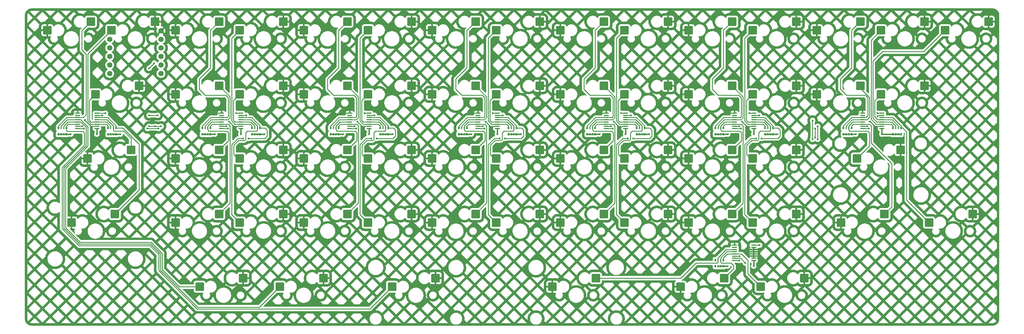
<source format=gbr>
%TF.GenerationSoftware,KiCad,Pcbnew,(7.0.0)*%
%TF.CreationDate,2023-03-29T14:48:56+09:00*%
%TF.ProjectId,HEP,4845502e-6b69-4636-9164-5f7063625858,rev?*%
%TF.SameCoordinates,Original*%
%TF.FileFunction,Copper,L2,Bot*%
%TF.FilePolarity,Positive*%
%FSLAX46Y46*%
G04 Gerber Fmt 4.6, Leading zero omitted, Abs format (unit mm)*
G04 Created by KiCad (PCBNEW (7.0.0)) date 2023-03-29 14:48:56*
%MOMM*%
%LPD*%
G01*
G04 APERTURE LIST*
G04 Aperture macros list*
%AMRoundRect*
0 Rectangle with rounded corners*
0 $1 Rounding radius*
0 $2 $3 $4 $5 $6 $7 $8 $9 X,Y pos of 4 corners*
0 Add a 4 corners polygon primitive as box body*
4,1,4,$2,$3,$4,$5,$6,$7,$8,$9,$2,$3,0*
0 Add four circle primitives for the rounded corners*
1,1,$1+$1,$2,$3*
1,1,$1+$1,$4,$5*
1,1,$1+$1,$6,$7*
1,1,$1+$1,$8,$9*
0 Add four rect primitives between the rounded corners*
20,1,$1+$1,$2,$3,$4,$5,0*
20,1,$1+$1,$4,$5,$6,$7,0*
20,1,$1+$1,$6,$7,$8,$9,0*
20,1,$1+$1,$8,$9,$2,$3,0*%
G04 Aperture macros list end*
%TA.AperFunction,SMDPad,CuDef*%
%ADD10RoundRect,0.200000X-1.075000X-1.050000X1.075000X-1.050000X1.075000X1.050000X-1.075000X1.050000X0*%
%TD*%
%TA.AperFunction,SMDPad,CuDef*%
%ADD11RoundRect,0.100000X-0.637500X-0.100000X0.637500X-0.100000X0.637500X0.100000X-0.637500X0.100000X0*%
%TD*%
%TA.AperFunction,SMDPad,CuDef*%
%ADD12R,0.500000X0.800000*%
%TD*%
%TA.AperFunction,SMDPad,CuDef*%
%ADD13R,0.400000X0.800000*%
%TD*%
%TA.AperFunction,ComponentPad*%
%ADD14C,1.600000*%
%TD*%
%TA.AperFunction,ViaPad*%
%ADD15C,0.600000*%
%TD*%
%TA.AperFunction,Conductor*%
%ADD16C,0.254000*%
%TD*%
%TA.AperFunction,Conductor*%
%ADD17C,0.381000*%
%TD*%
G04 APERTURE END LIST*
D10*
%TO.P,SW57,1,1*%
%TO.N,GND*%
X207227500Y-109378750D03*
%TO.P,SW57,2,2*%
%TO.N,Net-(RN15-R2.1)*%
X220154500Y-106838750D03*
%TD*%
%TO.P,SW56,2,2*%
%TO.N,GND*%
X332073250Y-87788750D03*
%TO.P,SW56,1,1*%
%TO.N,Net-(RN14-R4.1)*%
X319146250Y-90328750D03*
%TD*%
%TO.P,SW55,1,1*%
%TO.N,Net-(RN14-R3.1)*%
X304858750Y-52228750D03*
%TO.P,SW55,2,2*%
%TO.N,GND*%
X317785750Y-49688750D03*
%TD*%
%TO.P,SW54,1,1*%
%TO.N,Net-(RN14-R2.1)*%
X323908750Y-33178750D03*
%TO.P,SW54,2,2*%
%TO.N,GND*%
X336835750Y-30638750D03*
%TD*%
%TO.P,SW53,1,1*%
%TO.N,Net-(RN14-R1.1)*%
X304858750Y-33178750D03*
%TO.P,SW53,2,2*%
%TO.N,GND*%
X317785750Y-30638750D03*
%TD*%
%TO.P,SW52,1,1*%
%TO.N,GND*%
X292952500Y-90328750D03*
%TO.P,SW52,2,2*%
%TO.N,Net-(RN13-R4.1)*%
X305879500Y-87788750D03*
%TD*%
%TO.P,SW51,1,1*%
%TO.N,Net-(RN13-R3.1)*%
X297715000Y-71278750D03*
%TO.P,SW51,2,2*%
%TO.N,GND*%
X310642000Y-68738750D03*
%TD*%
%TO.P,SW48,2,2*%
%TO.N,GND*%
X279685750Y-87788750D03*
%TO.P,SW48,1,1*%
%TO.N,Net-(RN12-R4.1)*%
X266758750Y-90328750D03*
%TD*%
%TO.P,SW47,2,2*%
%TO.N,GND*%
X279685750Y-68738750D03*
%TO.P,SW47,1,1*%
%TO.N,Net-(RN12-R3.1)*%
X266758750Y-71278750D03*
%TD*%
%TO.P,SW8,1,1*%
%TO.N,GND*%
X64352500Y-90328750D03*
%TO.P,SW8,2,2*%
%TO.N,Net-(RN2-R4.1)*%
X77279500Y-87788750D03*
%TD*%
%TO.P,SW7,1,1*%
%TO.N,GND*%
X69115000Y-71278750D03*
%TO.P,SW7,2,2*%
%TO.N,Net-(RN2-R3.1)*%
X82042000Y-68738750D03*
%TD*%
%TO.P,SW6,1,1*%
%TO.N,Net-(RN2-R2.1)*%
X71496250Y-52228750D03*
%TO.P,SW6,2,2*%
%TO.N,GND*%
X84423250Y-49688750D03*
%TD*%
%TO.P,SW4,1,1*%
%TO.N,Net-(RN1-R4.1)*%
X159602500Y-109378750D03*
%TO.P,SW4,2,2*%
%TO.N,GND*%
X172529500Y-106838750D03*
%TD*%
%TO.P,SW3,1,1*%
%TO.N,Net-(RN1-R3.1)*%
X126265000Y-109378750D03*
%TO.P,SW3,2,2*%
%TO.N,GND*%
X139192000Y-106838750D03*
%TD*%
%TO.P,SW2,1,1*%
%TO.N,Net-(RN1-R2.1)*%
X102452500Y-109378750D03*
%TO.P,SW2,2,2*%
%TO.N,GND*%
X115379500Y-106838750D03*
%TD*%
%TO.P,SW30,1,1*%
%TO.N,Net-(RN8-R2.1)*%
X190558750Y-52228750D03*
%TO.P,SW30,2,2*%
%TO.N,GND*%
X203485750Y-49688750D03*
%TD*%
%TO.P,SW34,1,1*%
%TO.N,GND*%
X209608750Y-52228750D03*
%TO.P,SW34,2,2*%
%TO.N,Net-(RN9-R2.1)*%
X222535750Y-49688750D03*
%TD*%
%TO.P,SW45,2,2*%
%TO.N,GND*%
X279685750Y-30638750D03*
%TO.P,SW45,1,1*%
%TO.N,Net-(RN12-R1.1)*%
X266758750Y-33178750D03*
%TD*%
%TO.P,SW40,1,1*%
%TO.N,Net-(RN10-R4.1)*%
X228658750Y-90328750D03*
%TO.P,SW40,2,2*%
%TO.N,GND*%
X241585750Y-87788750D03*
%TD*%
%TO.P,SW27,1,1*%
%TO.N,GND*%
X171508750Y-71278750D03*
%TO.P,SW27,2,2*%
%TO.N,Net-(RN7-R3.1)*%
X184435750Y-68738750D03*
%TD*%
%TO.P,SW25,1,1*%
%TO.N,GND*%
X171508750Y-33178750D03*
%TO.P,SW25,2,2*%
%TO.N,Net-(RN7-R1.1)*%
X184435750Y-30638750D03*
%TD*%
%TO.P,SW39,1,1*%
%TO.N,Net-(RN10-R3.1)*%
X228658750Y-71278750D03*
%TO.P,SW39,2,2*%
%TO.N,GND*%
X241585750Y-68738750D03*
%TD*%
%TO.P,SW16,1,1*%
%TO.N,Net-(RN4-R4.1)*%
X114358750Y-90328750D03*
%TO.P,SW16,2,2*%
%TO.N,GND*%
X127285750Y-87788750D03*
%TD*%
%TO.P,SW38,1,1*%
%TO.N,Net-(RN10-R2.1)*%
X228658750Y-52228750D03*
%TO.P,SW38,2,2*%
%TO.N,GND*%
X241585750Y-49688750D03*
%TD*%
%TO.P,SW29,1,1*%
%TO.N,Net-(RN8-R1.1)*%
X190558750Y-33178750D03*
%TO.P,SW29,2,2*%
%TO.N,GND*%
X203485750Y-30638750D03*
%TD*%
%TO.P,SW59,2,2*%
%TO.N,GND*%
X282067000Y-106838750D03*
%TO.P,SW59,1,1*%
%TO.N,Net-(RN15-R4.1)*%
X269140000Y-109378750D03*
%TD*%
%TO.P,SW42,2,2*%
%TO.N,Net-(RN11-R2.1)*%
X260635750Y-49688750D03*
%TO.P,SW42,1,1*%
%TO.N,GND*%
X247708750Y-52228750D03*
%TD*%
%TO.P,SW18,1,1*%
%TO.N,GND*%
X133408750Y-52228750D03*
%TO.P,SW18,2,2*%
%TO.N,Net-(RN5-R2.1)*%
X146335750Y-49688750D03*
%TD*%
%TO.P,SW21,1,1*%
%TO.N,Net-(RN6-R1.1)*%
X152458750Y-33178750D03*
%TO.P,SW21,2,2*%
%TO.N,GND*%
X165385750Y-30638750D03*
%TD*%
%TO.P,SW33,1,1*%
%TO.N,GND*%
X209608750Y-33178750D03*
%TO.P,SW33,2,2*%
%TO.N,Net-(RN9-R1.1)*%
X222535750Y-30638750D03*
%TD*%
%TO.P,SW49,1,1*%
%TO.N,GND*%
X285808750Y-33178750D03*
%TO.P,SW49,2,2*%
%TO.N,Net-(RN13-R1.1)*%
X298735750Y-30638750D03*
%TD*%
%TO.P,SW31,1,1*%
%TO.N,Net-(RN8-R3.1)*%
X190558750Y-71278750D03*
%TO.P,SW31,2,2*%
%TO.N,GND*%
X203485750Y-68738750D03*
%TD*%
%TO.P,SW11,1,1*%
%TO.N,GND*%
X95308750Y-71278750D03*
%TO.P,SW11,2,2*%
%TO.N,Net-(RN3-R3.1)*%
X108235750Y-68738750D03*
%TD*%
%TO.P,SW41,2,2*%
%TO.N,Net-(RN11-R1.1)*%
X260635750Y-30638750D03*
%TO.P,SW41,1,1*%
%TO.N,GND*%
X247708750Y-33178750D03*
%TD*%
%TO.P,SW12,1,1*%
%TO.N,GND*%
X95308750Y-90328750D03*
%TO.P,SW12,2,2*%
%TO.N,Net-(RN3-R4.1)*%
X108235750Y-87788750D03*
%TD*%
%TO.P,SW1,1,1*%
%TO.N,GND*%
X57208750Y-33178750D03*
%TO.P,SW1,2,2*%
%TO.N,Net-(RN1-R1.1)*%
X70135750Y-30638750D03*
%TD*%
%TO.P,SW46,2,2*%
%TO.N,GND*%
X279685750Y-49688750D03*
%TO.P,SW46,1,1*%
%TO.N,Net-(RN12-R2.1)*%
X266758750Y-52228750D03*
%TD*%
%TO.P,SW14,1,1*%
%TO.N,Net-(RN4-R2.1)*%
X114358750Y-52228750D03*
%TO.P,SW14,2,2*%
%TO.N,GND*%
X127285750Y-49688750D03*
%TD*%
%TO.P,SW10,1,1*%
%TO.N,GND*%
X95308750Y-52228750D03*
%TO.P,SW10,2,2*%
%TO.N,Net-(RN3-R2.1)*%
X108235750Y-49688750D03*
%TD*%
%TO.P,SW58,1,1*%
%TO.N,GND*%
X245327500Y-109378750D03*
%TO.P,SW58,2,2*%
%TO.N,Net-(RN15-R3.1)*%
X258254500Y-106838750D03*
%TD*%
%TO.P,SW17,1,1*%
%TO.N,GND*%
X133408750Y-33178750D03*
%TO.P,SW17,2,2*%
%TO.N,Net-(RN5-R1.1)*%
X146335750Y-30638750D03*
%TD*%
%TO.P,SW26,1,1*%
%TO.N,GND*%
X171508750Y-52228750D03*
%TO.P,SW26,2,2*%
%TO.N,Net-(RN7-R2.1)*%
X184435750Y-49688750D03*
%TD*%
%TO.P,SW15,1,1*%
%TO.N,Net-(RN4-R3.1)*%
X114358750Y-71278750D03*
%TO.P,SW15,2,2*%
%TO.N,GND*%
X127285750Y-68738750D03*
%TD*%
%TO.P,SW36,1,1*%
%TO.N,GND*%
X209608750Y-90328750D03*
%TO.P,SW36,2,2*%
%TO.N,Net-(RN9-R4.1)*%
X222535750Y-87788750D03*
%TD*%
%TO.P,SW44,2,2*%
%TO.N,Net-(RN11-R4.1)*%
X260635750Y-87788750D03*
%TO.P,SW44,1,1*%
%TO.N,GND*%
X247708750Y-90328750D03*
%TD*%
%TO.P,SW23,1,1*%
%TO.N,Net-(RN6-R3.1)*%
X152458750Y-71278750D03*
%TO.P,SW23,2,2*%
%TO.N,GND*%
X165385750Y-68738750D03*
%TD*%
%TO.P,SW9,1,1*%
%TO.N,GND*%
X95308750Y-33178750D03*
%TO.P,SW9,2,2*%
%TO.N,Net-(RN3-R1.1)*%
X108235750Y-30638750D03*
%TD*%
%TO.P,SW37,1,1*%
%TO.N,Net-(RN10-R1.1)*%
X228658750Y-33178750D03*
%TO.P,SW37,2,2*%
%TO.N,GND*%
X241585750Y-30638750D03*
%TD*%
%TO.P,SW5,1,1*%
%TO.N,Net-(RN2-R1.1)*%
X76258750Y-33178750D03*
%TO.P,SW5,2,2*%
%TO.N,GND*%
X89185750Y-30638750D03*
%TD*%
%TO.P,SW22,1,1*%
%TO.N,Net-(RN6-R2.1)*%
X152458750Y-52228750D03*
%TO.P,SW22,2,2*%
%TO.N,GND*%
X165385750Y-49688750D03*
%TD*%
%TO.P,SW19,1,1*%
%TO.N,GND*%
X133408750Y-71278750D03*
%TO.P,SW19,2,2*%
%TO.N,Net-(RN5-R3.1)*%
X146335750Y-68738750D03*
%TD*%
%TO.P,SW43,2,2*%
%TO.N,Net-(RN11-R3.1)*%
X260635750Y-68738750D03*
%TO.P,SW43,1,1*%
%TO.N,GND*%
X247708750Y-71278750D03*
%TD*%
%TO.P,SW24,1,1*%
%TO.N,Net-(RN6-R4.1)*%
X152458750Y-90328750D03*
%TO.P,SW24,2,2*%
%TO.N,GND*%
X165385750Y-87788750D03*
%TD*%
%TO.P,SW35,1,1*%
%TO.N,GND*%
X209608750Y-71278750D03*
%TO.P,SW35,2,2*%
%TO.N,Net-(RN9-R3.1)*%
X222535750Y-68738750D03*
%TD*%
%TO.P,SW13,1,1*%
%TO.N,Net-(RN4-R1.1)*%
X114358750Y-33178750D03*
%TO.P,SW13,2,2*%
%TO.N,GND*%
X127285750Y-30638750D03*
%TD*%
%TO.P,SW32,1,1*%
%TO.N,Net-(RN8-R4.1)*%
X190558750Y-90328750D03*
%TO.P,SW32,2,2*%
%TO.N,GND*%
X203485750Y-87788750D03*
%TD*%
%TO.P,SW50,2,2*%
%TO.N,Net-(RN13-R2.1)*%
X298735750Y-49688750D03*
%TO.P,SW50,1,1*%
%TO.N,GND*%
X285808750Y-52228750D03*
%TD*%
%TO.P,SW20,1,1*%
%TO.N,GND*%
X133408750Y-90328750D03*
%TO.P,SW20,2,2*%
%TO.N,Net-(RN5-R4.1)*%
X146335750Y-87788750D03*
%TD*%
%TO.P,SW28,1,1*%
%TO.N,GND*%
X171508750Y-90328750D03*
%TO.P,SW28,2,2*%
%TO.N,Net-(RN7-R4.1)*%
X184435750Y-87788750D03*
%TD*%
D11*
%TO.P,U6,16,VCC*%
%TO.N,VDD*%
X267081250Y-62377750D03*
%TO.P,U6,15,~{CE}*%
%TO.N,GND*%
X267081250Y-61727750D03*
%TO.P,U6,14,D3*%
%TO.N,Net-(RN12-R1.1)*%
X267081250Y-61077750D03*
%TO.P,U6,13,D2*%
%TO.N,Net-(RN12-R2.1)*%
X267081250Y-60427750D03*
%TO.P,U6,12,D1*%
%TO.N,Net-(RN12-R3.1)*%
X267081250Y-59777750D03*
%TO.P,U6,11,D0*%
%TO.N,Net-(RN12-R4.1)*%
X267081250Y-59127750D03*
%TO.P,U6,10,DS*%
%TO.N,Net-(U6-DS)*%
X267081250Y-58477750D03*
%TO.P,U6,9,Q7*%
%TO.N,Net-(U5-DS)*%
X267081250Y-57827750D03*
%TO.P,U6,8,GND*%
%TO.N,GND*%
X261356250Y-57827750D03*
%TO.P,U6,7,~{Q7}*%
%TO.N,unconnected-(U6-~{Q7}-Pad7)*%
X261356250Y-58477750D03*
%TO.P,U6,6,D7*%
%TO.N,Net-(RN11-R1.1)*%
X261356250Y-59127750D03*
%TO.P,U6,5,D6*%
%TO.N,Net-(RN11-R2.1)*%
X261356250Y-59777750D03*
%TO.P,U6,4,D5*%
%TO.N,Net-(RN11-R3.1)*%
X261356250Y-60427750D03*
%TO.P,U6,3,D4*%
%TO.N,Net-(RN11-R4.1)*%
X261356250Y-61077750D03*
%TO.P,U6,2,CP*%
%TO.N,CLK*%
X261356250Y-61727750D03*
%TO.P,U6,1,~{PL}*%
%TO.N,LD*%
X261356250Y-62377750D03*
%TD*%
%TO.P,U8,1,~{PL}*%
%TO.N,LD*%
X261334250Y-101594750D03*
%TO.P,U8,2,CP*%
%TO.N,CLK*%
X261334250Y-100944750D03*
%TO.P,U8,3,D4*%
%TO.N,GND*%
X261334250Y-100294750D03*
%TO.P,U8,4,D5*%
%TO.N,Net-(RN15-R4.1)*%
X261334250Y-99644750D03*
%TO.P,U8,5,D6*%
%TO.N,Net-(RN15-R3.1)*%
X261334250Y-98994750D03*
%TO.P,U8,6,D7*%
%TO.N,Net-(RN15-R2.1)*%
X261334250Y-98344750D03*
%TO.P,U8,7,~{Q7}*%
%TO.N,unconnected-(U8-~{Q7}-Pad7)*%
X261334250Y-97694750D03*
%TO.P,U8,8,GND*%
%TO.N,GND*%
X261334250Y-97044750D03*
%TO.P,U8,9,Q7*%
%TO.N,Net-(U7-DS)*%
X267059250Y-97044750D03*
%TO.P,U8,10,DS*%
%TO.N,GND*%
X267059250Y-97694750D03*
%TO.P,U8,11,D0*%
X267059250Y-98344750D03*
%TO.P,U8,12,D1*%
X267059250Y-98994750D03*
%TO.P,U8,13,D2*%
X267059250Y-99644750D03*
%TO.P,U8,14,D3*%
X267059250Y-100294750D03*
%TO.P,U8,15,~{CE}*%
X267059250Y-100944750D03*
%TO.P,U8,16,VCC*%
%TO.N,VDD*%
X267059250Y-101594750D03*
%TD*%
D12*
%TO.P,RN12,8,R1.2*%
%TO.N,VDD*%
X270384749Y-64050749D03*
D13*
%TO.P,RN12,7,R2.2*%
X271184749Y-64050749D03*
%TO.P,RN12,6,R3.2*%
X271984749Y-64050749D03*
D12*
%TO.P,RN12,5,R4.2*%
X272784749Y-64050749D03*
%TO.P,RN12,4,R4.1*%
%TO.N,Net-(RN12-R4.1)*%
X272784749Y-62250749D03*
D13*
%TO.P,RN12,3,R3.1*%
%TO.N,Net-(RN12-R3.1)*%
X271984749Y-62250749D03*
%TO.P,RN12,2,R2.1*%
%TO.N,Net-(RN12-R2.1)*%
X271184749Y-62250749D03*
D12*
%TO.P,RN12,1,R1.1*%
%TO.N,Net-(RN12-R1.1)*%
X270384749Y-62250749D03*
%TD*%
%TO.P,RN9,1,R1.1*%
%TO.N,Net-(RN9-R1.1)*%
X217552749Y-62250749D03*
D13*
%TO.P,RN9,2,R2.1*%
%TO.N,Net-(RN9-R2.1)*%
X218352749Y-62250749D03*
%TO.P,RN9,3,R3.1*%
%TO.N,Net-(RN9-R3.1)*%
X219152749Y-62250749D03*
D12*
%TO.P,RN9,4,R4.1*%
%TO.N,Net-(RN9-R4.1)*%
X219952749Y-62250749D03*
%TO.P,RN9,5,R4.2*%
%TO.N,VDD*%
X219952749Y-64050749D03*
D13*
%TO.P,RN9,6,R3.2*%
X219152749Y-64050749D03*
%TO.P,RN9,7,R2.2*%
X218352749Y-64050749D03*
D12*
%TO.P,RN9,8,R1.2*%
X217552749Y-64050749D03*
%TD*%
D11*
%TO.P,U2,1,~{PL}*%
%TO.N,LD*%
X108956250Y-62377750D03*
%TO.P,U2,2,CP*%
%TO.N,CLK*%
X108956250Y-61727750D03*
%TO.P,U2,3,D4*%
%TO.N,Net-(RN3-R4.1)*%
X108956250Y-61077750D03*
%TO.P,U2,4,D5*%
%TO.N,Net-(RN3-R3.1)*%
X108956250Y-60427750D03*
%TO.P,U2,5,D6*%
%TO.N,Net-(RN3-R2.1)*%
X108956250Y-59777750D03*
%TO.P,U2,6,D7*%
%TO.N,Net-(RN3-R1.1)*%
X108956250Y-59127750D03*
%TO.P,U2,7,~{Q7}*%
%TO.N,unconnected-(U2-~{Q7}-Pad7)*%
X108956250Y-58477750D03*
%TO.P,U2,8,GND*%
%TO.N,GND*%
X108956250Y-57827750D03*
%TO.P,U2,9,Q7*%
%TO.N,Net-(U1-DS)*%
X114681250Y-57827750D03*
%TO.P,U2,10,DS*%
%TO.N,Net-(U2-DS)*%
X114681250Y-58477750D03*
%TO.P,U2,11,D0*%
%TO.N,Net-(RN4-R4.1)*%
X114681250Y-59127750D03*
%TO.P,U2,12,D1*%
%TO.N,Net-(RN4-R3.1)*%
X114681250Y-59777750D03*
%TO.P,U2,13,D2*%
%TO.N,Net-(RN4-R2.1)*%
X114681250Y-60427750D03*
%TO.P,U2,14,D3*%
%TO.N,Net-(RN4-R1.1)*%
X114681250Y-61077750D03*
%TO.P,U2,15,~{CE}*%
%TO.N,GND*%
X114681250Y-61727750D03*
%TO.P,U2,16,VCC*%
%TO.N,VDD*%
X114681250Y-62377750D03*
%TD*%
%TO.P,U1,1,~{PL}*%
%TO.N,LD*%
X66193750Y-62377750D03*
%TO.P,U1,2,CP*%
%TO.N,CLK*%
X66193750Y-61727750D03*
%TO.P,U1,3,D4*%
%TO.N,Net-(RN1-R4.1)*%
X66193750Y-61077750D03*
%TO.P,U1,4,D5*%
%TO.N,Net-(RN1-R3.1)*%
X66193750Y-60427750D03*
%TO.P,U1,5,D6*%
%TO.N,Net-(RN1-R2.1)*%
X66193750Y-59777750D03*
%TO.P,U1,6,D7*%
%TO.N,Net-(RN1-R1.1)*%
X66193750Y-59127750D03*
%TO.P,U1,7,~{Q7}*%
%TO.N,unconnected-(U1-~{Q7}-Pad7)*%
X66193750Y-58477750D03*
%TO.P,U1,8,GND*%
%TO.N,GND*%
X66193750Y-57827750D03*
%TO.P,U1,9,Q7*%
%TO.N,DATA*%
X71918750Y-57827750D03*
%TO.P,U1,10,DS*%
%TO.N,Net-(U1-DS)*%
X71918750Y-58477750D03*
%TO.P,U1,11,D0*%
%TO.N,Net-(RN2-R4.1)*%
X71918750Y-59127750D03*
%TO.P,U1,12,D1*%
%TO.N,Net-(RN2-R3.1)*%
X71918750Y-59777750D03*
%TO.P,U1,13,D2*%
%TO.N,Net-(RN2-R2.1)*%
X71918750Y-60427750D03*
%TO.P,U1,14,D3*%
%TO.N,Net-(RN2-R1.1)*%
X71918750Y-61077750D03*
%TO.P,U1,15,~{CE}*%
%TO.N,GND*%
X71918750Y-61727750D03*
%TO.P,U1,16,VCC*%
%TO.N,VDD*%
X71918750Y-62377750D03*
%TD*%
%TO.P,U5,1,~{PL}*%
%TO.N,LD*%
X223256250Y-62377750D03*
%TO.P,U5,2,CP*%
%TO.N,CLK*%
X223256250Y-61727750D03*
%TO.P,U5,3,D4*%
%TO.N,Net-(RN9-R4.1)*%
X223256250Y-61077750D03*
%TO.P,U5,4,D5*%
%TO.N,Net-(RN9-R3.1)*%
X223256250Y-60427750D03*
%TO.P,U5,5,D6*%
%TO.N,Net-(RN9-R2.1)*%
X223256250Y-59777750D03*
%TO.P,U5,6,D7*%
%TO.N,Net-(RN9-R1.1)*%
X223256250Y-59127750D03*
%TO.P,U5,7,~{Q7}*%
%TO.N,unconnected-(U5-~{Q7}-Pad7)*%
X223256250Y-58477750D03*
%TO.P,U5,8,GND*%
%TO.N,GND*%
X223256250Y-57827750D03*
%TO.P,U5,9,Q7*%
%TO.N,Net-(U4-DS)*%
X228981250Y-57827750D03*
%TO.P,U5,10,DS*%
%TO.N,Net-(U5-DS)*%
X228981250Y-58477750D03*
%TO.P,U5,11,D0*%
%TO.N,Net-(RN10-R4.1)*%
X228981250Y-59127750D03*
%TO.P,U5,12,D1*%
%TO.N,Net-(RN10-R3.1)*%
X228981250Y-59777750D03*
%TO.P,U5,13,D2*%
%TO.N,Net-(RN10-R2.1)*%
X228981250Y-60427750D03*
%TO.P,U5,14,D3*%
%TO.N,Net-(RN10-R1.1)*%
X228981250Y-61077750D03*
%TO.P,U5,15,~{CE}*%
%TO.N,GND*%
X228981250Y-61727750D03*
%TO.P,U5,16,VCC*%
%TO.N,VDD*%
X228981250Y-62377750D03*
%TD*%
%TO.P,U4,1,~{PL}*%
%TO.N,LD*%
X185156250Y-62377750D03*
%TO.P,U4,2,CP*%
%TO.N,CLK*%
X185156250Y-61727750D03*
%TO.P,U4,3,D4*%
%TO.N,Net-(RN7-R4.1)*%
X185156250Y-61077750D03*
%TO.P,U4,4,D5*%
%TO.N,Net-(RN7-R3.1)*%
X185156250Y-60427750D03*
%TO.P,U4,5,D6*%
%TO.N,Net-(RN7-R2.1)*%
X185156250Y-59777750D03*
%TO.P,U4,6,D7*%
%TO.N,Net-(RN7-R1.1)*%
X185156250Y-59127750D03*
%TO.P,U4,7,~{Q7}*%
%TO.N,unconnected-(U4-~{Q7}-Pad7)*%
X185156250Y-58477750D03*
%TO.P,U4,8,GND*%
%TO.N,GND*%
X185156250Y-57827750D03*
%TO.P,U4,9,Q7*%
%TO.N,Net-(U3-DS)*%
X190881250Y-57827750D03*
%TO.P,U4,10,DS*%
%TO.N,Net-(U4-DS)*%
X190881250Y-58477750D03*
%TO.P,U4,11,D0*%
%TO.N,Net-(RN8-R4.1)*%
X190881250Y-59127750D03*
%TO.P,U4,12,D1*%
%TO.N,Net-(RN8-R3.1)*%
X190881250Y-59777750D03*
%TO.P,U4,13,D2*%
%TO.N,Net-(RN8-R2.1)*%
X190881250Y-60427750D03*
%TO.P,U4,14,D3*%
%TO.N,Net-(RN8-R1.1)*%
X190881250Y-61077750D03*
%TO.P,U4,15,~{CE}*%
%TO.N,GND*%
X190881250Y-61727750D03*
%TO.P,U4,16,VCC*%
%TO.N,VDD*%
X190881250Y-62377750D03*
%TD*%
D12*
%TO.P,RN4,1,R1.1*%
%TO.N,Net-(RN4-R1.1)*%
X117984749Y-62250749D03*
D13*
%TO.P,RN4,2,R2.1*%
%TO.N,Net-(RN4-R2.1)*%
X118784749Y-62250749D03*
%TO.P,RN4,3,R3.1*%
%TO.N,Net-(RN4-R3.1)*%
X119584749Y-62250749D03*
D12*
%TO.P,RN4,4,R4.1*%
%TO.N,Net-(RN4-R4.1)*%
X120384749Y-62250749D03*
%TO.P,RN4,5,R4.2*%
%TO.N,VDD*%
X120384749Y-64050749D03*
D13*
%TO.P,RN4,6,R3.2*%
X119584749Y-64050749D03*
%TO.P,RN4,7,R2.2*%
X118784749Y-64050749D03*
D12*
%TO.P,RN4,8,R1.2*%
X117984749Y-64050749D03*
%TD*%
%TO.P,RN1,1,R1.1*%
%TO.N,Net-(RN1-R1.1)*%
X60490249Y-62250749D03*
D13*
%TO.P,RN1,2,R2.1*%
%TO.N,Net-(RN1-R2.1)*%
X61290249Y-62250749D03*
%TO.P,RN1,3,R3.1*%
%TO.N,Net-(RN1-R3.1)*%
X62090249Y-62250749D03*
D12*
%TO.P,RN1,4,R4.1*%
%TO.N,Net-(RN1-R4.1)*%
X62890249Y-62250749D03*
%TO.P,RN1,5,R4.2*%
%TO.N,VDD*%
X62890249Y-64050749D03*
D13*
%TO.P,RN1,6,R3.2*%
X62090249Y-64050749D03*
%TO.P,RN1,7,R2.2*%
X61290249Y-64050749D03*
D12*
%TO.P,RN1,8,R1.2*%
X60490249Y-64050749D03*
%TD*%
%TO.P,RN8,1,R1.1*%
%TO.N,Net-(RN8-R1.1)*%
X194184749Y-62250749D03*
D13*
%TO.P,RN8,2,R2.1*%
%TO.N,Net-(RN8-R2.1)*%
X194984749Y-62250749D03*
%TO.P,RN8,3,R3.1*%
%TO.N,Net-(RN8-R3.1)*%
X195784749Y-62250749D03*
D12*
%TO.P,RN8,4,R4.1*%
%TO.N,Net-(RN8-R4.1)*%
X196584749Y-62250749D03*
%TO.P,RN8,5,R4.2*%
%TO.N,VDD*%
X196584749Y-64050749D03*
D13*
%TO.P,RN8,6,R3.2*%
X195784749Y-64050749D03*
%TO.P,RN8,7,R2.2*%
X194984749Y-64050749D03*
D12*
%TO.P,RN8,8,R1.2*%
X194184749Y-64050749D03*
%TD*%
%TO.P,RN10,1,R1.1*%
%TO.N,Net-(RN10-R1.1)*%
X232284749Y-62250749D03*
D13*
%TO.P,RN10,2,R2.1*%
%TO.N,Net-(RN10-R2.1)*%
X233084749Y-62250749D03*
%TO.P,RN10,3,R3.1*%
%TO.N,Net-(RN10-R3.1)*%
X233884749Y-62250749D03*
D12*
%TO.P,RN10,4,R4.1*%
%TO.N,Net-(RN10-R4.1)*%
X234684749Y-62250749D03*
%TO.P,RN10,5,R4.2*%
%TO.N,VDD*%
X234684749Y-64050749D03*
D13*
%TO.P,RN10,6,R3.2*%
X233884749Y-64050749D03*
%TO.P,RN10,7,R2.2*%
X233084749Y-64050749D03*
D12*
%TO.P,RN10,8,R1.2*%
X232284749Y-64050749D03*
%TD*%
%TO.P,RN7,1,R1.1*%
%TO.N,Net-(RN7-R1.1)*%
X179452749Y-62250749D03*
D13*
%TO.P,RN7,2,R2.1*%
%TO.N,Net-(RN7-R2.1)*%
X180252749Y-62250749D03*
%TO.P,RN7,3,R3.1*%
%TO.N,Net-(RN7-R3.1)*%
X181052749Y-62250749D03*
D12*
%TO.P,RN7,4,R4.1*%
%TO.N,Net-(RN7-R4.1)*%
X181852749Y-62250749D03*
%TO.P,RN7,5,R4.2*%
%TO.N,VDD*%
X181852749Y-64050749D03*
D13*
%TO.P,RN7,6,R3.2*%
X181052749Y-64050749D03*
%TO.P,RN7,7,R2.2*%
X180252749Y-64050749D03*
D12*
%TO.P,RN7,8,R1.2*%
X179452749Y-64050749D03*
%TD*%
%TO.P,RN6,1,R1.1*%
%TO.N,Net-(RN6-R1.1)*%
X156084749Y-62250749D03*
D13*
%TO.P,RN6,2,R2.1*%
%TO.N,Net-(RN6-R2.1)*%
X156884749Y-62250749D03*
%TO.P,RN6,3,R3.1*%
%TO.N,Net-(RN6-R3.1)*%
X157684749Y-62250749D03*
D12*
%TO.P,RN6,4,R4.1*%
%TO.N,Net-(RN6-R4.1)*%
X158484749Y-62250749D03*
%TO.P,RN6,5,R4.2*%
%TO.N,VDD*%
X158484749Y-64050749D03*
D13*
%TO.P,RN6,6,R3.2*%
X157684749Y-64050749D03*
%TO.P,RN6,7,R2.2*%
X156884749Y-64050749D03*
D12*
%TO.P,RN6,8,R1.2*%
X156084749Y-64050749D03*
%TD*%
D14*
%TO.P,U9,3,PA10_A2_D2*%
%TO.N,unconnected-(U9-PA10_A2_D2-Pad3)*%
X75723750Y-35878750D03*
%TO.P,U9,4,PA11_A3_D3*%
%TO.N,unconnected-(U9-PA11_A3_D3-Pad4)*%
X75723750Y-38418750D03*
%TO.P,U9,5,PA8_A4_D4_SDA*%
%TO.N,unconnected-(U9-PA8_A4_D4_SDA-Pad5)*%
X75723750Y-40958750D03*
%TO.P,U9,6,PA9_A5_D5_SCL*%
%TO.N,unconnected-(U9-PA9_A5_D5_SCL-Pad6)*%
X75723750Y-43498750D03*
%TO.P,U9,7,PB08_A6_D6_TX*%
%TO.N,unconnected-(U9-PB08_A6_D6_TX-Pad7)*%
X75723750Y-46038750D03*
%TO.P,U9,8,PB09_A7_D7_RX*%
%TO.N,LD*%
X90963750Y-46038750D03*
%TO.P,U9,9,PA7_A8_D8_SCK*%
%TO.N,CLK*%
X90963750Y-43498750D03*
%TO.P,U9,10,PA5_A9_D9_MISO*%
%TO.N,DATA*%
X90963750Y-40958750D03*
%TO.P,U9,11,PA6_A10_D10_MOSI*%
%TO.N,unconnected-(U9-PA6_A10_D10_MOSI-Pad11)*%
X90963750Y-38418750D03*
%TO.P,U9,12,3V3*%
%TO.N,VDD*%
X90963750Y-35878750D03*
%TO.P,U9,13,GND*%
%TO.N,GND*%
X90963750Y-33338750D03*
%TD*%
D11*
%TO.P,U3,1,~{PL}*%
%TO.N,LD*%
X147056250Y-62377750D03*
%TO.P,U3,2,CP*%
%TO.N,CLK*%
X147056250Y-61727750D03*
%TO.P,U3,3,D4*%
%TO.N,Net-(RN5-R4.1)*%
X147056250Y-61077750D03*
%TO.P,U3,4,D5*%
%TO.N,Net-(RN5-R3.1)*%
X147056250Y-60427750D03*
%TO.P,U3,5,D6*%
%TO.N,Net-(RN5-R2.1)*%
X147056250Y-59777750D03*
%TO.P,U3,6,D7*%
%TO.N,Net-(RN5-R1.1)*%
X147056250Y-59127750D03*
%TO.P,U3,7,~{Q7}*%
%TO.N,unconnected-(U3-~{Q7}-Pad7)*%
X147056250Y-58477750D03*
%TO.P,U3,8,GND*%
%TO.N,GND*%
X147056250Y-57827750D03*
%TO.P,U3,9,Q7*%
%TO.N,Net-(U2-DS)*%
X152781250Y-57827750D03*
%TO.P,U3,10,DS*%
%TO.N,Net-(U3-DS)*%
X152781250Y-58477750D03*
%TO.P,U3,11,D0*%
%TO.N,Net-(RN6-R4.1)*%
X152781250Y-59127750D03*
%TO.P,U3,12,D1*%
%TO.N,Net-(RN6-R3.1)*%
X152781250Y-59777750D03*
%TO.P,U3,13,D2*%
%TO.N,Net-(RN6-R2.1)*%
X152781250Y-60427750D03*
%TO.P,U3,14,D3*%
%TO.N,Net-(RN6-R1.1)*%
X152781250Y-61077750D03*
%TO.P,U3,15,~{CE}*%
%TO.N,GND*%
X152781250Y-61727750D03*
%TO.P,U3,16,VCC*%
%TO.N,VDD*%
X152781250Y-62377750D03*
%TD*%
D12*
%TO.P,RN5,1,R1.1*%
%TO.N,Net-(RN5-R1.1)*%
X141352749Y-62250749D03*
D13*
%TO.P,RN5,2,R2.1*%
%TO.N,Net-(RN5-R2.1)*%
X142152749Y-62250749D03*
%TO.P,RN5,3,R3.1*%
%TO.N,Net-(RN5-R3.1)*%
X142952749Y-62250749D03*
D12*
%TO.P,RN5,4,R4.1*%
%TO.N,Net-(RN5-R4.1)*%
X143752749Y-62250749D03*
%TO.P,RN5,5,R4.2*%
%TO.N,VDD*%
X143752749Y-64050749D03*
D13*
%TO.P,RN5,6,R3.2*%
X142952749Y-64050749D03*
%TO.P,RN5,7,R2.2*%
X142152749Y-64050749D03*
D12*
%TO.P,RN5,8,R1.2*%
X141352749Y-64050749D03*
%TD*%
D11*
%TO.P,U7,1,~{PL}*%
%TO.N,LD*%
X299387750Y-62377750D03*
%TO.P,U7,2,CP*%
%TO.N,CLK*%
X299387750Y-61727750D03*
%TO.P,U7,3,D4*%
%TO.N,Net-(RN13-R4.1)*%
X299387750Y-61077750D03*
%TO.P,U7,4,D5*%
%TO.N,Net-(RN13-R3.1)*%
X299387750Y-60427750D03*
%TO.P,U7,5,D6*%
%TO.N,Net-(RN13-R2.1)*%
X299387750Y-59777750D03*
%TO.P,U7,6,D7*%
%TO.N,Net-(RN13-R1.1)*%
X299387750Y-59127750D03*
%TO.P,U7,7,~{Q7}*%
%TO.N,unconnected-(U7-~{Q7}-Pad7)*%
X299387750Y-58477750D03*
%TO.P,U7,8,GND*%
%TO.N,GND*%
X299387750Y-57827750D03*
%TO.P,U7,9,Q7*%
%TO.N,Net-(U6-DS)*%
X305112750Y-57827750D03*
%TO.P,U7,10,DS*%
%TO.N,Net-(U7-DS)*%
X305112750Y-58477750D03*
%TO.P,U7,11,D0*%
%TO.N,Net-(RN14-R4.1)*%
X305112750Y-59127750D03*
%TO.P,U7,12,D1*%
%TO.N,Net-(RN14-R3.1)*%
X305112750Y-59777750D03*
%TO.P,U7,13,D2*%
%TO.N,Net-(RN14-R2.1)*%
X305112750Y-60427750D03*
%TO.P,U7,14,D3*%
%TO.N,Net-(RN14-R1.1)*%
X305112750Y-61077750D03*
%TO.P,U7,15,~{CE}*%
%TO.N,GND*%
X305112750Y-61727750D03*
%TO.P,U7,16,VCC*%
%TO.N,VDD*%
X305112750Y-62377750D03*
%TD*%
D12*
%TO.P,RN2,1,R1.1*%
%TO.N,Net-(RN2-R1.1)*%
X75222249Y-62250749D03*
D13*
%TO.P,RN2,2,R2.1*%
%TO.N,Net-(RN2-R2.1)*%
X76022249Y-62250749D03*
%TO.P,RN2,3,R3.1*%
%TO.N,Net-(RN2-R3.1)*%
X76822249Y-62250749D03*
D12*
%TO.P,RN2,4,R4.1*%
%TO.N,Net-(RN2-R4.1)*%
X77622249Y-62250749D03*
%TO.P,RN2,5,R4.2*%
%TO.N,VDD*%
X77622249Y-64050749D03*
D13*
%TO.P,RN2,6,R3.2*%
X76822249Y-64050749D03*
%TO.P,RN2,7,R2.2*%
X76022249Y-64050749D03*
D12*
%TO.P,RN2,8,R1.2*%
X75222249Y-64050749D03*
%TD*%
%TO.P,RN14,1,R1.1*%
%TO.N,Net-(RN14-R1.1)*%
X308416249Y-62250749D03*
D13*
%TO.P,RN14,2,R2.1*%
%TO.N,Net-(RN14-R2.1)*%
X309216249Y-62250749D03*
%TO.P,RN14,3,R3.1*%
%TO.N,Net-(RN14-R3.1)*%
X310016249Y-62250749D03*
D12*
%TO.P,RN14,4,R4.1*%
%TO.N,Net-(RN14-R4.1)*%
X310816249Y-62250749D03*
%TO.P,RN14,5,R4.2*%
%TO.N,VDD*%
X310816249Y-64050749D03*
D13*
%TO.P,RN14,6,R3.2*%
X310016249Y-64050749D03*
%TO.P,RN14,7,R2.2*%
X309216249Y-64050749D03*
D12*
%TO.P,RN14,8,R1.2*%
X308416249Y-64050749D03*
%TD*%
%TO.P,RN11,8,R1.2*%
%TO.N,VDD*%
X255652749Y-64050749D03*
D13*
%TO.P,RN11,7,R2.2*%
X256452749Y-64050749D03*
%TO.P,RN11,6,R3.2*%
X257252749Y-64050749D03*
D12*
%TO.P,RN11,5,R4.2*%
X258052749Y-64050749D03*
%TO.P,RN11,4,R4.1*%
%TO.N,Net-(RN11-R4.1)*%
X258052749Y-62250749D03*
D13*
%TO.P,RN11,3,R3.1*%
%TO.N,Net-(RN11-R3.1)*%
X257252749Y-62250749D03*
%TO.P,RN11,2,R2.1*%
%TO.N,Net-(RN11-R2.1)*%
X256452749Y-62250749D03*
D12*
%TO.P,RN11,1,R1.1*%
%TO.N,Net-(RN11-R1.1)*%
X255652749Y-62250749D03*
%TD*%
%TO.P,RN15,1,R1.1*%
%TO.N,unconnected-(RN15-R1.1-Pad1)*%
X255630749Y-101467749D03*
D13*
%TO.P,RN15,2,R2.1*%
%TO.N,Net-(RN15-R2.1)*%
X256430749Y-101467749D03*
%TO.P,RN15,3,R3.1*%
%TO.N,Net-(RN15-R3.1)*%
X257230749Y-101467749D03*
D12*
%TO.P,RN15,4,R4.1*%
%TO.N,Net-(RN15-R4.1)*%
X258030749Y-101467749D03*
%TO.P,RN15,5,R4.2*%
%TO.N,VDD*%
X258030749Y-103267749D03*
D13*
%TO.P,RN15,6,R3.2*%
X257230749Y-103267749D03*
%TO.P,RN15,7,R2.2*%
X256430749Y-103267749D03*
D12*
%TO.P,RN15,8,R1.2*%
%TO.N,unconnected-(RN15-R1.2-Pad8)*%
X255630749Y-103267749D03*
%TD*%
%TO.P,RN13,1,R1.1*%
%TO.N,Net-(RN13-R1.1)*%
X293684249Y-62250749D03*
D13*
%TO.P,RN13,2,R2.1*%
%TO.N,Net-(RN13-R2.1)*%
X294484249Y-62250749D03*
%TO.P,RN13,3,R3.1*%
%TO.N,Net-(RN13-R3.1)*%
X295284249Y-62250749D03*
D12*
%TO.P,RN13,4,R4.1*%
%TO.N,Net-(RN13-R4.1)*%
X296084249Y-62250749D03*
%TO.P,RN13,5,R4.2*%
%TO.N,VDD*%
X296084249Y-64050749D03*
D13*
%TO.P,RN13,6,R3.2*%
X295284249Y-64050749D03*
%TO.P,RN13,7,R2.2*%
X294484249Y-64050749D03*
D12*
%TO.P,RN13,8,R1.2*%
X293684249Y-64050749D03*
%TD*%
%TO.P,RN3,1,R1.1*%
%TO.N,Net-(RN3-R1.1)*%
X103252749Y-62250749D03*
D13*
%TO.P,RN3,2,R2.1*%
%TO.N,Net-(RN3-R2.1)*%
X104052749Y-62250749D03*
%TO.P,RN3,3,R3.1*%
%TO.N,Net-(RN3-R3.1)*%
X104852749Y-62250749D03*
D12*
%TO.P,RN3,4,R4.1*%
%TO.N,Net-(RN3-R4.1)*%
X105652749Y-62250749D03*
%TO.P,RN3,5,R4.2*%
%TO.N,VDD*%
X105652749Y-64050749D03*
D13*
%TO.P,RN3,6,R3.2*%
X104852749Y-64050749D03*
%TO.P,RN3,7,R2.2*%
X104052749Y-64050749D03*
D12*
%TO.P,RN3,8,R1.2*%
X103252749Y-64050749D03*
%TD*%
D15*
%TO.N,DATA*%
X74458750Y-57827750D03*
X88958750Y-42963750D03*
X87434750Y-44487750D03*
%TO.N,GND*%
X262858250Y-100294750D03*
%TO.N,Net-(U1-DS)*%
X89974750Y-58477750D03*
%TO.N,CLK*%
X90990750Y-61727750D03*
X89212750Y-61727750D03*
%TO.N,LD*%
X90228750Y-62377750D03*
X86926750Y-62377750D03*
%TO.N,CLK*%
X87434750Y-61727750D03*
%TO.N,Net-(U1-DS)*%
X87434750Y-58477750D03*
%TO.N,LD*%
X285300750Y-62377750D03*
X285300750Y-65081750D03*
%TO.N,Net-(U7-DS)*%
X284538750Y-65589750D03*
%TO.N,CLK*%
X286062750Y-65589750D03*
%TO.N,Net-(U7-DS)*%
X268790750Y-97044750D03*
X284538750Y-60001750D03*
X303842750Y-58731750D03*
%TO.N,CLK*%
X286062750Y-61727750D03*
X264568000Y-102356750D03*
%TO.N,LD*%
X262790000Y-101594750D03*
%TO.N,Net-(U6-DS)*%
X303715750Y-57827750D03*
%TO.N,Net-(U1-DS)*%
X73559750Y-58477750D03*
%TO.N,VDD*%
X259313750Y-103267750D03*
X267059250Y-103267750D03*
%TO.N,GND*%
X68362750Y-59949750D03*
%TO.N,CLK*%
X67590750Y-61727750D03*
%TO.N,LD*%
X68098750Y-62377750D03*
%TO.N,VDD*%
X78905250Y-64050750D03*
X64173250Y-64050750D03*
X71918750Y-64050750D03*
%TO.N,GND*%
X301673750Y-60367750D03*
%TO.N,LD*%
X301292750Y-62377750D03*
%TO.N,CLK*%
X300784750Y-61727750D03*
%TO.N,VDD*%
X297367250Y-64050750D03*
X305112750Y-64050750D03*
%TO.N,Net-(U5-DS)*%
X265684250Y-57827750D03*
%TO.N,LD*%
X263261250Y-62377750D03*
%TO.N,Net-(RN12-R4.1)*%
X267717750Y-65320750D03*
X269368750Y-65320750D03*
%TO.N,Net-(U6-DS)*%
X268722250Y-58477750D03*
%TO.N,VDD*%
X259335750Y-64050750D03*
%TO.N,CLK*%
X262753250Y-61727750D03*
%TO.N,GND*%
X259578250Y-57827750D03*
%TO.N,VDD*%
X267081250Y-64050750D03*
X274067750Y-64050750D03*
%TO.N,GND*%
X263642250Y-60367750D03*
%TO.N,Net-(U4-DS)*%
X227584250Y-57827750D03*
%TO.N,LD*%
X225161250Y-62377750D03*
%TO.N,Net-(RN10-R4.1)*%
X229617750Y-65320750D03*
X231268750Y-65320750D03*
%TO.N,Net-(U5-DS)*%
X230622250Y-58477750D03*
%TO.N,VDD*%
X221235750Y-64050750D03*
%TO.N,CLK*%
X224653250Y-61727750D03*
%TO.N,GND*%
X221478250Y-57827750D03*
%TO.N,VDD*%
X228981250Y-64050750D03*
X235967750Y-64050750D03*
%TO.N,GND*%
X225542250Y-60367750D03*
%TO.N,Net-(U3-DS)*%
X189484250Y-57827750D03*
%TO.N,LD*%
X187061250Y-62377750D03*
%TO.N,Net-(RN8-R4.1)*%
X191517750Y-65320750D03*
X193168750Y-65320750D03*
%TO.N,Net-(U4-DS)*%
X192522250Y-58477750D03*
%TO.N,VDD*%
X183135750Y-64050750D03*
%TO.N,CLK*%
X186553250Y-61727750D03*
%TO.N,GND*%
X183378250Y-57827750D03*
%TO.N,VDD*%
X190881250Y-64050750D03*
X197867750Y-64050750D03*
%TO.N,GND*%
X187442250Y-60367750D03*
%TO.N,Net-(U2-DS)*%
X151384250Y-57827750D03*
%TO.N,LD*%
X148961250Y-62377750D03*
%TO.N,Net-(RN6-R4.1)*%
X153417750Y-65320750D03*
X155068750Y-65320750D03*
%TO.N,Net-(U3-DS)*%
X154422250Y-58477750D03*
%TO.N,VDD*%
X145035750Y-64050750D03*
%TO.N,CLK*%
X148453250Y-61727750D03*
%TO.N,GND*%
X145278250Y-57827750D03*
%TO.N,VDD*%
X152781250Y-64050750D03*
X159767750Y-64050750D03*
%TO.N,GND*%
X149342250Y-60367750D03*
%TO.N,Net-(U1-DS)*%
X113284250Y-57827750D03*
%TO.N,LD*%
X110861250Y-62377750D03*
%TO.N,Net-(RN4-R4.1)*%
X115317750Y-65320750D03*
X116968750Y-65320750D03*
%TO.N,Net-(U2-DS)*%
X116322250Y-58477750D03*
%TO.N,VDD*%
X106935750Y-64050750D03*
%TO.N,CLK*%
X110353250Y-61727750D03*
%TO.N,GND*%
X107178250Y-57827750D03*
%TO.N,VDD*%
X114681250Y-64050750D03*
X121667750Y-64050750D03*
%TO.N,GND*%
X111242250Y-60367750D03*
%TD*%
D16*
%TO.N,DATA*%
X71918750Y-57827750D02*
X74458750Y-57827750D01*
X88958750Y-42963750D02*
X87434750Y-44487750D01*
%TO.N,GND*%
X261334250Y-100294750D02*
X262858250Y-100294750D01*
%TO.N,Net-(U1-DS)*%
X88958750Y-58477750D02*
X89974750Y-58477750D01*
%TO.N,CLK*%
X89212750Y-61727750D02*
X90990750Y-61727750D01*
X89212750Y-61727750D02*
X87434750Y-61727750D01*
%TO.N,LD*%
X90228750Y-62377750D02*
X86926750Y-62377750D01*
%TO.N,Net-(U1-DS)*%
X87434750Y-58477750D02*
X88958750Y-58477750D01*
%TO.N,Net-(U7-DS)*%
X284538750Y-60001750D02*
X284538750Y-65589750D01*
%TO.N,CLK*%
X286062750Y-65589750D02*
X286062750Y-61727750D01*
%TO.N,LD*%
X285300750Y-65081750D02*
X285300750Y-62377750D01*
%TO.N,Net-(U7-DS)*%
X267059250Y-97044750D02*
X268790750Y-97044750D01*
X304096750Y-58477750D02*
X303842750Y-58731750D01*
X305112750Y-58477750D02*
X304096750Y-58477750D01*
%TO.N,CLK*%
X263156000Y-100944750D02*
X264568000Y-102356750D01*
X262731250Y-100944750D02*
X263156000Y-100944750D01*
%TO.N,LD*%
X261334250Y-101594750D02*
X262790000Y-101594750D01*
%TO.N,Net-(RN15-R4.1)*%
X263465750Y-99644750D02*
X261334250Y-99644750D01*
X265330000Y-101509000D02*
X263465750Y-99644750D01*
X265330000Y-105568750D02*
X265330000Y-101509000D01*
X269140000Y-109378750D02*
X265330000Y-105568750D01*
%TO.N,Net-(RN14-R4.1)*%
X312478750Y-63405250D02*
X311324250Y-62250750D01*
X311324250Y-62250750D02*
X310816250Y-62250750D01*
X312478750Y-83661250D02*
X312478750Y-63405250D01*
X319146250Y-90328750D02*
X312478750Y-83661250D01*
D17*
%TO.N,VDD*%
X310816250Y-64050750D02*
X305112750Y-64050750D01*
D16*
%TO.N,Net-(RN14-R3.1)*%
X302943750Y-58832750D02*
X302943750Y-54143750D01*
X303888750Y-59777750D02*
X302943750Y-58832750D01*
X305112750Y-59777750D02*
X303888750Y-59777750D01*
X302943750Y-54143750D02*
X304858750Y-52228750D01*
%TO.N,Net-(RN14-R2.1)*%
X303588750Y-60427750D02*
X305112750Y-60427750D01*
X302435750Y-59274750D02*
X303588750Y-60427750D01*
X302435750Y-42322750D02*
X302435750Y-59274750D01*
X305229750Y-39528750D02*
X302435750Y-42322750D01*
X323908750Y-33178750D02*
X317558750Y-39528750D01*
X317558750Y-39528750D02*
X305229750Y-39528750D01*
%TO.N,Net-(RN14-R1.1)*%
X303369750Y-61077750D02*
X305112750Y-61077750D01*
X301927750Y-59635750D02*
X303369750Y-61077750D01*
X301927750Y-36109750D02*
X301927750Y-59635750D01*
X304858750Y-33178750D02*
X301927750Y-36109750D01*
%TO.N,Net-(RN13-R2.1)*%
X298735750Y-49688750D02*
X298735750Y-50467698D01*
X300657750Y-59777750D02*
X299387750Y-59777750D01*
X298735750Y-50467698D02*
X301419750Y-53151698D01*
X301419750Y-53151698D02*
X301419750Y-59015750D01*
X301419750Y-59015750D02*
X300657750Y-59777750D01*
%TO.N,Net-(RN13-R1.1)*%
X296085750Y-33220250D02*
X298667250Y-30638750D01*
X296085750Y-44395750D02*
X296085750Y-33220250D01*
X294561750Y-52523750D02*
X292783750Y-50745750D01*
X300149750Y-52523750D02*
X294561750Y-52523750D01*
X300911750Y-53285750D02*
X300149750Y-52523750D01*
X300911750Y-58619750D02*
X300911750Y-53285750D01*
X292783750Y-47697750D02*
X296085750Y-44395750D01*
X300403750Y-59127750D02*
X300911750Y-58619750D01*
X292783750Y-50745750D02*
X292783750Y-47697750D01*
X299387750Y-59127750D02*
X300403750Y-59127750D01*
%TO.N,Net-(U6-DS)*%
X305112750Y-57827750D02*
X303715750Y-57827750D01*
%TO.N,Net-(U1-DS)*%
X71918750Y-58477750D02*
X73559750Y-58477750D01*
D17*
%TO.N,VDD*%
X259313750Y-103267750D02*
X256430750Y-103267750D01*
X267059250Y-101594750D02*
X267059250Y-103267750D01*
D16*
%TO.N,CLK*%
X261334250Y-100944750D02*
X262731250Y-100944750D01*
%TO.N,Net-(RN15-R2.1)*%
X256430750Y-102121750D02*
X256430750Y-101467750D01*
X256214750Y-102337750D02*
X256430750Y-102121750D01*
X220154500Y-106838750D02*
X245401750Y-106838750D01*
X245401750Y-106838750D02*
X249902750Y-102337750D01*
X249902750Y-102337750D02*
X256214750Y-102337750D01*
%TO.N,Net-(RN15-R3.1)*%
X257446750Y-102337750D02*
X257230750Y-102121750D01*
X261078750Y-103099750D02*
X260316750Y-102337750D01*
X257230750Y-102121750D02*
X257230750Y-101467750D01*
X261078750Y-104014500D02*
X261078750Y-103099750D01*
X260316750Y-102337750D02*
X257446750Y-102337750D01*
X258254500Y-106838750D02*
X261078750Y-104014500D01*
%TO.N,Net-(RN15-R4.1)*%
X259199750Y-99644750D02*
X261334250Y-99644750D01*
X258030750Y-100813750D02*
X259199750Y-99644750D01*
X258030750Y-101467750D02*
X258030750Y-100813750D01*
%TO.N,Net-(RN15-R2.1)*%
X256430750Y-100813750D02*
X256430750Y-101467750D01*
X258899750Y-98344750D02*
X256430750Y-100813750D01*
X261334250Y-98344750D02*
X258899750Y-98344750D01*
%TO.N,Net-(RN15-R3.1)*%
X259049750Y-98994750D02*
X257230750Y-100813750D01*
X257230750Y-100813750D02*
X257230750Y-101467750D01*
X261334250Y-98994750D02*
X259049750Y-98994750D01*
%TO.N,GND*%
X70140750Y-61727750D02*
X68362750Y-59949750D01*
X71918750Y-61727750D02*
X70140750Y-61727750D01*
%TO.N,Net-(RN1-R4.1)*%
X62890250Y-63019250D02*
X62890250Y-62250750D01*
X63137750Y-63266750D02*
X62890250Y-63019250D01*
X67709750Y-63266750D02*
X63137750Y-63266750D01*
X68217750Y-63774750D02*
X67709750Y-63266750D01*
X68217750Y-67309646D02*
X68217750Y-63774750D01*
X61558500Y-73968896D02*
X68217750Y-67309646D01*
X61558500Y-92120854D02*
X61558500Y-73968896D01*
X87706396Y-97186750D02*
X66624396Y-97186750D01*
X90260500Y-104566854D02*
X90260500Y-99740854D01*
X101676396Y-115982750D02*
X90260500Y-104566854D01*
X90260500Y-99740854D02*
X87706396Y-97186750D01*
X152998500Y-115982750D02*
X101676396Y-115982750D01*
X159602500Y-109378750D02*
X152998500Y-115982750D01*
X66624396Y-97186750D02*
X61558500Y-92120854D01*
%TO.N,Net-(RN1-R2.1)*%
X67169514Y-59777750D02*
X66193750Y-59777750D01*
X69233750Y-61841986D02*
X67169514Y-59777750D01*
X69233750Y-67577750D02*
X69233750Y-61841986D01*
X62574500Y-74237000D02*
X69233750Y-67577750D01*
X62574500Y-91852750D02*
X62574500Y-74237000D01*
X87974500Y-96170750D02*
X66892500Y-96170750D01*
X91276500Y-99472750D02*
X87974500Y-96170750D01*
X91276500Y-104298750D02*
X91276500Y-99472750D01*
X96356500Y-109378750D02*
X91276500Y-104298750D01*
X102452500Y-109378750D02*
X96356500Y-109378750D01*
X66892500Y-96170750D02*
X62574500Y-91852750D01*
%TO.N,Net-(RN1-R3.1)*%
X67177462Y-60427750D02*
X66193750Y-60427750D01*
X68725750Y-61976038D02*
X67177462Y-60427750D01*
X68725750Y-67443698D02*
X68725750Y-61976038D01*
X62066500Y-74102948D02*
X68725750Y-67443698D01*
X62066500Y-91986802D02*
X62066500Y-74102948D01*
X87840448Y-96678750D02*
X66758448Y-96678750D01*
X120169000Y-115474750D02*
X101810448Y-115474750D01*
X90768500Y-99606802D02*
X87840448Y-96678750D01*
X66758448Y-96678750D02*
X62066500Y-91986802D01*
X101810448Y-115474750D02*
X90768500Y-104432802D01*
X126265000Y-109378750D02*
X120169000Y-115474750D01*
X90768500Y-104432802D02*
X90768500Y-99606802D01*
%TO.N,LD*%
X66193750Y-62377750D02*
X68098750Y-62377750D01*
%TO.N,CLK*%
X66193750Y-61727750D02*
X67590750Y-61727750D01*
D17*
%TO.N,VDD*%
X71918750Y-62377750D02*
X71918750Y-64050750D01*
X75222250Y-64050750D02*
X78905250Y-64050750D01*
X60490250Y-64050750D02*
X64173250Y-64050750D01*
D16*
%TO.N,Net-(RN2-R4.1)*%
X79653302Y-62250750D02*
X77622250Y-62250750D01*
X84442250Y-67039698D02*
X79653302Y-62250750D01*
X84442250Y-80626000D02*
X84442250Y-67039698D01*
X77279500Y-87788750D02*
X84442250Y-80626000D01*
%TO.N,Net-(RN2-R3.1)*%
X76822250Y-62904750D02*
X76822250Y-62250750D01*
X79870250Y-63109750D02*
X77027250Y-63109750D01*
X82042000Y-65281500D02*
X79870250Y-63109750D01*
X77027250Y-63109750D02*
X76822250Y-62904750D01*
X82042000Y-68738750D02*
X82042000Y-65281500D01*
%TO.N,Net-(RN1-R1.1)*%
X67463750Y-38979750D02*
X67463750Y-33310750D01*
X68733750Y-58283750D02*
X68733750Y-40249750D01*
X67463750Y-33310750D02*
X70135750Y-30638750D01*
X67889750Y-59127750D02*
X68733750Y-58283750D01*
X66193750Y-59127750D02*
X67889750Y-59127750D01*
X68733750Y-40249750D02*
X67463750Y-38979750D01*
%TO.N,Net-(RN2-R1.1)*%
X69241750Y-40195750D02*
X76258750Y-33178750D01*
X70175750Y-61077750D02*
X69241750Y-60143750D01*
X69241750Y-60143750D02*
X69241750Y-40195750D01*
X71918750Y-61077750D02*
X70175750Y-61077750D01*
%TO.N,Net-(RN2-R2.1)*%
X69749750Y-53975250D02*
X71496250Y-52228750D01*
X69749750Y-60009698D02*
X69749750Y-53975250D01*
X71918750Y-60427750D02*
X70167802Y-60427750D01*
X70167802Y-60427750D02*
X69749750Y-60009698D01*
%TO.N,Net-(RN1-R2.1)*%
X63109250Y-59777750D02*
X66193750Y-59777750D01*
%TO.N,Net-(RN1-R1.1)*%
X60490250Y-62250750D02*
X60490250Y-61596750D01*
X60490250Y-61596750D02*
X62959250Y-59127750D01*
%TO.N,Net-(RN1-R3.1)*%
X62090250Y-62250750D02*
X62090250Y-61596750D01*
%TO.N,Net-(RN1-R2.1)*%
X61290250Y-62250750D02*
X61290250Y-61596750D01*
%TO.N,Net-(RN2-R3.1)*%
X71918750Y-59777750D02*
X75003250Y-59777750D01*
%TO.N,Net-(RN1-R2.1)*%
X61290250Y-61596750D02*
X63109250Y-59777750D01*
%TO.N,Net-(RN1-R4.1)*%
X62890250Y-61595150D02*
X63407650Y-61077750D01*
%TO.N,Net-(RN1-R3.1)*%
X63259250Y-60427750D02*
X66193750Y-60427750D01*
%TO.N,Net-(RN1-R4.1)*%
X63407650Y-61077750D02*
X66193750Y-61077750D01*
%TO.N,Net-(RN1-R1.1)*%
X62959250Y-59127750D02*
X66193750Y-59127750D01*
%TO.N,Net-(RN1-R3.1)*%
X62090250Y-61596750D02*
X63259250Y-60427750D01*
%TO.N,Net-(RN1-R4.1)*%
X62890250Y-62250750D02*
X62890250Y-61595150D01*
%TO.N,Net-(RN2-R4.1)*%
X71918750Y-59127750D02*
X75153250Y-59127750D01*
X75153250Y-59127750D02*
X77622250Y-61596750D01*
X77622250Y-61596750D02*
X77622250Y-62250750D01*
%TO.N,Net-(RN2-R1.1)*%
X74704850Y-61077750D02*
X71918750Y-61077750D01*
X75222250Y-61595150D02*
X74704850Y-61077750D01*
X75222250Y-62250750D02*
X75222250Y-61595150D01*
%TO.N,Net-(RN2-R3.1)*%
X75003250Y-59777750D02*
X76822250Y-61596750D01*
%TO.N,Net-(RN2-R2.1)*%
X76022250Y-61596750D02*
X74853250Y-60427750D01*
X74853250Y-60427750D02*
X71918750Y-60427750D01*
%TO.N,Net-(RN2-R3.1)*%
X76822250Y-61596750D02*
X76822250Y-62250750D01*
%TO.N,Net-(RN2-R2.1)*%
X76022250Y-62250750D02*
X76022250Y-61596750D01*
%TO.N,GND*%
X303033750Y-61727750D02*
X301673750Y-60367750D01*
X303705750Y-61727750D02*
X303033750Y-61727750D01*
X305112750Y-61727750D02*
X303705750Y-61727750D01*
%TO.N,Net-(RN13-R4.1)*%
X308023750Y-85644500D02*
X305879500Y-87788750D01*
X301927750Y-66665750D02*
X308023750Y-72761750D01*
X301464750Y-61077750D02*
X301927750Y-61540750D01*
X301927750Y-61540750D02*
X301927750Y-66665750D01*
X308023750Y-72761750D02*
X308023750Y-85644500D01*
X299387750Y-61077750D02*
X301464750Y-61077750D01*
%TO.N,Net-(RN13-R3.1)*%
X301429750Y-67564000D02*
X297715000Y-71278750D01*
X301429750Y-63647750D02*
X301429750Y-67564000D01*
X295587750Y-63139750D02*
X300921750Y-63139750D01*
X300921750Y-63139750D02*
X301429750Y-63647750D01*
X295284250Y-62836250D02*
X295587750Y-63139750D01*
X295284250Y-62250750D02*
X295284250Y-62836250D01*
%TO.N,CLK*%
X299387750Y-61727750D02*
X300784750Y-61727750D01*
%TO.N,LD*%
X299387750Y-62377750D02*
X301292750Y-62377750D01*
D17*
%TO.N,VDD*%
X305112750Y-62377750D02*
X305112750Y-64050750D01*
X293684250Y-64050750D02*
X297367250Y-64050750D01*
D16*
%TO.N,Net-(RN13-R2.1)*%
X296303250Y-59777750D02*
X299387750Y-59777750D01*
%TO.N,Net-(RN13-R1.1)*%
X293684250Y-62250750D02*
X293684250Y-61596750D01*
X293684250Y-61596750D02*
X296153250Y-59127750D01*
%TO.N,Net-(RN13-R3.1)*%
X295284250Y-62250750D02*
X295284250Y-61596750D01*
%TO.N,Net-(RN13-R2.1)*%
X294484250Y-62250750D02*
X294484250Y-61596750D01*
%TO.N,Net-(RN14-R3.1)*%
X305112750Y-59777750D02*
X308197250Y-59777750D01*
%TO.N,Net-(RN13-R2.1)*%
X294484250Y-61596750D02*
X296303250Y-59777750D01*
%TO.N,Net-(RN13-R4.1)*%
X296084250Y-61595150D02*
X296601650Y-61077750D01*
%TO.N,Net-(RN13-R3.1)*%
X296453250Y-60427750D02*
X299387750Y-60427750D01*
%TO.N,Net-(RN13-R4.1)*%
X296601650Y-61077750D02*
X299387750Y-61077750D01*
%TO.N,Net-(RN13-R1.1)*%
X296153250Y-59127750D02*
X299387750Y-59127750D01*
%TO.N,Net-(RN13-R3.1)*%
X295284250Y-61596750D02*
X296453250Y-60427750D01*
%TO.N,Net-(RN13-R4.1)*%
X296084250Y-62250750D02*
X296084250Y-61595150D01*
%TO.N,Net-(RN14-R4.1)*%
X305112750Y-59127750D02*
X308347250Y-59127750D01*
X308347250Y-59127750D02*
X310816250Y-61596750D01*
X310816250Y-61596750D02*
X310816250Y-62250750D01*
%TO.N,Net-(RN14-R1.1)*%
X307898850Y-61077750D02*
X305112750Y-61077750D01*
X308416250Y-61595150D02*
X307898850Y-61077750D01*
X308416250Y-62250750D02*
X308416250Y-61595150D01*
%TO.N,Net-(RN14-R3.1)*%
X308197250Y-59777750D02*
X310016250Y-61596750D01*
%TO.N,Net-(RN14-R2.1)*%
X309216250Y-61596750D02*
X308047250Y-60427750D01*
X308047250Y-60427750D02*
X305112750Y-60427750D01*
%TO.N,Net-(RN14-R3.1)*%
X310016250Y-61596750D02*
X310016250Y-62250750D01*
%TO.N,Net-(RN14-R2.1)*%
X309216250Y-62250750D02*
X309216250Y-61596750D01*
%TO.N,Net-(RN12-R2.1)*%
X271184750Y-62250750D02*
X271184750Y-61596750D01*
X271184750Y-61596750D02*
X270015750Y-60427750D01*
X264912250Y-54075250D02*
X264912250Y-60009698D01*
%TO.N,Net-(RN12-R3.1)*%
X271984750Y-61596750D02*
X271984750Y-62250750D01*
X264980750Y-70135750D02*
X264980750Y-67341750D01*
%TO.N,Net-(RN12-R1.1)*%
X264404250Y-60143750D02*
X265338250Y-61077750D01*
%TO.N,Net-(RN12-R3.1)*%
X268536750Y-65563750D02*
X268536750Y-63658750D01*
%TO.N,Net-(RN12-R1.1)*%
X266758750Y-33178750D02*
X264404250Y-35533250D01*
X265338250Y-61077750D02*
X267081250Y-61077750D01*
%TO.N,Net-(RN12-R3.1)*%
X266123750Y-71278750D02*
X264980750Y-70135750D01*
%TO.N,Net-(RN12-R2.1)*%
X265330302Y-60427750D02*
X267081250Y-60427750D01*
%TO.N,Net-(RN12-R1.1)*%
X270384750Y-62250750D02*
X270384750Y-61595150D01*
%TO.N,Net-(RN12-R2.1)*%
X264912250Y-60009698D02*
X265330302Y-60427750D01*
%TO.N,Net-(RN12-R3.1)*%
X270165750Y-59777750D02*
X271984750Y-61596750D01*
%TO.N,Net-(RN12-R2.1)*%
X270015750Y-60427750D02*
X267081250Y-60427750D01*
%TO.N,Net-(RN12-R1.1)*%
X270384750Y-61595150D02*
X269867350Y-61077750D01*
X269867350Y-61077750D02*
X267081250Y-61077750D01*
%TO.N,Net-(RN12-R3.1)*%
X271984750Y-62877750D02*
X271984750Y-62250750D01*
%TO.N,Net-(RN12-R1.1)*%
X264404250Y-35533250D02*
X264404250Y-60143750D01*
%TO.N,Net-(RN12-R3.1)*%
X268536750Y-63658750D02*
X269044750Y-63150750D01*
X271711750Y-63150750D02*
X269044750Y-63150750D01*
%TO.N,Net-(RN12-R4.1)*%
X272784750Y-61596750D02*
X272784750Y-62250750D01*
%TO.N,Net-(RN12-R3.1)*%
X266380750Y-65947750D02*
X268152750Y-65947750D01*
%TO.N,Net-(RN12-R4.1)*%
X266212250Y-65320750D02*
X264404250Y-67128750D01*
X267717750Y-65320750D02*
X266212250Y-65320750D01*
X264404250Y-87974250D02*
X266758750Y-90328750D01*
%TO.N,Net-(RN12-R3.1)*%
X271984750Y-62877750D02*
X271711750Y-63150750D01*
%TO.N,Net-(RN12-R4.1)*%
X264404250Y-67128750D02*
X264404250Y-87974250D01*
X274299750Y-62250750D02*
X274829750Y-62780750D01*
X274194750Y-65320750D02*
X269368750Y-65320750D01*
X267081250Y-59127750D02*
X270315750Y-59127750D01*
%TO.N,Net-(RN12-R3.1)*%
X268152750Y-65947750D02*
X268536750Y-65563750D01*
X264980750Y-67341750D02*
X266377750Y-65944750D01*
%TO.N,Net-(RN12-R4.1)*%
X270315750Y-59127750D02*
X272784750Y-61596750D01*
X272784750Y-62250750D02*
X274299750Y-62250750D01*
%TO.N,Net-(RN11-R3.1)*%
X257252750Y-62836250D02*
X257556250Y-63139750D01*
%TO.N,Net-(RN11-R1.1)*%
X258054250Y-33220250D02*
X258054250Y-44395750D01*
%TO.N,Net-(RN11-R2.1)*%
X263896250Y-52949250D02*
X263896250Y-59127750D01*
%TO.N,Net-(RN11-R4.1)*%
X258052750Y-62250750D02*
X258052750Y-61595150D01*
%TO.N,Net-(RN11-R1.1)*%
X263388250Y-53285750D02*
X263388250Y-58873750D01*
%TO.N,Net-(RN11-R3.1)*%
X263398250Y-65976250D02*
X260635750Y-68738750D01*
X257252750Y-61596750D02*
X258421750Y-60427750D01*
%TO.N,Net-(RN12-R4.1)*%
X274829750Y-64685750D02*
X274194750Y-65320750D01*
X274829750Y-62780750D02*
X274829750Y-64685750D01*
%TO.N,Net-(RN11-R1.1)*%
X255652750Y-61596750D02*
X258121750Y-59127750D01*
%TO.N,Net-(RN11-R2.1)*%
X263896250Y-59127750D02*
X263246250Y-59777750D01*
%TO.N,Net-(RN11-R3.1)*%
X262890250Y-63139750D02*
X263398250Y-63647750D01*
%TO.N,Net-(RN11-R2.1)*%
X258271750Y-59777750D02*
X261356250Y-59777750D01*
%TO.N,Net-(RN11-R1.1)*%
X255652750Y-62250750D02*
X255652750Y-61596750D01*
%TO.N,Net-(RN11-R3.1)*%
X257556250Y-63139750D02*
X262890250Y-63139750D01*
%TO.N,Net-(RN11-R1.1)*%
X258054250Y-44395750D02*
X254752250Y-47697750D01*
%TO.N,Net-(RN11-R2.1)*%
X256452750Y-61596750D02*
X258271750Y-59777750D01*
%TO.N,Net-(RN11-R4.1)*%
X258570150Y-61077750D02*
X261356250Y-61077750D01*
%TO.N,Net-(RN11-R1.1)*%
X263388250Y-58873750D02*
X263134250Y-59127750D01*
%TO.N,Net-(RN11-R4.1)*%
X263433250Y-61077750D02*
X263896250Y-61540750D01*
%TO.N,Net-(RN11-R1.1)*%
X254752250Y-47697750D02*
X254752250Y-50745750D01*
D17*
%TO.N,VDD*%
X255652750Y-64050750D02*
X259335750Y-64050750D01*
D16*
%TO.N,CLK*%
X261356250Y-61727750D02*
X262753250Y-61727750D01*
%TO.N,GND*%
X265674250Y-61727750D02*
X265002250Y-61727750D01*
%TO.N,Net-(RN11-R1.1)*%
X263134250Y-59127750D02*
X261356250Y-59127750D01*
%TO.N,GND*%
X261356250Y-57827750D02*
X259578250Y-57827750D01*
%TO.N,Net-(RN11-R2.1)*%
X260635750Y-49688750D02*
X263896250Y-52949250D01*
X263246250Y-59777750D02*
X261356250Y-59777750D01*
%TO.N,Net-(U5-DS)*%
X267081250Y-57827750D02*
X265684250Y-57827750D01*
%TO.N,Net-(RN11-R3.1)*%
X257252750Y-62250750D02*
X257252750Y-61596750D01*
X263398250Y-63647750D02*
X263398250Y-65976250D01*
%TO.N,Net-(RN11-R1.1)*%
X256530250Y-52523750D02*
X262626250Y-52523750D01*
X260635750Y-30638750D02*
X258054250Y-33220250D01*
%TO.N,Net-(U6-DS)*%
X267081250Y-58477750D02*
X268722250Y-58477750D01*
%TO.N,GND*%
X265002250Y-61727750D02*
X263642250Y-60367750D01*
D17*
%TO.N,VDD*%
X270384750Y-64050750D02*
X274067750Y-64050750D01*
D16*
%TO.N,Net-(RN11-R1.1)*%
X254752250Y-50745750D02*
X256530250Y-52523750D01*
%TO.N,Net-(RN11-R4.1)*%
X263896250Y-84528250D02*
X260635750Y-87788750D01*
%TO.N,Net-(RN11-R3.1)*%
X258421750Y-60427750D02*
X261356250Y-60427750D01*
%TO.N,Net-(RN11-R4.1)*%
X263896250Y-61540750D02*
X263896250Y-84528250D01*
X261356250Y-61077750D02*
X263433250Y-61077750D01*
%TO.N,Net-(RN11-R1.1)*%
X258121750Y-59127750D02*
X261356250Y-59127750D01*
%TO.N,LD*%
X261356250Y-62377750D02*
X263261250Y-62377750D01*
%TO.N,GND*%
X267081250Y-61727750D02*
X265674250Y-61727750D01*
X265674250Y-61727750D02*
X265557250Y-61727750D01*
%TO.N,Net-(RN11-R2.1)*%
X256452750Y-62250750D02*
X256452750Y-61596750D01*
%TO.N,Net-(RN11-R1.1)*%
X262626250Y-52523750D02*
X263388250Y-53285750D01*
%TO.N,Net-(RN11-R4.1)*%
X258052750Y-61595150D02*
X258570150Y-61077750D01*
%TO.N,Net-(RN11-R3.1)*%
X257252750Y-62250750D02*
X257252750Y-62836250D01*
D17*
%TO.N,VDD*%
X267081250Y-62377750D02*
X267081250Y-64050750D01*
D16*
%TO.N,Net-(RN12-R3.1)*%
X266377750Y-65944750D02*
X266380750Y-65947750D01*
X267081250Y-59777750D02*
X270165750Y-59777750D01*
X266758750Y-71278750D02*
X266123750Y-71278750D01*
%TO.N,Net-(RN12-R2.1)*%
X266758750Y-52228750D02*
X264912250Y-54075250D01*
%TO.N,Net-(RN10-R2.1)*%
X233084750Y-62250750D02*
X233084750Y-61596750D01*
X233084750Y-61596750D02*
X231915750Y-60427750D01*
X226812250Y-54075250D02*
X226812250Y-60009698D01*
%TO.N,Net-(RN10-R3.1)*%
X233884750Y-61596750D02*
X233884750Y-62250750D01*
X226880750Y-70135750D02*
X226880750Y-67341750D01*
%TO.N,Net-(RN10-R1.1)*%
X226304250Y-60143750D02*
X227238250Y-61077750D01*
%TO.N,Net-(RN10-R3.1)*%
X230436750Y-65563750D02*
X230436750Y-63658750D01*
%TO.N,Net-(RN10-R1.1)*%
X228658750Y-33178750D02*
X226304250Y-35533250D01*
X227238250Y-61077750D02*
X228981250Y-61077750D01*
%TO.N,Net-(RN10-R3.1)*%
X228023750Y-71278750D02*
X226880750Y-70135750D01*
%TO.N,Net-(RN10-R2.1)*%
X227230302Y-60427750D02*
X228981250Y-60427750D01*
%TO.N,Net-(RN10-R1.1)*%
X232284750Y-62250750D02*
X232284750Y-61595150D01*
%TO.N,Net-(RN10-R2.1)*%
X226812250Y-60009698D02*
X227230302Y-60427750D01*
%TO.N,Net-(RN10-R3.1)*%
X232065750Y-59777750D02*
X233884750Y-61596750D01*
%TO.N,Net-(RN10-R2.1)*%
X231915750Y-60427750D02*
X228981250Y-60427750D01*
%TO.N,Net-(RN10-R1.1)*%
X232284750Y-61595150D02*
X231767350Y-61077750D01*
X231767350Y-61077750D02*
X228981250Y-61077750D01*
%TO.N,Net-(RN10-R3.1)*%
X233884750Y-62877750D02*
X233884750Y-62250750D01*
%TO.N,Net-(RN10-R1.1)*%
X226304250Y-35533250D02*
X226304250Y-60143750D01*
%TO.N,Net-(RN10-R3.1)*%
X230436750Y-63658750D02*
X230944750Y-63150750D01*
X233611750Y-63150750D02*
X230944750Y-63150750D01*
%TO.N,Net-(RN10-R4.1)*%
X234684750Y-61596750D02*
X234684750Y-62250750D01*
%TO.N,Net-(RN10-R3.1)*%
X228280750Y-65947750D02*
X230052750Y-65947750D01*
%TO.N,Net-(RN10-R4.1)*%
X228112250Y-65320750D02*
X226304250Y-67128750D01*
X229617750Y-65320750D02*
X228112250Y-65320750D01*
X226304250Y-87974250D02*
X228658750Y-90328750D01*
%TO.N,Net-(RN10-R3.1)*%
X233884750Y-62877750D02*
X233611750Y-63150750D01*
%TO.N,Net-(RN10-R4.1)*%
X226304250Y-67128750D02*
X226304250Y-87974250D01*
X236199750Y-62250750D02*
X236729750Y-62780750D01*
X236094750Y-65320750D02*
X231268750Y-65320750D01*
X228981250Y-59127750D02*
X232215750Y-59127750D01*
%TO.N,Net-(RN10-R3.1)*%
X230052750Y-65947750D02*
X230436750Y-65563750D01*
X226880750Y-67341750D02*
X228277750Y-65944750D01*
%TO.N,Net-(RN10-R4.1)*%
X232215750Y-59127750D02*
X234684750Y-61596750D01*
X234684750Y-62250750D02*
X236199750Y-62250750D01*
%TO.N,Net-(RN9-R3.1)*%
X219152750Y-62836250D02*
X219456250Y-63139750D01*
%TO.N,Net-(RN9-R1.1)*%
X219954250Y-33220250D02*
X219954250Y-44395750D01*
%TO.N,Net-(RN9-R2.1)*%
X225796250Y-52949250D02*
X225796250Y-59127750D01*
%TO.N,Net-(RN9-R4.1)*%
X219952750Y-62250750D02*
X219952750Y-61595150D01*
%TO.N,Net-(RN9-R1.1)*%
X225288250Y-53285750D02*
X225288250Y-58873750D01*
%TO.N,Net-(RN9-R3.1)*%
X225298250Y-65976250D02*
X222535750Y-68738750D01*
X219152750Y-61596750D02*
X220321750Y-60427750D01*
%TO.N,Net-(RN10-R4.1)*%
X236729750Y-64685750D02*
X236094750Y-65320750D01*
X236729750Y-62780750D02*
X236729750Y-64685750D01*
%TO.N,Net-(RN9-R1.1)*%
X217552750Y-61596750D02*
X220021750Y-59127750D01*
%TO.N,Net-(RN9-R2.1)*%
X225796250Y-59127750D02*
X225146250Y-59777750D01*
%TO.N,Net-(RN9-R3.1)*%
X224790250Y-63139750D02*
X225298250Y-63647750D01*
%TO.N,Net-(RN9-R2.1)*%
X220171750Y-59777750D02*
X223256250Y-59777750D01*
%TO.N,Net-(RN9-R1.1)*%
X217552750Y-62250750D02*
X217552750Y-61596750D01*
%TO.N,Net-(RN9-R3.1)*%
X219456250Y-63139750D02*
X224790250Y-63139750D01*
%TO.N,Net-(RN9-R1.1)*%
X219954250Y-44395750D02*
X216652250Y-47697750D01*
%TO.N,Net-(RN9-R2.1)*%
X218352750Y-61596750D02*
X220171750Y-59777750D01*
%TO.N,Net-(RN9-R4.1)*%
X220470150Y-61077750D02*
X223256250Y-61077750D01*
%TO.N,Net-(RN9-R1.1)*%
X225288250Y-58873750D02*
X225034250Y-59127750D01*
%TO.N,Net-(RN9-R4.1)*%
X225333250Y-61077750D02*
X225796250Y-61540750D01*
%TO.N,Net-(RN9-R1.1)*%
X216652250Y-47697750D02*
X216652250Y-50745750D01*
D17*
%TO.N,VDD*%
X217552750Y-64050750D02*
X221235750Y-64050750D01*
D16*
%TO.N,CLK*%
X223256250Y-61727750D02*
X224653250Y-61727750D01*
%TO.N,GND*%
X227574250Y-61727750D02*
X226902250Y-61727750D01*
%TO.N,Net-(RN9-R1.1)*%
X225034250Y-59127750D02*
X223256250Y-59127750D01*
%TO.N,GND*%
X223256250Y-57827750D02*
X221478250Y-57827750D01*
%TO.N,Net-(RN9-R2.1)*%
X222535750Y-49688750D02*
X225796250Y-52949250D01*
X225146250Y-59777750D02*
X223256250Y-59777750D01*
%TO.N,Net-(U4-DS)*%
X228981250Y-57827750D02*
X227584250Y-57827750D01*
%TO.N,Net-(RN9-R3.1)*%
X219152750Y-62250750D02*
X219152750Y-61596750D01*
X225298250Y-63647750D02*
X225298250Y-65976250D01*
%TO.N,Net-(RN9-R1.1)*%
X218430250Y-52523750D02*
X224526250Y-52523750D01*
X222535750Y-30638750D02*
X219954250Y-33220250D01*
%TO.N,Net-(U5-DS)*%
X228981250Y-58477750D02*
X230622250Y-58477750D01*
%TO.N,GND*%
X226902250Y-61727750D02*
X225542250Y-60367750D01*
D17*
%TO.N,VDD*%
X232284750Y-64050750D02*
X235967750Y-64050750D01*
D16*
%TO.N,Net-(RN9-R1.1)*%
X216652250Y-50745750D02*
X218430250Y-52523750D01*
%TO.N,Net-(RN9-R4.1)*%
X225796250Y-84528250D02*
X222535750Y-87788750D01*
%TO.N,Net-(RN9-R3.1)*%
X220321750Y-60427750D02*
X223256250Y-60427750D01*
%TO.N,Net-(RN9-R4.1)*%
X225796250Y-61540750D02*
X225796250Y-84528250D01*
X223256250Y-61077750D02*
X225333250Y-61077750D01*
%TO.N,Net-(RN9-R1.1)*%
X220021750Y-59127750D02*
X223256250Y-59127750D01*
%TO.N,LD*%
X223256250Y-62377750D02*
X225161250Y-62377750D01*
%TO.N,GND*%
X228981250Y-61727750D02*
X227574250Y-61727750D01*
X227574250Y-61727750D02*
X227457250Y-61727750D01*
%TO.N,Net-(RN9-R2.1)*%
X218352750Y-62250750D02*
X218352750Y-61596750D01*
%TO.N,Net-(RN9-R1.1)*%
X224526250Y-52523750D02*
X225288250Y-53285750D01*
%TO.N,Net-(RN9-R4.1)*%
X219952750Y-61595150D02*
X220470150Y-61077750D01*
%TO.N,Net-(RN9-R3.1)*%
X219152750Y-62250750D02*
X219152750Y-62836250D01*
D17*
%TO.N,VDD*%
X228981250Y-62377750D02*
X228981250Y-64050750D01*
D16*
%TO.N,Net-(RN10-R3.1)*%
X228277750Y-65944750D02*
X228280750Y-65947750D01*
X228981250Y-59777750D02*
X232065750Y-59777750D01*
X228658750Y-71278750D02*
X228023750Y-71278750D01*
%TO.N,Net-(RN10-R2.1)*%
X228658750Y-52228750D02*
X226812250Y-54075250D01*
%TO.N,Net-(RN8-R2.1)*%
X194984750Y-62250750D02*
X194984750Y-61596750D01*
X194984750Y-61596750D02*
X193815750Y-60427750D01*
X188712250Y-54075250D02*
X188712250Y-60009698D01*
%TO.N,Net-(RN8-R3.1)*%
X195784750Y-61596750D02*
X195784750Y-62250750D01*
X188780750Y-70135750D02*
X188780750Y-67341750D01*
%TO.N,Net-(RN8-R1.1)*%
X188204250Y-60143750D02*
X189138250Y-61077750D01*
%TO.N,Net-(RN8-R3.1)*%
X192336750Y-65563750D02*
X192336750Y-63658750D01*
%TO.N,Net-(RN8-R1.1)*%
X190558750Y-33178750D02*
X188204250Y-35533250D01*
X189138250Y-61077750D02*
X190881250Y-61077750D01*
%TO.N,Net-(RN8-R3.1)*%
X189923750Y-71278750D02*
X188780750Y-70135750D01*
%TO.N,Net-(RN8-R2.1)*%
X189130302Y-60427750D02*
X190881250Y-60427750D01*
%TO.N,Net-(RN8-R1.1)*%
X194184750Y-62250750D02*
X194184750Y-61595150D01*
%TO.N,Net-(RN8-R2.1)*%
X188712250Y-60009698D02*
X189130302Y-60427750D01*
%TO.N,Net-(RN8-R3.1)*%
X193965750Y-59777750D02*
X195784750Y-61596750D01*
%TO.N,Net-(RN8-R2.1)*%
X193815750Y-60427750D02*
X190881250Y-60427750D01*
%TO.N,Net-(RN8-R1.1)*%
X194184750Y-61595150D02*
X193667350Y-61077750D01*
X193667350Y-61077750D02*
X190881250Y-61077750D01*
%TO.N,Net-(RN8-R3.1)*%
X195784750Y-62877750D02*
X195784750Y-62250750D01*
%TO.N,Net-(RN8-R1.1)*%
X188204250Y-35533250D02*
X188204250Y-60143750D01*
%TO.N,Net-(RN8-R3.1)*%
X192336750Y-63658750D02*
X192844750Y-63150750D01*
X195511750Y-63150750D02*
X192844750Y-63150750D01*
%TO.N,Net-(RN8-R4.1)*%
X196584750Y-61596750D02*
X196584750Y-62250750D01*
%TO.N,Net-(RN8-R3.1)*%
X190180750Y-65947750D02*
X191952750Y-65947750D01*
%TO.N,Net-(RN8-R4.1)*%
X190012250Y-65320750D02*
X188204250Y-67128750D01*
X191517750Y-65320750D02*
X190012250Y-65320750D01*
X188204250Y-87974250D02*
X190558750Y-90328750D01*
%TO.N,Net-(RN8-R3.1)*%
X195784750Y-62877750D02*
X195511750Y-63150750D01*
%TO.N,Net-(RN8-R4.1)*%
X188204250Y-67128750D02*
X188204250Y-87974250D01*
X198099750Y-62250750D02*
X198629750Y-62780750D01*
X197994750Y-65320750D02*
X193168750Y-65320750D01*
X190881250Y-59127750D02*
X194115750Y-59127750D01*
%TO.N,Net-(RN8-R3.1)*%
X191952750Y-65947750D02*
X192336750Y-65563750D01*
X188780750Y-67341750D02*
X190177750Y-65944750D01*
%TO.N,Net-(RN8-R4.1)*%
X194115750Y-59127750D02*
X196584750Y-61596750D01*
X196584750Y-62250750D02*
X198099750Y-62250750D01*
%TO.N,Net-(RN7-R3.1)*%
X181052750Y-62836250D02*
X181356250Y-63139750D01*
%TO.N,Net-(RN7-R1.1)*%
X181854250Y-33220250D02*
X181854250Y-44395750D01*
%TO.N,Net-(RN7-R2.1)*%
X187696250Y-52949250D02*
X187696250Y-59127750D01*
%TO.N,Net-(RN7-R4.1)*%
X181852750Y-62250750D02*
X181852750Y-61595150D01*
%TO.N,Net-(RN7-R1.1)*%
X187188250Y-53285750D02*
X187188250Y-58873750D01*
%TO.N,Net-(RN7-R3.1)*%
X187198250Y-65976250D02*
X184435750Y-68738750D01*
X181052750Y-61596750D02*
X182221750Y-60427750D01*
%TO.N,Net-(RN8-R4.1)*%
X198629750Y-64685750D02*
X197994750Y-65320750D01*
X198629750Y-62780750D02*
X198629750Y-64685750D01*
%TO.N,Net-(RN7-R1.1)*%
X179452750Y-61596750D02*
X181921750Y-59127750D01*
%TO.N,Net-(RN7-R2.1)*%
X187696250Y-59127750D02*
X187046250Y-59777750D01*
%TO.N,Net-(RN7-R3.1)*%
X186690250Y-63139750D02*
X187198250Y-63647750D01*
%TO.N,Net-(RN7-R2.1)*%
X182071750Y-59777750D02*
X185156250Y-59777750D01*
%TO.N,Net-(RN7-R1.1)*%
X179452750Y-62250750D02*
X179452750Y-61596750D01*
%TO.N,Net-(RN7-R3.1)*%
X181356250Y-63139750D02*
X186690250Y-63139750D01*
%TO.N,Net-(RN7-R1.1)*%
X181854250Y-44395750D02*
X178552250Y-47697750D01*
%TO.N,Net-(RN7-R2.1)*%
X180252750Y-61596750D02*
X182071750Y-59777750D01*
%TO.N,Net-(RN7-R4.1)*%
X182370150Y-61077750D02*
X185156250Y-61077750D01*
%TO.N,Net-(RN7-R1.1)*%
X187188250Y-58873750D02*
X186934250Y-59127750D01*
%TO.N,Net-(RN7-R4.1)*%
X187233250Y-61077750D02*
X187696250Y-61540750D01*
%TO.N,Net-(RN7-R1.1)*%
X178552250Y-47697750D02*
X178552250Y-50745750D01*
D17*
%TO.N,VDD*%
X179452750Y-64050750D02*
X183135750Y-64050750D01*
D16*
%TO.N,CLK*%
X185156250Y-61727750D02*
X186553250Y-61727750D01*
%TO.N,GND*%
X189474250Y-61727750D02*
X188802250Y-61727750D01*
%TO.N,Net-(RN7-R1.1)*%
X186934250Y-59127750D02*
X185156250Y-59127750D01*
%TO.N,GND*%
X185156250Y-57827750D02*
X183378250Y-57827750D01*
%TO.N,Net-(RN7-R2.1)*%
X184435750Y-49688750D02*
X187696250Y-52949250D01*
X187046250Y-59777750D02*
X185156250Y-59777750D01*
%TO.N,Net-(U3-DS)*%
X190881250Y-57827750D02*
X189484250Y-57827750D01*
%TO.N,Net-(RN7-R3.1)*%
X181052750Y-62250750D02*
X181052750Y-61596750D01*
X187198250Y-63647750D02*
X187198250Y-65976250D01*
%TO.N,Net-(RN7-R1.1)*%
X180330250Y-52523750D02*
X186426250Y-52523750D01*
X184435750Y-30638750D02*
X181854250Y-33220250D01*
%TO.N,Net-(U4-DS)*%
X190881250Y-58477750D02*
X192522250Y-58477750D01*
%TO.N,GND*%
X188802250Y-61727750D02*
X187442250Y-60367750D01*
D17*
%TO.N,VDD*%
X194184750Y-64050750D02*
X197867750Y-64050750D01*
D16*
%TO.N,Net-(RN7-R1.1)*%
X178552250Y-50745750D02*
X180330250Y-52523750D01*
%TO.N,Net-(RN7-R4.1)*%
X187696250Y-84528250D02*
X184435750Y-87788750D01*
%TO.N,Net-(RN7-R3.1)*%
X182221750Y-60427750D02*
X185156250Y-60427750D01*
%TO.N,Net-(RN7-R4.1)*%
X187696250Y-61540750D02*
X187696250Y-84528250D01*
X185156250Y-61077750D02*
X187233250Y-61077750D01*
%TO.N,Net-(RN7-R1.1)*%
X181921750Y-59127750D02*
X185156250Y-59127750D01*
%TO.N,LD*%
X185156250Y-62377750D02*
X187061250Y-62377750D01*
%TO.N,GND*%
X190881250Y-61727750D02*
X189474250Y-61727750D01*
X189474250Y-61727750D02*
X189357250Y-61727750D01*
%TO.N,Net-(RN7-R2.1)*%
X180252750Y-62250750D02*
X180252750Y-61596750D01*
%TO.N,Net-(RN7-R1.1)*%
X186426250Y-52523750D02*
X187188250Y-53285750D01*
%TO.N,Net-(RN7-R4.1)*%
X181852750Y-61595150D02*
X182370150Y-61077750D01*
%TO.N,Net-(RN7-R3.1)*%
X181052750Y-62250750D02*
X181052750Y-62836250D01*
D17*
%TO.N,VDD*%
X190881250Y-62377750D02*
X190881250Y-64050750D01*
D16*
%TO.N,Net-(RN8-R3.1)*%
X190177750Y-65944750D02*
X190180750Y-65947750D01*
X190881250Y-59777750D02*
X193965750Y-59777750D01*
X190558750Y-71278750D02*
X189923750Y-71278750D01*
%TO.N,Net-(RN8-R2.1)*%
X190558750Y-52228750D02*
X188712250Y-54075250D01*
%TO.N,Net-(RN6-R2.1)*%
X156884750Y-62250750D02*
X156884750Y-61596750D01*
X156884750Y-61596750D02*
X155715750Y-60427750D01*
X150612250Y-54075250D02*
X150612250Y-60009698D01*
%TO.N,Net-(RN6-R3.1)*%
X157684750Y-61596750D02*
X157684750Y-62250750D01*
X150680750Y-70135750D02*
X150680750Y-67341750D01*
%TO.N,Net-(RN6-R1.1)*%
X150104250Y-60143750D02*
X151038250Y-61077750D01*
%TO.N,Net-(RN6-R3.1)*%
X154236750Y-65563750D02*
X154236750Y-63658750D01*
%TO.N,Net-(RN6-R1.1)*%
X152458750Y-33178750D02*
X150104250Y-35533250D01*
X151038250Y-61077750D02*
X152781250Y-61077750D01*
%TO.N,Net-(RN6-R3.1)*%
X151823750Y-71278750D02*
X150680750Y-70135750D01*
%TO.N,Net-(RN6-R2.1)*%
X151030302Y-60427750D02*
X152781250Y-60427750D01*
%TO.N,Net-(RN6-R1.1)*%
X156084750Y-62250750D02*
X156084750Y-61595150D01*
%TO.N,Net-(RN6-R2.1)*%
X150612250Y-60009698D02*
X151030302Y-60427750D01*
%TO.N,Net-(RN6-R3.1)*%
X155865750Y-59777750D02*
X157684750Y-61596750D01*
%TO.N,Net-(RN6-R2.1)*%
X155715750Y-60427750D02*
X152781250Y-60427750D01*
%TO.N,Net-(RN6-R1.1)*%
X156084750Y-61595150D02*
X155567350Y-61077750D01*
X155567350Y-61077750D02*
X152781250Y-61077750D01*
%TO.N,Net-(RN6-R3.1)*%
X157684750Y-62877750D02*
X157684750Y-62250750D01*
%TO.N,Net-(RN6-R1.1)*%
X150104250Y-35533250D02*
X150104250Y-60143750D01*
%TO.N,Net-(RN6-R3.1)*%
X154236750Y-63658750D02*
X154744750Y-63150750D01*
X157411750Y-63150750D02*
X154744750Y-63150750D01*
%TO.N,Net-(RN6-R4.1)*%
X158484750Y-61596750D02*
X158484750Y-62250750D01*
%TO.N,Net-(RN6-R3.1)*%
X152080750Y-65947750D02*
X153852750Y-65947750D01*
%TO.N,Net-(RN6-R4.1)*%
X151912250Y-65320750D02*
X150104250Y-67128750D01*
X153417750Y-65320750D02*
X151912250Y-65320750D01*
X150104250Y-87974250D02*
X152458750Y-90328750D01*
%TO.N,Net-(RN6-R3.1)*%
X157684750Y-62877750D02*
X157411750Y-63150750D01*
%TO.N,Net-(RN6-R4.1)*%
X150104250Y-67128750D02*
X150104250Y-87974250D01*
X159999750Y-62250750D02*
X160529750Y-62780750D01*
X159894750Y-65320750D02*
X155068750Y-65320750D01*
X152781250Y-59127750D02*
X156015750Y-59127750D01*
%TO.N,Net-(RN6-R3.1)*%
X153852750Y-65947750D02*
X154236750Y-65563750D01*
X150680750Y-67341750D02*
X152077750Y-65944750D01*
%TO.N,Net-(RN6-R4.1)*%
X156015750Y-59127750D02*
X158484750Y-61596750D01*
X158484750Y-62250750D02*
X159999750Y-62250750D01*
%TO.N,Net-(RN5-R3.1)*%
X142952750Y-62836250D02*
X143256250Y-63139750D01*
%TO.N,Net-(RN5-R1.1)*%
X143754250Y-33220250D02*
X143754250Y-44395750D01*
%TO.N,Net-(RN5-R2.1)*%
X149596250Y-52949250D02*
X149596250Y-59127750D01*
%TO.N,Net-(RN5-R4.1)*%
X143752750Y-62250750D02*
X143752750Y-61595150D01*
%TO.N,Net-(RN5-R1.1)*%
X149088250Y-53285750D02*
X149088250Y-58873750D01*
%TO.N,Net-(RN5-R3.1)*%
X149098250Y-65976250D02*
X146335750Y-68738750D01*
X142952750Y-61596750D02*
X144121750Y-60427750D01*
%TO.N,Net-(RN6-R4.1)*%
X160529750Y-64685750D02*
X159894750Y-65320750D01*
X160529750Y-62780750D02*
X160529750Y-64685750D01*
%TO.N,Net-(RN5-R1.1)*%
X141352750Y-61596750D02*
X143821750Y-59127750D01*
%TO.N,Net-(RN5-R2.1)*%
X149596250Y-59127750D02*
X148946250Y-59777750D01*
%TO.N,Net-(RN5-R3.1)*%
X148590250Y-63139750D02*
X149098250Y-63647750D01*
%TO.N,Net-(RN5-R2.1)*%
X143971750Y-59777750D02*
X147056250Y-59777750D01*
%TO.N,Net-(RN5-R1.1)*%
X141352750Y-62250750D02*
X141352750Y-61596750D01*
%TO.N,Net-(RN5-R3.1)*%
X143256250Y-63139750D02*
X148590250Y-63139750D01*
%TO.N,Net-(RN5-R1.1)*%
X143754250Y-44395750D02*
X140452250Y-47697750D01*
%TO.N,Net-(RN5-R2.1)*%
X142152750Y-61596750D02*
X143971750Y-59777750D01*
%TO.N,Net-(RN5-R4.1)*%
X144270150Y-61077750D02*
X147056250Y-61077750D01*
%TO.N,Net-(RN5-R1.1)*%
X149088250Y-58873750D02*
X148834250Y-59127750D01*
%TO.N,Net-(RN5-R4.1)*%
X149133250Y-61077750D02*
X149596250Y-61540750D01*
%TO.N,Net-(RN5-R1.1)*%
X140452250Y-47697750D02*
X140452250Y-50745750D01*
D17*
%TO.N,VDD*%
X141352750Y-64050750D02*
X145035750Y-64050750D01*
D16*
%TO.N,CLK*%
X147056250Y-61727750D02*
X148453250Y-61727750D01*
%TO.N,GND*%
X151374250Y-61727750D02*
X150702250Y-61727750D01*
%TO.N,Net-(RN5-R1.1)*%
X148834250Y-59127750D02*
X147056250Y-59127750D01*
%TO.N,GND*%
X147056250Y-57827750D02*
X145278250Y-57827750D01*
%TO.N,Net-(RN5-R2.1)*%
X146335750Y-49688750D02*
X149596250Y-52949250D01*
X148946250Y-59777750D02*
X147056250Y-59777750D01*
%TO.N,Net-(U2-DS)*%
X152781250Y-57827750D02*
X151384250Y-57827750D01*
%TO.N,Net-(RN5-R3.1)*%
X142952750Y-62250750D02*
X142952750Y-61596750D01*
X149098250Y-63647750D02*
X149098250Y-65976250D01*
%TO.N,Net-(RN5-R1.1)*%
X142230250Y-52523750D02*
X148326250Y-52523750D01*
X146335750Y-30638750D02*
X143754250Y-33220250D01*
%TO.N,Net-(U3-DS)*%
X152781250Y-58477750D02*
X154422250Y-58477750D01*
%TO.N,GND*%
X150702250Y-61727750D02*
X149342250Y-60367750D01*
D17*
%TO.N,VDD*%
X156084750Y-64050750D02*
X159767750Y-64050750D01*
D16*
%TO.N,Net-(RN5-R1.1)*%
X140452250Y-50745750D02*
X142230250Y-52523750D01*
%TO.N,Net-(RN5-R4.1)*%
X149596250Y-84528250D02*
X146335750Y-87788750D01*
%TO.N,Net-(RN5-R3.1)*%
X144121750Y-60427750D02*
X147056250Y-60427750D01*
%TO.N,Net-(RN5-R4.1)*%
X149596250Y-61540750D02*
X149596250Y-84528250D01*
X147056250Y-61077750D02*
X149133250Y-61077750D01*
%TO.N,Net-(RN5-R1.1)*%
X143821750Y-59127750D02*
X147056250Y-59127750D01*
%TO.N,LD*%
X147056250Y-62377750D02*
X148961250Y-62377750D01*
%TO.N,GND*%
X152781250Y-61727750D02*
X151374250Y-61727750D01*
X151374250Y-61727750D02*
X151257250Y-61727750D01*
%TO.N,Net-(RN5-R2.1)*%
X142152750Y-62250750D02*
X142152750Y-61596750D01*
%TO.N,Net-(RN5-R1.1)*%
X148326250Y-52523750D02*
X149088250Y-53285750D01*
%TO.N,Net-(RN5-R4.1)*%
X143752750Y-61595150D02*
X144270150Y-61077750D01*
%TO.N,Net-(RN5-R3.1)*%
X142952750Y-62250750D02*
X142952750Y-62836250D01*
D17*
%TO.N,VDD*%
X152781250Y-62377750D02*
X152781250Y-64050750D01*
D16*
%TO.N,Net-(RN6-R3.1)*%
X152077750Y-65944750D02*
X152080750Y-65947750D01*
X152781250Y-59777750D02*
X155865750Y-59777750D01*
X152458750Y-71278750D02*
X151823750Y-71278750D01*
%TO.N,Net-(RN6-R2.1)*%
X152458750Y-52228750D02*
X150612250Y-54075250D01*
%TO.N,Net-(RN4-R2.1)*%
X118784750Y-62250750D02*
X118784750Y-61596750D01*
X118784750Y-61596750D02*
X117615750Y-60427750D01*
X112512250Y-54075250D02*
X112512250Y-60009698D01*
%TO.N,Net-(RN4-R3.1)*%
X119584750Y-61596750D02*
X119584750Y-62250750D01*
X112580750Y-70135750D02*
X112580750Y-67341750D01*
%TO.N,Net-(RN4-R1.1)*%
X112004250Y-60143750D02*
X112938250Y-61077750D01*
%TO.N,Net-(RN4-R3.1)*%
X116136750Y-65563750D02*
X116136750Y-63658750D01*
%TO.N,Net-(RN4-R1.1)*%
X114358750Y-33178750D02*
X112004250Y-35533250D01*
X112938250Y-61077750D02*
X114681250Y-61077750D01*
%TO.N,Net-(RN4-R3.1)*%
X113723750Y-71278750D02*
X112580750Y-70135750D01*
%TO.N,Net-(RN4-R2.1)*%
X112930302Y-60427750D02*
X114681250Y-60427750D01*
%TO.N,Net-(RN4-R1.1)*%
X117984750Y-62250750D02*
X117984750Y-61595150D01*
%TO.N,Net-(RN4-R2.1)*%
X112512250Y-60009698D02*
X112930302Y-60427750D01*
%TO.N,Net-(RN4-R3.1)*%
X117765750Y-59777750D02*
X119584750Y-61596750D01*
%TO.N,Net-(RN4-R2.1)*%
X117615750Y-60427750D02*
X114681250Y-60427750D01*
%TO.N,Net-(RN4-R1.1)*%
X117984750Y-61595150D02*
X117467350Y-61077750D01*
X117467350Y-61077750D02*
X114681250Y-61077750D01*
%TO.N,Net-(RN4-R3.1)*%
X119584750Y-62877750D02*
X119584750Y-62250750D01*
%TO.N,Net-(RN4-R1.1)*%
X112004250Y-35533250D02*
X112004250Y-60143750D01*
%TO.N,Net-(RN4-R3.1)*%
X116136750Y-63658750D02*
X116644750Y-63150750D01*
X119311750Y-63150750D02*
X116644750Y-63150750D01*
%TO.N,Net-(RN4-R4.1)*%
X120384750Y-61596750D02*
X120384750Y-62250750D01*
%TO.N,Net-(RN4-R3.1)*%
X113980750Y-65947750D02*
X115752750Y-65947750D01*
%TO.N,Net-(RN4-R4.1)*%
X113812250Y-65320750D02*
X112004250Y-67128750D01*
X115317750Y-65320750D02*
X113812250Y-65320750D01*
X112004250Y-87974250D02*
X114358750Y-90328750D01*
%TO.N,Net-(RN4-R3.1)*%
X119584750Y-62877750D02*
X119311750Y-63150750D01*
%TO.N,Net-(RN4-R4.1)*%
X112004250Y-67128750D02*
X112004250Y-87974250D01*
X121899750Y-62250750D02*
X122429750Y-62780750D01*
X121794750Y-65320750D02*
X116968750Y-65320750D01*
X114681250Y-59127750D02*
X117915750Y-59127750D01*
%TO.N,Net-(RN4-R3.1)*%
X115752750Y-65947750D02*
X116136750Y-65563750D01*
X112580750Y-67341750D02*
X113977750Y-65944750D01*
%TO.N,Net-(RN4-R4.1)*%
X117915750Y-59127750D02*
X120384750Y-61596750D01*
X120384750Y-62250750D02*
X121899750Y-62250750D01*
%TO.N,Net-(RN3-R3.1)*%
X104852750Y-62836250D02*
X105156250Y-63139750D01*
%TO.N,Net-(RN3-R1.1)*%
X105654250Y-33220250D02*
X105654250Y-44395750D01*
%TO.N,Net-(RN3-R2.1)*%
X111496250Y-52949250D02*
X111496250Y-59127750D01*
%TO.N,Net-(RN3-R4.1)*%
X105652750Y-62250750D02*
X105652750Y-61595150D01*
%TO.N,Net-(RN3-R1.1)*%
X110988250Y-53285750D02*
X110988250Y-58873750D01*
%TO.N,Net-(RN3-R3.1)*%
X110998250Y-65976250D02*
X108235750Y-68738750D01*
X104852750Y-61596750D02*
X106021750Y-60427750D01*
%TO.N,Net-(RN4-R4.1)*%
X122429750Y-64685750D02*
X121794750Y-65320750D01*
X122429750Y-62780750D02*
X122429750Y-64685750D01*
%TO.N,Net-(RN3-R1.1)*%
X103252750Y-61596750D02*
X105721750Y-59127750D01*
%TO.N,Net-(RN3-R2.1)*%
X111496250Y-59127750D02*
X110846250Y-59777750D01*
%TO.N,Net-(RN3-R3.1)*%
X110490250Y-63139750D02*
X110998250Y-63647750D01*
%TO.N,Net-(RN3-R2.1)*%
X105871750Y-59777750D02*
X108956250Y-59777750D01*
%TO.N,Net-(RN3-R1.1)*%
X103252750Y-62250750D02*
X103252750Y-61596750D01*
%TO.N,Net-(RN3-R3.1)*%
X105156250Y-63139750D02*
X110490250Y-63139750D01*
%TO.N,Net-(RN3-R1.1)*%
X105654250Y-44395750D02*
X102352250Y-47697750D01*
%TO.N,Net-(RN3-R2.1)*%
X104052750Y-61596750D02*
X105871750Y-59777750D01*
%TO.N,Net-(RN3-R4.1)*%
X106170150Y-61077750D02*
X108956250Y-61077750D01*
%TO.N,Net-(RN3-R1.1)*%
X110988250Y-58873750D02*
X110734250Y-59127750D01*
%TO.N,Net-(RN3-R4.1)*%
X111033250Y-61077750D02*
X111496250Y-61540750D01*
%TO.N,Net-(RN3-R1.1)*%
X102352250Y-47697750D02*
X102352250Y-50745750D01*
D17*
%TO.N,VDD*%
X103252750Y-64050750D02*
X106935750Y-64050750D01*
D16*
%TO.N,CLK*%
X108956250Y-61727750D02*
X110353250Y-61727750D01*
%TO.N,GND*%
X113274250Y-61727750D02*
X112602250Y-61727750D01*
%TO.N,Net-(RN3-R1.1)*%
X110734250Y-59127750D02*
X108956250Y-59127750D01*
%TO.N,GND*%
X108956250Y-57827750D02*
X107178250Y-57827750D01*
%TO.N,Net-(RN3-R2.1)*%
X108235750Y-49688750D02*
X111496250Y-52949250D01*
X110846250Y-59777750D02*
X108956250Y-59777750D01*
%TO.N,Net-(U1-DS)*%
X114681250Y-57827750D02*
X113284250Y-57827750D01*
%TO.N,Net-(RN3-R3.1)*%
X104852750Y-62250750D02*
X104852750Y-61596750D01*
X110998250Y-63647750D02*
X110998250Y-65976250D01*
%TO.N,Net-(RN3-R1.1)*%
X104130250Y-52523750D02*
X110226250Y-52523750D01*
X108235750Y-30638750D02*
X105654250Y-33220250D01*
%TO.N,Net-(U2-DS)*%
X114681250Y-58477750D02*
X116322250Y-58477750D01*
%TO.N,GND*%
X112602250Y-61727750D02*
X111242250Y-60367750D01*
D17*
%TO.N,VDD*%
X117984750Y-64050750D02*
X121667750Y-64050750D01*
D16*
%TO.N,Net-(RN3-R1.1)*%
X102352250Y-50745750D02*
X104130250Y-52523750D01*
%TO.N,Net-(RN3-R4.1)*%
X111496250Y-84528250D02*
X108235750Y-87788750D01*
%TO.N,Net-(RN3-R3.1)*%
X106021750Y-60427750D02*
X108956250Y-60427750D01*
%TO.N,Net-(RN3-R4.1)*%
X111496250Y-61540750D02*
X111496250Y-84528250D01*
X108956250Y-61077750D02*
X111033250Y-61077750D01*
%TO.N,Net-(RN3-R1.1)*%
X105721750Y-59127750D02*
X108956250Y-59127750D01*
%TO.N,LD*%
X108956250Y-62377750D02*
X110861250Y-62377750D01*
%TO.N,GND*%
X114681250Y-61727750D02*
X113274250Y-61727750D01*
X113274250Y-61727750D02*
X113157250Y-61727750D01*
%TO.N,Net-(RN3-R2.1)*%
X104052750Y-62250750D02*
X104052750Y-61596750D01*
%TO.N,Net-(RN3-R1.1)*%
X110226250Y-52523750D02*
X110988250Y-53285750D01*
%TO.N,Net-(RN3-R4.1)*%
X105652750Y-61595150D02*
X106170150Y-61077750D01*
%TO.N,Net-(RN3-R3.1)*%
X104852750Y-62250750D02*
X104852750Y-62836250D01*
D17*
%TO.N,VDD*%
X114681250Y-62377750D02*
X114681250Y-64050750D01*
D16*
%TO.N,Net-(RN4-R3.1)*%
X113977750Y-65944750D02*
X113980750Y-65947750D01*
X114681250Y-59777750D02*
X117765750Y-59777750D01*
X114358750Y-71278750D02*
X113723750Y-71278750D01*
%TO.N,Net-(RN4-R2.1)*%
X114358750Y-52228750D02*
X112512250Y-54075250D01*
%TD*%
%TA.AperFunction,Conductor*%
%TO.N,GND*%
G36*
X68554312Y-59512236D02*
G01*
X68592517Y-59556970D01*
X68606250Y-59614172D01*
X68606250Y-60011563D01*
X68592517Y-60068766D01*
X68554311Y-60113499D01*
X68499961Y-60136012D01*
X68441314Y-60131396D01*
X68391155Y-60100658D01*
X68175104Y-59884607D01*
X68144675Y-59835387D01*
X68139456Y-59777755D01*
X68160549Y-59723869D01*
X68198639Y-59689485D01*
X68198337Y-59689069D01*
X68198338Y-59689069D01*
X68234249Y-59662977D01*
X68244149Y-59656474D01*
X68282348Y-59633884D01*
X68296738Y-59619493D01*
X68311767Y-59606657D01*
X68328237Y-59594692D01*
X68356524Y-59560497D01*
X68364504Y-59551726D01*
X68391156Y-59525074D01*
X68441316Y-59494338D01*
X68499962Y-59489723D01*
X68554312Y-59512236D01*
G37*
%TD.AperFunction*%
%TA.AperFunction,Conductor*%
G36*
X301396565Y-60030008D02*
G01*
X301453262Y-60064751D01*
X301456151Y-60067827D01*
X301460808Y-60074237D01*
X301471968Y-60083469D01*
X301495004Y-60102526D01*
X301503784Y-60110516D01*
X301620423Y-60227155D01*
X301651161Y-60277314D01*
X301655777Y-60335961D01*
X301633264Y-60390311D01*
X301588531Y-60428517D01*
X301531328Y-60442250D01*
X301524685Y-60442250D01*
X301504974Y-60440699D01*
X301492699Y-60438754D01*
X301492692Y-60438753D01*
X301484871Y-60437515D01*
X301476987Y-60438260D01*
X301476979Y-60438260D01*
X301440694Y-60441691D01*
X301428836Y-60442250D01*
X301200566Y-60442250D01*
X301133053Y-60422636D01*
X301086559Y-60369900D01*
X301075559Y-60300461D01*
X301103478Y-60235938D01*
X301124537Y-60210481D01*
X301132507Y-60201723D01*
X301272321Y-60061909D01*
X301330078Y-60028965D01*
X301396565Y-60030008D01*
G37*
%TD.AperFunction*%
%TA.AperFunction,Conductor*%
G36*
X264694162Y-61352325D02*
G01*
X264745073Y-61383305D01*
X264832995Y-61471227D01*
X264840572Y-61479553D01*
X264844697Y-61486053D01*
X264850474Y-61491478D01*
X264850475Y-61491479D01*
X264856187Y-61496843D01*
X264892291Y-61530747D01*
X264894531Y-61532850D01*
X264897358Y-61535590D01*
X264917156Y-61555388D01*
X264920281Y-61557812D01*
X264920282Y-61557813D01*
X264920371Y-61557882D01*
X264929393Y-61565588D01*
X264961744Y-61595967D01*
X264979585Y-61605775D01*
X264996097Y-61616622D01*
X265012183Y-61629099D01*
X265043516Y-61642658D01*
X265052900Y-61646719D01*
X265063559Y-61651941D01*
X265076402Y-61659001D01*
X265102447Y-61673319D01*
X265110124Y-61675290D01*
X265122162Y-61678381D01*
X265140863Y-61684784D01*
X265159542Y-61692867D01*
X265180922Y-61696253D01*
X265203364Y-61699807D01*
X265214992Y-61702215D01*
X265250291Y-61711279D01*
X265250292Y-61711279D01*
X265257968Y-61713250D01*
X265278315Y-61713250D01*
X265298026Y-61714801D01*
X265318129Y-61717985D01*
X265347455Y-61715212D01*
X265362306Y-61713809D01*
X265374164Y-61713250D01*
X265709751Y-61713250D01*
X265772751Y-61730131D01*
X265818870Y-61776250D01*
X265835751Y-61839250D01*
X265835751Y-61863474D01*
X265836289Y-61871685D01*
X265850321Y-61978280D01*
X265854561Y-61994101D01*
X265858610Y-62003877D01*
X265868201Y-62052091D01*
X265858613Y-62100306D01*
X265854070Y-62111273D01*
X265854067Y-62111281D01*
X265850912Y-62118900D01*
X265849834Y-62127081D01*
X265849834Y-62127085D01*
X265838863Y-62210422D01*
X265835250Y-62237865D01*
X265835250Y-62241985D01*
X265835250Y-62241986D01*
X265835250Y-62513510D01*
X265835250Y-62513525D01*
X265835251Y-62517634D01*
X265835788Y-62521718D01*
X265835789Y-62521723D01*
X265847985Y-62614369D01*
X265850912Y-62636600D01*
X265854069Y-62644223D01*
X265854071Y-62644228D01*
X265908851Y-62776479D01*
X265912226Y-62784626D01*
X266009763Y-62911737D01*
X266136874Y-63009274D01*
X266284900Y-63070588D01*
X266290341Y-63071304D01*
X266337241Y-63095718D01*
X266370445Y-63138990D01*
X266382250Y-63192240D01*
X266382250Y-63607256D01*
X266362938Y-63674290D01*
X266361417Y-63676710D01*
X266351970Y-63691745D01*
X266351967Y-63691750D01*
X266348207Y-63697735D01*
X266345872Y-63704406D01*
X266345869Y-63704414D01*
X266290369Y-63863025D01*
X266290367Y-63863030D01*
X266288033Y-63869703D01*
X266287241Y-63876729D01*
X266287241Y-63876731D01*
X266280208Y-63939155D01*
X266267634Y-64050750D01*
X266288033Y-64231797D01*
X266290368Y-64238470D01*
X266290369Y-64238474D01*
X266345869Y-64397085D01*
X266345871Y-64397089D01*
X266348207Y-64403765D01*
X266351969Y-64409753D01*
X266351971Y-64409756D01*
X266403783Y-64492214D01*
X266423046Y-64555716D01*
X266407374Y-64620199D01*
X266361113Y-64667775D01*
X266297096Y-64685250D01*
X266291270Y-64685250D01*
X266280036Y-64684719D01*
X266272531Y-64683042D01*
X266264617Y-64683290D01*
X266264611Y-64683290D01*
X266204238Y-64685188D01*
X266200281Y-64685250D01*
X266172267Y-64685250D01*
X266168355Y-64685743D01*
X266168321Y-64685746D01*
X266168201Y-64685762D01*
X266156401Y-64686690D01*
X266119967Y-64687835D01*
X266119959Y-64687836D01*
X266112045Y-64688085D01*
X266104436Y-64690295D01*
X266104432Y-64690296D01*
X266092490Y-64693765D01*
X266073147Y-64697770D01*
X266060821Y-64699327D01*
X266060808Y-64699330D01*
X266052951Y-64700323D01*
X266045581Y-64703240D01*
X266045576Y-64703242D01*
X266011691Y-64716657D01*
X266000468Y-64720500D01*
X265965464Y-64730670D01*
X265965458Y-64730672D01*
X265957857Y-64732881D01*
X265951041Y-64736911D01*
X265951031Y-64736916D01*
X265940332Y-64743243D01*
X265922594Y-64751933D01*
X265911040Y-64756508D01*
X265911029Y-64756513D01*
X265903662Y-64759431D01*
X265897247Y-64764090D01*
X265897246Y-64764092D01*
X265867763Y-64785512D01*
X265857847Y-64792026D01*
X265829139Y-64809005D01*
X265819652Y-64814616D01*
X265814056Y-64820210D01*
X265814049Y-64820217D01*
X265805258Y-64829008D01*
X265790236Y-64841838D01*
X265780176Y-64849147D01*
X265780168Y-64849153D01*
X265773763Y-64853808D01*
X265768713Y-64859911D01*
X265768712Y-64859913D01*
X265745472Y-64888005D01*
X265737484Y-64896782D01*
X264746845Y-65887422D01*
X264696686Y-65918160D01*
X264638039Y-65922776D01*
X264583689Y-65900263D01*
X264545483Y-65855530D01*
X264531750Y-65798327D01*
X264531750Y-61619782D01*
X264532279Y-61608543D01*
X264533959Y-61601031D01*
X264531811Y-61532719D01*
X264531750Y-61528762D01*
X264531750Y-61504732D01*
X264531750Y-61500767D01*
X264531240Y-61496736D01*
X264530308Y-61484894D01*
X264530040Y-61476351D01*
X264542312Y-61418031D01*
X264580012Y-61371875D01*
X264634708Y-61348208D01*
X264694162Y-61352325D01*
G37*
%TD.AperFunction*%
%TA.AperFunction,Conductor*%
G36*
X226594162Y-61352325D02*
G01*
X226645073Y-61383305D01*
X226732995Y-61471227D01*
X226740572Y-61479553D01*
X226744697Y-61486053D01*
X226750474Y-61491478D01*
X226750475Y-61491479D01*
X226756187Y-61496843D01*
X226792291Y-61530747D01*
X226794531Y-61532850D01*
X226797358Y-61535590D01*
X226817156Y-61555388D01*
X226820281Y-61557812D01*
X226820282Y-61557813D01*
X226820371Y-61557882D01*
X226829393Y-61565588D01*
X226861744Y-61595967D01*
X226879585Y-61605775D01*
X226896097Y-61616622D01*
X226912183Y-61629099D01*
X226943516Y-61642658D01*
X226952900Y-61646719D01*
X226963559Y-61651941D01*
X226976402Y-61659001D01*
X227002447Y-61673319D01*
X227010124Y-61675290D01*
X227022162Y-61678381D01*
X227040863Y-61684784D01*
X227059542Y-61692867D01*
X227080922Y-61696253D01*
X227103364Y-61699807D01*
X227114992Y-61702215D01*
X227150291Y-61711279D01*
X227150292Y-61711279D01*
X227157968Y-61713250D01*
X227178315Y-61713250D01*
X227198026Y-61714801D01*
X227218129Y-61717985D01*
X227247455Y-61715212D01*
X227262306Y-61713809D01*
X227274164Y-61713250D01*
X227609751Y-61713250D01*
X227672751Y-61730131D01*
X227718870Y-61776250D01*
X227735751Y-61839250D01*
X227735751Y-61863474D01*
X227736289Y-61871685D01*
X227750321Y-61978280D01*
X227754561Y-61994101D01*
X227758610Y-62003877D01*
X227768201Y-62052091D01*
X227758613Y-62100306D01*
X227754070Y-62111273D01*
X227754067Y-62111281D01*
X227750912Y-62118900D01*
X227749834Y-62127081D01*
X227749834Y-62127085D01*
X227738863Y-62210422D01*
X227735250Y-62237865D01*
X227735250Y-62241985D01*
X227735250Y-62241986D01*
X227735250Y-62513510D01*
X227735250Y-62513525D01*
X227735251Y-62517634D01*
X227735788Y-62521718D01*
X227735789Y-62521723D01*
X227747985Y-62614369D01*
X227750912Y-62636600D01*
X227754069Y-62644223D01*
X227754071Y-62644228D01*
X227808851Y-62776479D01*
X227812226Y-62784626D01*
X227909763Y-62911737D01*
X228036874Y-63009274D01*
X228184900Y-63070588D01*
X228190341Y-63071304D01*
X228237241Y-63095718D01*
X228270445Y-63138990D01*
X228282250Y-63192240D01*
X228282250Y-63607256D01*
X228262938Y-63674290D01*
X228261417Y-63676710D01*
X228251970Y-63691745D01*
X228251967Y-63691750D01*
X228248207Y-63697735D01*
X228245872Y-63704406D01*
X228245869Y-63704414D01*
X228190369Y-63863025D01*
X228190367Y-63863030D01*
X228188033Y-63869703D01*
X228187241Y-63876729D01*
X228187241Y-63876731D01*
X228180208Y-63939155D01*
X228167634Y-64050750D01*
X228188033Y-64231797D01*
X228190368Y-64238470D01*
X228190369Y-64238474D01*
X228245869Y-64397085D01*
X228245871Y-64397089D01*
X228248207Y-64403765D01*
X228251969Y-64409753D01*
X228251971Y-64409756D01*
X228303783Y-64492214D01*
X228323046Y-64555716D01*
X228307374Y-64620199D01*
X228261113Y-64667775D01*
X228197096Y-64685250D01*
X228191270Y-64685250D01*
X228180036Y-64684719D01*
X228172531Y-64683042D01*
X228164617Y-64683290D01*
X228164611Y-64683290D01*
X228104238Y-64685188D01*
X228100281Y-64685250D01*
X228072267Y-64685250D01*
X228068355Y-64685743D01*
X228068321Y-64685746D01*
X228068201Y-64685762D01*
X228056401Y-64686690D01*
X228019967Y-64687835D01*
X228019959Y-64687836D01*
X228012045Y-64688085D01*
X228004436Y-64690295D01*
X228004432Y-64690296D01*
X227992490Y-64693765D01*
X227973147Y-64697770D01*
X227960821Y-64699327D01*
X227960808Y-64699330D01*
X227952951Y-64700323D01*
X227945581Y-64703240D01*
X227945576Y-64703242D01*
X227911691Y-64716657D01*
X227900468Y-64720500D01*
X227865464Y-64730670D01*
X227865458Y-64730672D01*
X227857857Y-64732881D01*
X227851041Y-64736911D01*
X227851031Y-64736916D01*
X227840332Y-64743243D01*
X227822594Y-64751933D01*
X227811040Y-64756508D01*
X227811029Y-64756513D01*
X227803662Y-64759431D01*
X227797247Y-64764090D01*
X227797246Y-64764092D01*
X227767763Y-64785512D01*
X227757847Y-64792026D01*
X227729139Y-64809005D01*
X227719652Y-64814616D01*
X227714056Y-64820210D01*
X227714049Y-64820217D01*
X227705258Y-64829008D01*
X227690236Y-64841838D01*
X227680176Y-64849147D01*
X227680168Y-64849153D01*
X227673763Y-64853808D01*
X227668713Y-64859911D01*
X227668712Y-64859913D01*
X227645472Y-64888005D01*
X227637484Y-64896782D01*
X226646845Y-65887422D01*
X226596686Y-65918160D01*
X226538039Y-65922776D01*
X226483689Y-65900263D01*
X226445483Y-65855530D01*
X226431750Y-65798327D01*
X226431750Y-61619782D01*
X226432279Y-61608543D01*
X226433959Y-61601031D01*
X226431811Y-61532719D01*
X226431750Y-61528762D01*
X226431750Y-61504732D01*
X226431750Y-61500767D01*
X226431240Y-61496736D01*
X226430308Y-61484894D01*
X226430040Y-61476351D01*
X226442312Y-61418031D01*
X226480012Y-61371875D01*
X226534708Y-61348208D01*
X226594162Y-61352325D01*
G37*
%TD.AperFunction*%
%TA.AperFunction,Conductor*%
G36*
X188494162Y-61352325D02*
G01*
X188545073Y-61383305D01*
X188632995Y-61471227D01*
X188640572Y-61479553D01*
X188644697Y-61486053D01*
X188650474Y-61491478D01*
X188650475Y-61491479D01*
X188656187Y-61496843D01*
X188692291Y-61530747D01*
X188694531Y-61532850D01*
X188697358Y-61535590D01*
X188717156Y-61555388D01*
X188720281Y-61557812D01*
X188720282Y-61557813D01*
X188720371Y-61557882D01*
X188729393Y-61565588D01*
X188761744Y-61595967D01*
X188779585Y-61605775D01*
X188796097Y-61616622D01*
X188812183Y-61629099D01*
X188843516Y-61642658D01*
X188852900Y-61646719D01*
X188863559Y-61651941D01*
X188876402Y-61659001D01*
X188902447Y-61673319D01*
X188910124Y-61675290D01*
X188922162Y-61678381D01*
X188940863Y-61684784D01*
X188959542Y-61692867D01*
X188980922Y-61696253D01*
X189003364Y-61699807D01*
X189014992Y-61702215D01*
X189050291Y-61711279D01*
X189050292Y-61711279D01*
X189057968Y-61713250D01*
X189078315Y-61713250D01*
X189098026Y-61714801D01*
X189118129Y-61717985D01*
X189147455Y-61715212D01*
X189162306Y-61713809D01*
X189174164Y-61713250D01*
X189509751Y-61713250D01*
X189572751Y-61730131D01*
X189618870Y-61776250D01*
X189635751Y-61839250D01*
X189635751Y-61863474D01*
X189636289Y-61871685D01*
X189650321Y-61978280D01*
X189654561Y-61994101D01*
X189658610Y-62003877D01*
X189668201Y-62052091D01*
X189658613Y-62100306D01*
X189654070Y-62111273D01*
X189654067Y-62111281D01*
X189650912Y-62118900D01*
X189649834Y-62127081D01*
X189649834Y-62127085D01*
X189638863Y-62210422D01*
X189635250Y-62237865D01*
X189635250Y-62241985D01*
X189635250Y-62241986D01*
X189635250Y-62513510D01*
X189635250Y-62513525D01*
X189635251Y-62517634D01*
X189635788Y-62521718D01*
X189635789Y-62521723D01*
X189647985Y-62614369D01*
X189650912Y-62636600D01*
X189654069Y-62644223D01*
X189654071Y-62644228D01*
X189708851Y-62776479D01*
X189712226Y-62784626D01*
X189809763Y-62911737D01*
X189936874Y-63009274D01*
X190084900Y-63070588D01*
X190090341Y-63071304D01*
X190137241Y-63095718D01*
X190170445Y-63138990D01*
X190182250Y-63192240D01*
X190182250Y-63607256D01*
X190162938Y-63674290D01*
X190161417Y-63676710D01*
X190151970Y-63691745D01*
X190151967Y-63691750D01*
X190148207Y-63697735D01*
X190145872Y-63704406D01*
X190145869Y-63704414D01*
X190090369Y-63863025D01*
X190090367Y-63863030D01*
X190088033Y-63869703D01*
X190087241Y-63876729D01*
X190087241Y-63876731D01*
X190080208Y-63939155D01*
X190067634Y-64050750D01*
X190088033Y-64231797D01*
X190090368Y-64238470D01*
X190090369Y-64238474D01*
X190145869Y-64397085D01*
X190145871Y-64397089D01*
X190148207Y-64403765D01*
X190151969Y-64409753D01*
X190151971Y-64409756D01*
X190203783Y-64492214D01*
X190223046Y-64555716D01*
X190207374Y-64620199D01*
X190161113Y-64667775D01*
X190097096Y-64685250D01*
X190091270Y-64685250D01*
X190080036Y-64684719D01*
X190072531Y-64683042D01*
X190064617Y-64683290D01*
X190064611Y-64683290D01*
X190004238Y-64685188D01*
X190000281Y-64685250D01*
X189972267Y-64685250D01*
X189968355Y-64685743D01*
X189968321Y-64685746D01*
X189968201Y-64685762D01*
X189956401Y-64686690D01*
X189919967Y-64687835D01*
X189919959Y-64687836D01*
X189912045Y-64688085D01*
X189904436Y-64690295D01*
X189904432Y-64690296D01*
X189892490Y-64693765D01*
X189873147Y-64697770D01*
X189860821Y-64699327D01*
X189860808Y-64699330D01*
X189852951Y-64700323D01*
X189845581Y-64703240D01*
X189845576Y-64703242D01*
X189811691Y-64716657D01*
X189800468Y-64720500D01*
X189765464Y-64730670D01*
X189765458Y-64730672D01*
X189757857Y-64732881D01*
X189751041Y-64736911D01*
X189751031Y-64736916D01*
X189740332Y-64743243D01*
X189722594Y-64751933D01*
X189711040Y-64756508D01*
X189711029Y-64756513D01*
X189703662Y-64759431D01*
X189697247Y-64764090D01*
X189697246Y-64764092D01*
X189667763Y-64785512D01*
X189657847Y-64792026D01*
X189629139Y-64809005D01*
X189619652Y-64814616D01*
X189614056Y-64820210D01*
X189614049Y-64820217D01*
X189605258Y-64829008D01*
X189590236Y-64841838D01*
X189580176Y-64849147D01*
X189580168Y-64849153D01*
X189573763Y-64853808D01*
X189568713Y-64859911D01*
X189568712Y-64859913D01*
X189545472Y-64888005D01*
X189537484Y-64896782D01*
X188546845Y-65887422D01*
X188496686Y-65918160D01*
X188438039Y-65922776D01*
X188383689Y-65900263D01*
X188345483Y-65855530D01*
X188331750Y-65798327D01*
X188331750Y-61619782D01*
X188332279Y-61608543D01*
X188333959Y-61601031D01*
X188331811Y-61532719D01*
X188331750Y-61528762D01*
X188331750Y-61504732D01*
X188331750Y-61500767D01*
X188331240Y-61496736D01*
X188330308Y-61484894D01*
X188330040Y-61476351D01*
X188342312Y-61418031D01*
X188380012Y-61371875D01*
X188434708Y-61348208D01*
X188494162Y-61352325D01*
G37*
%TD.AperFunction*%
%TA.AperFunction,Conductor*%
G36*
X150394162Y-61352325D02*
G01*
X150445073Y-61383305D01*
X150532995Y-61471227D01*
X150540572Y-61479553D01*
X150544697Y-61486053D01*
X150550474Y-61491478D01*
X150550475Y-61491479D01*
X150556187Y-61496843D01*
X150592291Y-61530747D01*
X150594531Y-61532850D01*
X150597358Y-61535590D01*
X150617156Y-61555388D01*
X150620281Y-61557812D01*
X150620282Y-61557813D01*
X150620371Y-61557882D01*
X150629393Y-61565588D01*
X150661744Y-61595967D01*
X150679585Y-61605775D01*
X150696097Y-61616622D01*
X150712183Y-61629099D01*
X150743516Y-61642658D01*
X150752900Y-61646719D01*
X150763559Y-61651941D01*
X150776402Y-61659001D01*
X150802447Y-61673319D01*
X150810124Y-61675290D01*
X150822162Y-61678381D01*
X150840863Y-61684784D01*
X150859542Y-61692867D01*
X150880922Y-61696253D01*
X150903364Y-61699807D01*
X150914992Y-61702215D01*
X150950291Y-61711279D01*
X150950292Y-61711279D01*
X150957968Y-61713250D01*
X150978315Y-61713250D01*
X150998026Y-61714801D01*
X151018129Y-61717985D01*
X151047455Y-61715212D01*
X151062306Y-61713809D01*
X151074164Y-61713250D01*
X151409751Y-61713250D01*
X151472751Y-61730131D01*
X151518870Y-61776250D01*
X151535751Y-61839250D01*
X151535751Y-61863474D01*
X151536289Y-61871685D01*
X151550321Y-61978280D01*
X151554561Y-61994101D01*
X151558610Y-62003877D01*
X151568201Y-62052091D01*
X151558613Y-62100306D01*
X151554070Y-62111273D01*
X151554067Y-62111281D01*
X151550912Y-62118900D01*
X151549834Y-62127081D01*
X151549834Y-62127085D01*
X151538863Y-62210422D01*
X151535250Y-62237865D01*
X151535250Y-62241985D01*
X151535250Y-62241986D01*
X151535250Y-62513510D01*
X151535250Y-62513525D01*
X151535251Y-62517634D01*
X151535788Y-62521718D01*
X151535789Y-62521723D01*
X151547985Y-62614369D01*
X151550912Y-62636600D01*
X151554069Y-62644223D01*
X151554071Y-62644228D01*
X151608851Y-62776479D01*
X151612226Y-62784626D01*
X151709763Y-62911737D01*
X151836874Y-63009274D01*
X151984900Y-63070588D01*
X151990341Y-63071304D01*
X152037241Y-63095718D01*
X152070445Y-63138990D01*
X152082250Y-63192240D01*
X152082250Y-63607256D01*
X152062938Y-63674290D01*
X152061417Y-63676710D01*
X152051970Y-63691745D01*
X152051967Y-63691750D01*
X152048207Y-63697735D01*
X152045872Y-63704406D01*
X152045869Y-63704414D01*
X151990369Y-63863025D01*
X151990367Y-63863030D01*
X151988033Y-63869703D01*
X151987241Y-63876729D01*
X151987241Y-63876731D01*
X151980208Y-63939155D01*
X151967634Y-64050750D01*
X151988033Y-64231797D01*
X151990368Y-64238470D01*
X151990369Y-64238474D01*
X152045869Y-64397085D01*
X152045871Y-64397089D01*
X152048207Y-64403765D01*
X152051969Y-64409753D01*
X152051971Y-64409756D01*
X152103783Y-64492214D01*
X152123046Y-64555716D01*
X152107374Y-64620199D01*
X152061113Y-64667775D01*
X151997096Y-64685250D01*
X151991270Y-64685250D01*
X151980036Y-64684719D01*
X151972531Y-64683042D01*
X151964617Y-64683290D01*
X151964611Y-64683290D01*
X151904238Y-64685188D01*
X151900281Y-64685250D01*
X151872267Y-64685250D01*
X151868355Y-64685743D01*
X151868321Y-64685746D01*
X151868201Y-64685762D01*
X151856401Y-64686690D01*
X151819967Y-64687835D01*
X151819959Y-64687836D01*
X151812045Y-64688085D01*
X151804436Y-64690295D01*
X151804432Y-64690296D01*
X151792490Y-64693765D01*
X151773147Y-64697770D01*
X151760821Y-64699327D01*
X151760808Y-64699330D01*
X151752951Y-64700323D01*
X151745581Y-64703240D01*
X151745576Y-64703242D01*
X151711691Y-64716657D01*
X151700468Y-64720500D01*
X151665464Y-64730670D01*
X151665458Y-64730672D01*
X151657857Y-64732881D01*
X151651041Y-64736911D01*
X151651031Y-64736916D01*
X151640332Y-64743243D01*
X151622594Y-64751933D01*
X151611040Y-64756508D01*
X151611029Y-64756513D01*
X151603662Y-64759431D01*
X151597247Y-64764090D01*
X151597246Y-64764092D01*
X151567763Y-64785512D01*
X151557847Y-64792026D01*
X151529139Y-64809005D01*
X151519652Y-64814616D01*
X151514056Y-64820210D01*
X151514049Y-64820217D01*
X151505258Y-64829008D01*
X151490236Y-64841838D01*
X151480176Y-64849147D01*
X151480168Y-64849153D01*
X151473763Y-64853808D01*
X151468713Y-64859911D01*
X151468712Y-64859913D01*
X151445472Y-64888005D01*
X151437484Y-64896782D01*
X150446845Y-65887422D01*
X150396686Y-65918160D01*
X150338039Y-65922776D01*
X150283689Y-65900263D01*
X150245483Y-65855530D01*
X150231750Y-65798327D01*
X150231750Y-61619782D01*
X150232279Y-61608543D01*
X150233959Y-61601031D01*
X150231811Y-61532719D01*
X150231750Y-61528762D01*
X150231750Y-61504732D01*
X150231750Y-61500767D01*
X150231240Y-61496736D01*
X150230308Y-61484894D01*
X150230040Y-61476351D01*
X150242312Y-61418031D01*
X150280012Y-61371875D01*
X150334708Y-61348208D01*
X150394162Y-61352325D01*
G37*
%TD.AperFunction*%
%TA.AperFunction,Conductor*%
G36*
X112294162Y-61352325D02*
G01*
X112345073Y-61383305D01*
X112432995Y-61471227D01*
X112440572Y-61479553D01*
X112444697Y-61486053D01*
X112450474Y-61491478D01*
X112450475Y-61491479D01*
X112456187Y-61496843D01*
X112492291Y-61530747D01*
X112494531Y-61532850D01*
X112497358Y-61535590D01*
X112517156Y-61555388D01*
X112520281Y-61557812D01*
X112520282Y-61557813D01*
X112520371Y-61557882D01*
X112529393Y-61565588D01*
X112561744Y-61595967D01*
X112579585Y-61605775D01*
X112596097Y-61616622D01*
X112612183Y-61629099D01*
X112643516Y-61642658D01*
X112652900Y-61646719D01*
X112663559Y-61651941D01*
X112676402Y-61659001D01*
X112702447Y-61673319D01*
X112710124Y-61675290D01*
X112722162Y-61678381D01*
X112740863Y-61684784D01*
X112759542Y-61692867D01*
X112780922Y-61696253D01*
X112803364Y-61699807D01*
X112814992Y-61702215D01*
X112850291Y-61711279D01*
X112850292Y-61711279D01*
X112857968Y-61713250D01*
X112878315Y-61713250D01*
X112898026Y-61714801D01*
X112918129Y-61717985D01*
X112947455Y-61715212D01*
X112962306Y-61713809D01*
X112974164Y-61713250D01*
X113309751Y-61713250D01*
X113372751Y-61730131D01*
X113418870Y-61776250D01*
X113435751Y-61839250D01*
X113435751Y-61863474D01*
X113436289Y-61871685D01*
X113450321Y-61978280D01*
X113454561Y-61994101D01*
X113458610Y-62003877D01*
X113468201Y-62052091D01*
X113458613Y-62100306D01*
X113454070Y-62111273D01*
X113454067Y-62111281D01*
X113450912Y-62118900D01*
X113449834Y-62127081D01*
X113449834Y-62127085D01*
X113438863Y-62210422D01*
X113435250Y-62237865D01*
X113435250Y-62241985D01*
X113435250Y-62241986D01*
X113435250Y-62513510D01*
X113435250Y-62513525D01*
X113435251Y-62517634D01*
X113435788Y-62521718D01*
X113435789Y-62521723D01*
X113447985Y-62614369D01*
X113450912Y-62636600D01*
X113454069Y-62644223D01*
X113454071Y-62644228D01*
X113508851Y-62776479D01*
X113512226Y-62784626D01*
X113609763Y-62911737D01*
X113736874Y-63009274D01*
X113884900Y-63070588D01*
X113890341Y-63071304D01*
X113937241Y-63095718D01*
X113970445Y-63138990D01*
X113982250Y-63192240D01*
X113982250Y-63607256D01*
X113962938Y-63674290D01*
X113961417Y-63676710D01*
X113951970Y-63691745D01*
X113951967Y-63691750D01*
X113948207Y-63697735D01*
X113945872Y-63704406D01*
X113945869Y-63704414D01*
X113890369Y-63863025D01*
X113890367Y-63863030D01*
X113888033Y-63869703D01*
X113887241Y-63876729D01*
X113887241Y-63876731D01*
X113880208Y-63939155D01*
X113867634Y-64050750D01*
X113888033Y-64231797D01*
X113890368Y-64238470D01*
X113890369Y-64238474D01*
X113945869Y-64397085D01*
X113945871Y-64397089D01*
X113948207Y-64403765D01*
X113951969Y-64409753D01*
X113951971Y-64409756D01*
X114003783Y-64492214D01*
X114023046Y-64555716D01*
X114007374Y-64620199D01*
X113961113Y-64667775D01*
X113897096Y-64685250D01*
X113891270Y-64685250D01*
X113880036Y-64684719D01*
X113872531Y-64683042D01*
X113864617Y-64683290D01*
X113864611Y-64683290D01*
X113804238Y-64685188D01*
X113800281Y-64685250D01*
X113772267Y-64685250D01*
X113768355Y-64685743D01*
X113768321Y-64685746D01*
X113768201Y-64685762D01*
X113756401Y-64686690D01*
X113719967Y-64687835D01*
X113719959Y-64687836D01*
X113712045Y-64688085D01*
X113704436Y-64690295D01*
X113704432Y-64690296D01*
X113692490Y-64693765D01*
X113673147Y-64697770D01*
X113660821Y-64699327D01*
X113660808Y-64699330D01*
X113652951Y-64700323D01*
X113645581Y-64703240D01*
X113645576Y-64703242D01*
X113611691Y-64716657D01*
X113600468Y-64720500D01*
X113565464Y-64730670D01*
X113565458Y-64730672D01*
X113557857Y-64732881D01*
X113551041Y-64736911D01*
X113551031Y-64736916D01*
X113540332Y-64743243D01*
X113522594Y-64751933D01*
X113511040Y-64756508D01*
X113511029Y-64756513D01*
X113503662Y-64759431D01*
X113497247Y-64764090D01*
X113497246Y-64764092D01*
X113467763Y-64785512D01*
X113457847Y-64792026D01*
X113429139Y-64809005D01*
X113419652Y-64814616D01*
X113414056Y-64820210D01*
X113414049Y-64820217D01*
X113405258Y-64829008D01*
X113390236Y-64841838D01*
X113380176Y-64849147D01*
X113380168Y-64849153D01*
X113373763Y-64853808D01*
X113368713Y-64859911D01*
X113368712Y-64859913D01*
X113345472Y-64888005D01*
X113337484Y-64896782D01*
X112346845Y-65887422D01*
X112296686Y-65918160D01*
X112238039Y-65922776D01*
X112183689Y-65900263D01*
X112145483Y-65855530D01*
X112131750Y-65798327D01*
X112131750Y-61619782D01*
X112132279Y-61608543D01*
X112133959Y-61601031D01*
X112131811Y-61532719D01*
X112131750Y-61528762D01*
X112131750Y-61504732D01*
X112131750Y-61500767D01*
X112131240Y-61496736D01*
X112130308Y-61484894D01*
X112130040Y-61476351D01*
X112142312Y-61418031D01*
X112180012Y-61371875D01*
X112234708Y-61348208D01*
X112294162Y-61352325D01*
G37*
%TD.AperFunction*%
%TA.AperFunction,Conductor*%
G36*
X338022857Y-26694519D02*
G01*
X338027994Y-26694855D01*
X338102124Y-26699708D01*
X338280264Y-26712441D01*
X338295837Y-26714538D01*
X338406680Y-26736580D01*
X338408714Y-26737003D01*
X338548970Y-26767508D01*
X338562682Y-26771313D01*
X338676047Y-26809790D01*
X338679469Y-26811008D01*
X338807628Y-26858805D01*
X338819291Y-26863840D01*
X338929034Y-26917955D01*
X338933651Y-26920352D01*
X339051369Y-26984628D01*
X339060966Y-26990440D01*
X339163712Y-27059089D01*
X339169203Y-27062975D01*
X339275641Y-27142653D01*
X339283208Y-27148788D01*
X339376491Y-27230593D01*
X339382510Y-27236231D01*
X339476267Y-27329988D01*
X339481905Y-27336007D01*
X339563710Y-27429290D01*
X339569845Y-27436857D01*
X339649523Y-27543295D01*
X339653421Y-27548804D01*
X339722053Y-27651523D01*
X339727876Y-27661140D01*
X339792140Y-27778837D01*
X339794559Y-27783495D01*
X339848649Y-27893187D01*
X339853698Y-27904883D01*
X339901470Y-28032975D01*
X339902728Y-28036508D01*
X339941184Y-28149814D01*
X339944990Y-28163531D01*
X339975475Y-28303689D01*
X339975934Y-28305894D01*
X339997959Y-28416655D01*
X340000058Y-28432246D01*
X340012761Y-28609965D01*
X340012813Y-28610715D01*
X340017981Y-28689641D01*
X340018250Y-28697874D01*
X340018250Y-118939631D01*
X340017980Y-118947870D01*
X340012818Y-119026641D01*
X340012767Y-119027390D01*
X340000047Y-119205248D01*
X339997947Y-119220840D01*
X339975924Y-119331562D01*
X339975466Y-119333765D01*
X339944969Y-119473960D01*
X339941162Y-119487677D01*
X339902698Y-119600992D01*
X339901440Y-119604524D01*
X339853673Y-119732594D01*
X339848623Y-119744290D01*
X339794525Y-119853992D01*
X339792107Y-119858649D01*
X339727845Y-119976337D01*
X339722022Y-119985954D01*
X339653381Y-120088682D01*
X339649484Y-120094189D01*
X339569816Y-120200613D01*
X339563680Y-120208181D01*
X339481884Y-120301453D01*
X339476247Y-120307471D01*
X339382471Y-120401247D01*
X339376453Y-120406884D01*
X339283181Y-120488680D01*
X339275613Y-120494816D01*
X339169189Y-120574484D01*
X339163682Y-120578381D01*
X339060954Y-120647022D01*
X339051337Y-120652845D01*
X338933649Y-120717107D01*
X338928992Y-120719525D01*
X338819290Y-120773623D01*
X338807594Y-120778673D01*
X338679524Y-120826440D01*
X338675992Y-120827698D01*
X338562677Y-120866162D01*
X338548960Y-120869969D01*
X338408765Y-120900466D01*
X338406562Y-120900924D01*
X338295840Y-120922947D01*
X338280248Y-120925047D01*
X338102390Y-120937767D01*
X338101641Y-120937818D01*
X338022870Y-120942980D01*
X338014631Y-120943250D01*
X52510374Y-120943250D01*
X52502141Y-120942981D01*
X52423215Y-120937813D01*
X52422465Y-120937761D01*
X52244746Y-120925058D01*
X52229155Y-120922959D01*
X52118394Y-120900934D01*
X52116189Y-120900475D01*
X51976031Y-120869990D01*
X51962314Y-120866184D01*
X51849008Y-120827728D01*
X51845475Y-120826470D01*
X51717383Y-120778698D01*
X51705687Y-120773649D01*
X51705634Y-120773623D01*
X51595995Y-120719559D01*
X51591337Y-120717140D01*
X51473640Y-120652876D01*
X51464023Y-120647053D01*
X51361304Y-120578421D01*
X51355795Y-120574523D01*
X51249357Y-120494845D01*
X51241790Y-120488710D01*
X51148507Y-120406905D01*
X51142488Y-120401267D01*
X51048731Y-120307510D01*
X51043093Y-120301491D01*
X50961288Y-120208208D01*
X50955153Y-120200641D01*
X50875475Y-120094203D01*
X50871589Y-120088712D01*
X50871390Y-120088414D01*
X52041424Y-120088414D01*
X52102202Y-120111081D01*
X52172609Y-120134977D01*
X52272131Y-120156624D01*
X52338494Y-120169820D01*
X52474691Y-120179555D01*
X52531107Y-120183250D01*
X54875783Y-120183250D01*
X56616322Y-120183250D01*
X59545517Y-120183250D01*
X61286055Y-120183250D01*
X64215250Y-120183250D01*
X65955789Y-120183250D01*
X68884983Y-120183250D01*
X70625522Y-120183250D01*
X73554716Y-120183250D01*
X75295255Y-120183250D01*
X78224449Y-120183250D01*
X79964988Y-120183250D01*
X82894183Y-120183250D01*
X84634721Y-120183250D01*
X87563916Y-120183250D01*
X89304455Y-120183250D01*
X92233649Y-120183250D01*
X93974188Y-120183250D01*
X96903382Y-120183250D01*
X98643921Y-120183250D01*
X101573115Y-120183250D01*
X103313654Y-120183250D01*
X106242849Y-120183250D01*
X107983387Y-120183250D01*
X110912582Y-120183250D01*
X112653120Y-120183250D01*
X115582315Y-120183250D01*
X117322854Y-120183250D01*
X120252048Y-120183250D01*
X121992587Y-120183250D01*
X124921781Y-120183250D01*
X126662320Y-120183250D01*
X129591514Y-120183250D01*
X131332053Y-120183250D01*
X134261248Y-120183250D01*
X136001786Y-120183250D01*
X138930981Y-120183250D01*
X140671520Y-120183250D01*
X143600714Y-120183250D01*
X145341253Y-120183250D01*
X148270447Y-120183250D01*
X150010986Y-120183250D01*
X152556338Y-120183250D01*
X152555263Y-120181466D01*
X152545847Y-120165157D01*
X152543567Y-120161032D01*
X152525816Y-120127445D01*
X152523693Y-120123239D01*
X152408297Y-119883617D01*
X152406332Y-119879335D01*
X152391140Y-119844515D01*
X152389337Y-119840161D01*
X152382457Y-119822631D01*
X152380818Y-119818214D01*
X152368271Y-119782358D01*
X152366798Y-119777881D01*
X152291855Y-119534925D01*
X151793660Y-119036730D01*
X152975000Y-119036730D01*
X152975701Y-119041384D01*
X152975702Y-119041391D01*
X153013937Y-119295065D01*
X153014639Y-119299721D01*
X153016025Y-119304217D01*
X153016027Y-119304222D01*
X153091533Y-119549005D01*
X153093033Y-119553866D01*
X153095078Y-119558112D01*
X153095079Y-119558115D01*
X153140453Y-119652334D01*
X153208429Y-119793488D01*
X153211083Y-119797381D01*
X153211085Y-119797384D01*
X153267023Y-119879430D01*
X153358250Y-120013235D01*
X153361450Y-120016684D01*
X153361455Y-120016690D01*
X153464221Y-120127445D01*
X153539149Y-120208198D01*
X153747085Y-120374022D01*
X153977414Y-120507002D01*
X153981803Y-120508724D01*
X153981806Y-120508726D01*
X154065956Y-120541752D01*
X154224990Y-120604169D01*
X154484283Y-120663351D01*
X154683099Y-120678250D01*
X154813548Y-120678250D01*
X154815901Y-120678250D01*
X155014717Y-120663351D01*
X155274010Y-120604169D01*
X155521586Y-120507002D01*
X155751915Y-120374022D01*
X155959851Y-120208198D01*
X155982999Y-120183250D01*
X159350452Y-120183250D01*
X162279647Y-120183250D01*
X164020185Y-120183250D01*
X166949380Y-120183250D01*
X168689919Y-120183250D01*
X171619113Y-120183250D01*
X173359652Y-120183250D01*
X176288846Y-120183250D01*
X175142326Y-119036730D01*
X176851000Y-119036730D01*
X176851701Y-119041384D01*
X176851702Y-119041391D01*
X176889937Y-119295065D01*
X176890639Y-119299721D01*
X176892025Y-119304217D01*
X176892027Y-119304222D01*
X176967533Y-119549005D01*
X176969033Y-119553866D01*
X176971078Y-119558112D01*
X176971079Y-119558115D01*
X177016453Y-119652334D01*
X177084429Y-119793488D01*
X177087083Y-119797381D01*
X177087085Y-119797384D01*
X177143023Y-119879430D01*
X177234250Y-120013235D01*
X177237450Y-120016684D01*
X177237455Y-120016690D01*
X177340221Y-120127445D01*
X177415149Y-120208198D01*
X177623085Y-120374022D01*
X177853414Y-120507002D01*
X177857803Y-120508724D01*
X177857806Y-120508726D01*
X177941956Y-120541752D01*
X178100990Y-120604169D01*
X178360283Y-120663351D01*
X178559099Y-120678250D01*
X178689548Y-120678250D01*
X178691901Y-120678250D01*
X178890717Y-120663351D01*
X179150010Y-120604169D01*
X179397586Y-120507002D01*
X179627915Y-120374022D01*
X179835851Y-120208198D01*
X179858999Y-120183250D01*
X182699118Y-120183250D01*
X185628313Y-120183250D01*
X187368851Y-120183250D01*
X190298046Y-120183250D01*
X192038585Y-120183250D01*
X194967779Y-120183250D01*
X196708318Y-120183250D01*
X199637512Y-120183250D01*
X198272203Y-118817941D01*
X198220953Y-118783697D01*
X198172915Y-118774141D01*
X198124876Y-118783697D01*
X198073626Y-118817941D01*
X196708318Y-120183250D01*
X194967779Y-120183250D01*
X193602470Y-118817941D01*
X193551220Y-118783697D01*
X193503182Y-118774141D01*
X193455143Y-118783697D01*
X193403893Y-118817941D01*
X192038585Y-120183250D01*
X190298046Y-120183250D01*
X188932737Y-118817941D01*
X188881487Y-118783697D01*
X188833449Y-118774141D01*
X188785410Y-118783697D01*
X188734159Y-118817941D01*
X187368851Y-120183250D01*
X185628313Y-120183250D01*
X184263004Y-118817941D01*
X184211753Y-118783697D01*
X184163715Y-118774141D01*
X184115676Y-118783697D01*
X184064426Y-118817941D01*
X182699118Y-120183250D01*
X179858999Y-120183250D01*
X180016750Y-120013235D01*
X180166571Y-119793488D01*
X180281967Y-119553866D01*
X180360361Y-119299721D01*
X180400000Y-119036730D01*
X180400000Y-118770770D01*
X180360361Y-118507779D01*
X180281967Y-118253634D01*
X180166571Y-118014012D01*
X180016750Y-117794265D01*
X180013548Y-117790814D01*
X180013544Y-117790809D01*
X179839051Y-117602751D01*
X179835851Y-117599302D01*
X179693942Y-117486133D01*
X180726500Y-117486133D01*
X180794512Y-117585889D01*
X180797093Y-117589831D01*
X180817305Y-117621998D01*
X180819737Y-117626034D01*
X180829153Y-117642343D01*
X180831433Y-117646468D01*
X180849184Y-117680055D01*
X180851307Y-117684261D01*
X180966703Y-117923883D01*
X180968668Y-117928165D01*
X180983860Y-117962985D01*
X180985663Y-117967339D01*
X180992543Y-117984869D01*
X180994182Y-117989286D01*
X181006729Y-118025142D01*
X181008202Y-118029619D01*
X181086596Y-118283764D01*
X181087900Y-118288291D01*
X181097730Y-118324976D01*
X181098864Y-118329548D01*
X181103055Y-118347908D01*
X181104018Y-118352523D01*
X181111083Y-118389862D01*
X181111873Y-118394508D01*
X181151512Y-118657499D01*
X181152127Y-118662171D01*
X181156381Y-118699929D01*
X181156821Y-118704622D01*
X181158228Y-118723401D01*
X181158492Y-118728104D01*
X181159912Y-118766059D01*
X181160000Y-118770770D01*
X181160000Y-119036730D01*
X181159912Y-119041441D01*
X181158492Y-119079396D01*
X181158228Y-119084099D01*
X181156821Y-119102878D01*
X181156381Y-119107571D01*
X181152127Y-119145329D01*
X181151512Y-119150002D01*
X181131683Y-119281553D01*
X181729560Y-119879430D01*
X181780810Y-119913674D01*
X181828849Y-119923229D01*
X181876887Y-119913674D01*
X181928137Y-119879430D01*
X183527026Y-118280541D01*
X183561270Y-118229290D01*
X183570826Y-118181252D01*
X184756604Y-118181252D01*
X184766159Y-118229290D01*
X184800403Y-118280540D01*
X186399293Y-119879430D01*
X186450543Y-119913674D01*
X186498582Y-119923229D01*
X186546620Y-119913674D01*
X186597870Y-119879430D01*
X188196759Y-118280541D01*
X188231003Y-118229290D01*
X188240559Y-118181252D01*
X189426337Y-118181252D01*
X189435893Y-118229290D01*
X189470137Y-118280541D01*
X191069026Y-119879430D01*
X191120276Y-119913674D01*
X191168315Y-119923229D01*
X191216353Y-119913674D01*
X191267603Y-119879430D01*
X192866493Y-118280540D01*
X192900737Y-118229290D01*
X192910292Y-118181252D01*
X194096070Y-118181252D01*
X194105626Y-118229290D01*
X194139870Y-118280541D01*
X195738759Y-119879430D01*
X195790009Y-119913674D01*
X195838048Y-119923229D01*
X195886086Y-119913674D01*
X195937336Y-119879430D01*
X197536226Y-118280541D01*
X197570470Y-118229290D01*
X197580025Y-118181252D01*
X198765804Y-118181252D01*
X198775359Y-118229290D01*
X198809603Y-118280541D01*
X199878556Y-119349494D01*
X199848488Y-119150001D01*
X199847873Y-119145329D01*
X199843619Y-119107571D01*
X199843179Y-119102878D01*
X199841772Y-119084099D01*
X199841508Y-119079396D01*
X199840088Y-119041441D01*
X199840000Y-119036730D01*
X200600000Y-119036730D01*
X200600701Y-119041384D01*
X200600702Y-119041391D01*
X200638937Y-119295065D01*
X200639639Y-119299721D01*
X200641025Y-119304217D01*
X200641027Y-119304222D01*
X200716533Y-119549005D01*
X200718033Y-119553866D01*
X200720078Y-119558112D01*
X200720079Y-119558115D01*
X200765453Y-119652334D01*
X200833429Y-119793488D01*
X200836083Y-119797381D01*
X200836085Y-119797384D01*
X200892023Y-119879430D01*
X200983250Y-120013235D01*
X200986450Y-120016684D01*
X200986455Y-120016690D01*
X201089221Y-120127445D01*
X201164149Y-120208198D01*
X201372085Y-120374022D01*
X201602414Y-120507002D01*
X201606803Y-120508724D01*
X201606806Y-120508726D01*
X201690956Y-120541752D01*
X201849990Y-120604169D01*
X202109283Y-120663351D01*
X202308099Y-120678250D01*
X202438548Y-120678250D01*
X202440901Y-120678250D01*
X202639717Y-120663351D01*
X202899010Y-120604169D01*
X203146586Y-120507002D01*
X203376915Y-120374022D01*
X203584851Y-120208198D01*
X203607999Y-120183250D01*
X206047784Y-120183250D01*
X208976979Y-120183250D01*
X210717517Y-120183250D01*
X213646712Y-120183250D01*
X215387250Y-120183250D01*
X218316445Y-120183250D01*
X220056984Y-120183250D01*
X222986178Y-120183250D01*
X221620869Y-118817941D01*
X221569619Y-118783697D01*
X221521581Y-118774141D01*
X221473542Y-118783697D01*
X221422292Y-118817941D01*
X220056984Y-120183250D01*
X218316445Y-120183250D01*
X216951136Y-118817941D01*
X216899886Y-118783697D01*
X216851848Y-118774141D01*
X216803809Y-118783697D01*
X216752559Y-118817941D01*
X215387250Y-120183250D01*
X213646712Y-120183250D01*
X212281403Y-118817941D01*
X212230153Y-118783697D01*
X212182114Y-118774141D01*
X212134075Y-118783697D01*
X212082825Y-118817941D01*
X210717517Y-120183250D01*
X208976979Y-120183250D01*
X207611669Y-118817941D01*
X207560419Y-118783697D01*
X207512381Y-118774141D01*
X207464342Y-118783697D01*
X207413092Y-118817941D01*
X206047784Y-120183250D01*
X203607999Y-120183250D01*
X203765750Y-120013235D01*
X203915571Y-119793488D01*
X204030967Y-119553866D01*
X204109361Y-119299721D01*
X204149000Y-119036730D01*
X204149000Y-118770770D01*
X204109361Y-118507779D01*
X204030967Y-118253634D01*
X203915571Y-118014012D01*
X203765750Y-117794265D01*
X203762548Y-117790814D01*
X203762544Y-117790809D01*
X203588051Y-117602751D01*
X203584851Y-117599302D01*
X203376915Y-117433478D01*
X203372839Y-117431124D01*
X203372835Y-117431122D01*
X203150673Y-117302857D01*
X203150666Y-117302853D01*
X203146586Y-117300498D01*
X203142202Y-117298777D01*
X203142193Y-117298773D01*
X203036147Y-117257153D01*
X204304146Y-117257153D01*
X204322871Y-117277333D01*
X204326013Y-117280850D01*
X204350806Y-117309662D01*
X204353813Y-117313291D01*
X204365554Y-117328015D01*
X204368421Y-117331752D01*
X204390966Y-117362301D01*
X204393691Y-117366142D01*
X204543512Y-117585889D01*
X204546093Y-117589831D01*
X204566305Y-117621998D01*
X204568737Y-117626034D01*
X204578153Y-117642343D01*
X204580433Y-117646468D01*
X204598184Y-117680055D01*
X204600307Y-117684261D01*
X204715703Y-117923883D01*
X204717668Y-117928165D01*
X204732860Y-117962985D01*
X204734663Y-117967339D01*
X204741543Y-117984869D01*
X204743182Y-117989286D01*
X204755729Y-118025142D01*
X204757202Y-118029619D01*
X204835596Y-118283764D01*
X204836900Y-118288291D01*
X204846730Y-118324976D01*
X204847864Y-118329548D01*
X204852055Y-118347908D01*
X204853018Y-118352523D01*
X204860083Y-118389862D01*
X204860873Y-118394508D01*
X204900512Y-118657499D01*
X204901127Y-118662171D01*
X204905381Y-118699929D01*
X204905821Y-118704622D01*
X204907228Y-118723401D01*
X204907492Y-118728104D01*
X204908912Y-118766059D01*
X204909000Y-118770770D01*
X204909000Y-119036730D01*
X204908912Y-119041441D01*
X204907492Y-119079396D01*
X204907228Y-119084099D01*
X204905821Y-119102878D01*
X204905381Y-119107571D01*
X204901127Y-119145329D01*
X204900512Y-119150001D01*
X204860873Y-119412992D01*
X204860083Y-119417638D01*
X204853018Y-119454977D01*
X204852055Y-119459592D01*
X204847864Y-119477952D01*
X204846730Y-119482524D01*
X204836900Y-119519209D01*
X204835596Y-119523737D01*
X204808941Y-119610145D01*
X205078226Y-119879430D01*
X205129476Y-119913674D01*
X205177515Y-119923229D01*
X205225553Y-119913674D01*
X205276803Y-119879430D01*
X206875692Y-118280541D01*
X206909936Y-118229290D01*
X206919492Y-118181252D01*
X208105270Y-118181252D01*
X208114825Y-118229290D01*
X208149069Y-118280540D01*
X209747959Y-119879430D01*
X209799209Y-119913674D01*
X209847248Y-119923229D01*
X209895286Y-119913674D01*
X209946536Y-119879430D01*
X211545425Y-118280541D01*
X211579669Y-118229290D01*
X211589225Y-118181252D01*
X212775003Y-118181252D01*
X212784559Y-118229290D01*
X212818803Y-118280541D01*
X214417692Y-119879430D01*
X214468942Y-119913674D01*
X214516981Y-119923229D01*
X214565019Y-119913674D01*
X214616269Y-119879430D01*
X216215159Y-118280540D01*
X216249403Y-118229290D01*
X216258958Y-118181252D01*
X217444736Y-118181252D01*
X217454292Y-118229290D01*
X217488536Y-118280541D01*
X219087425Y-119879430D01*
X219138675Y-119913674D01*
X219186714Y-119923229D01*
X219234752Y-119913674D01*
X219286002Y-119879430D01*
X220884892Y-118280540D01*
X220919136Y-118229290D01*
X220928691Y-118181252D01*
X222114470Y-118181252D01*
X222124025Y-118229290D01*
X222158269Y-118280541D01*
X223757158Y-119879430D01*
X223808408Y-119913674D01*
X223856447Y-119923229D01*
X223904485Y-119913674D01*
X223919076Y-119903925D01*
X223909297Y-119883617D01*
X223907332Y-119879335D01*
X223892140Y-119844515D01*
X223890337Y-119840161D01*
X223883457Y-119822631D01*
X223881818Y-119818214D01*
X223869271Y-119782358D01*
X223867798Y-119777881D01*
X223789404Y-119523736D01*
X223788100Y-119519209D01*
X223778270Y-119482524D01*
X223777136Y-119477952D01*
X223772945Y-119459592D01*
X223771982Y-119454977D01*
X223764917Y-119417638D01*
X223764127Y-119412992D01*
X223724488Y-119150001D01*
X223723873Y-119145329D01*
X223719619Y-119107571D01*
X223719179Y-119102878D01*
X223717772Y-119084099D01*
X223717508Y-119079396D01*
X223716088Y-119041441D01*
X223716000Y-119036730D01*
X224476000Y-119036730D01*
X224476701Y-119041384D01*
X224476702Y-119041391D01*
X224514937Y-119295065D01*
X224515639Y-119299721D01*
X224517025Y-119304217D01*
X224517027Y-119304222D01*
X224592533Y-119549005D01*
X224594033Y-119553866D01*
X224596078Y-119558112D01*
X224596079Y-119558115D01*
X224641453Y-119652334D01*
X224709429Y-119793488D01*
X224712083Y-119797381D01*
X224712085Y-119797384D01*
X224768023Y-119879430D01*
X224859250Y-120013235D01*
X224862450Y-120016684D01*
X224862455Y-120016690D01*
X224965221Y-120127445D01*
X225040149Y-120208198D01*
X225248085Y-120374022D01*
X225478414Y-120507002D01*
X225482803Y-120508724D01*
X225482806Y-120508726D01*
X225566956Y-120541752D01*
X225725990Y-120604169D01*
X225985283Y-120663351D01*
X226184099Y-120678250D01*
X226314548Y-120678250D01*
X226316901Y-120678250D01*
X226515717Y-120663351D01*
X226775010Y-120604169D01*
X227022586Y-120507002D01*
X227252915Y-120374022D01*
X227460851Y-120208198D01*
X227483999Y-120183250D01*
X229396450Y-120183250D01*
X232325644Y-120183250D01*
X234066183Y-120183250D01*
X236995378Y-120183250D01*
X238735916Y-120183250D01*
X241665111Y-120183250D01*
X243405650Y-120183250D01*
X246334844Y-120183250D01*
X248075383Y-120183250D01*
X251004577Y-120183250D01*
X252745116Y-120183250D01*
X255674310Y-120183250D01*
X257414849Y-120183250D01*
X260344044Y-120183250D01*
X262084582Y-120183250D01*
X265013777Y-120183250D01*
X266754315Y-120183250D01*
X269683510Y-120183250D01*
X271424049Y-120183250D01*
X274353243Y-120183250D01*
X276093782Y-120183250D01*
X279022976Y-120183250D01*
X280763515Y-120183250D01*
X283692709Y-120183250D01*
X285433248Y-120183250D01*
X288362443Y-120183250D01*
X290102981Y-120183250D01*
X293032176Y-120183250D01*
X294772715Y-120183250D01*
X297701909Y-120183250D01*
X299442448Y-120183250D01*
X302371642Y-120183250D01*
X304112181Y-120183250D01*
X307041375Y-120183250D01*
X308781914Y-120183250D01*
X311711109Y-120183250D01*
X313451647Y-120183250D01*
X316380842Y-120183250D01*
X318121380Y-120183250D01*
X321050575Y-120183250D01*
X322791114Y-120183250D01*
X325720308Y-120183250D01*
X327460847Y-120183250D01*
X330390041Y-120183250D01*
X332130580Y-120183250D01*
X335059774Y-120183250D01*
X336800313Y-120183250D01*
X337993879Y-120183250D01*
X338050024Y-120179570D01*
X338186476Y-120169811D01*
X338252732Y-120156632D01*
X338352361Y-120134960D01*
X338422773Y-120111059D01*
X338511934Y-120077804D01*
X338581006Y-120043742D01*
X338662261Y-119999374D01*
X338727334Y-119955893D01*
X338800517Y-119901109D01*
X338859764Y-119849152D01*
X338924152Y-119784764D01*
X338976109Y-119725517D01*
X339030893Y-119652334D01*
X339074374Y-119587261D01*
X339095263Y-119549005D01*
X338364199Y-118817941D01*
X338312948Y-118783697D01*
X338264910Y-118774141D01*
X338216871Y-118783697D01*
X338165621Y-118817941D01*
X336800313Y-120183250D01*
X335059774Y-120183250D01*
X333694465Y-118817941D01*
X333643215Y-118783697D01*
X333595177Y-118774141D01*
X333547138Y-118783697D01*
X333495888Y-118817941D01*
X332130580Y-120183250D01*
X330390041Y-120183250D01*
X329024732Y-118817941D01*
X328973482Y-118783697D01*
X328925444Y-118774141D01*
X328877405Y-118783697D01*
X328826155Y-118817941D01*
X327460847Y-120183250D01*
X325720308Y-120183250D01*
X324354999Y-118817941D01*
X324303749Y-118783697D01*
X324255711Y-118774141D01*
X324207672Y-118783697D01*
X324156422Y-118817941D01*
X322791114Y-120183250D01*
X321050575Y-120183250D01*
X319685266Y-118817941D01*
X319634016Y-118783697D01*
X319585978Y-118774141D01*
X319537939Y-118783697D01*
X319486689Y-118817941D01*
X318121380Y-120183250D01*
X316380842Y-120183250D01*
X315015533Y-118817941D01*
X314964283Y-118783697D01*
X314916244Y-118774141D01*
X314868205Y-118783697D01*
X314816955Y-118817941D01*
X313451647Y-120183250D01*
X311711109Y-120183250D01*
X310345799Y-118817941D01*
X310294549Y-118783697D01*
X310246511Y-118774141D01*
X310198472Y-118783697D01*
X310147222Y-118817941D01*
X308781914Y-120183250D01*
X307041375Y-120183250D01*
X305676066Y-118817941D01*
X305624816Y-118783697D01*
X305576778Y-118774141D01*
X305528739Y-118783697D01*
X305477489Y-118817941D01*
X304112181Y-120183250D01*
X302371642Y-120183250D01*
X301006333Y-118817941D01*
X300955083Y-118783697D01*
X300907045Y-118774141D01*
X300859006Y-118783697D01*
X300807756Y-118817941D01*
X299442448Y-120183250D01*
X297701909Y-120183250D01*
X296336600Y-118817941D01*
X296285350Y-118783697D01*
X296237312Y-118774141D01*
X296189273Y-118783697D01*
X296138023Y-118817941D01*
X294772715Y-120183250D01*
X293032176Y-120183250D01*
X291666867Y-118817941D01*
X291615617Y-118783697D01*
X291567579Y-118774141D01*
X291519540Y-118783697D01*
X291468289Y-118817941D01*
X290102981Y-120183250D01*
X288362443Y-120183250D01*
X286997134Y-118817941D01*
X286945883Y-118783697D01*
X286897845Y-118774141D01*
X286849806Y-118783697D01*
X286798556Y-118817941D01*
X285433248Y-120183250D01*
X283692709Y-120183250D01*
X282327400Y-118817941D01*
X282276150Y-118783697D01*
X282228112Y-118774141D01*
X282180073Y-118783697D01*
X282128823Y-118817941D01*
X280763515Y-120183250D01*
X279022976Y-120183250D01*
X277657667Y-118817941D01*
X277606417Y-118783697D01*
X277558379Y-118774141D01*
X277510340Y-118783697D01*
X277459090Y-118817941D01*
X276093782Y-120183250D01*
X274353243Y-120183250D01*
X272987934Y-118817941D01*
X272936684Y-118783697D01*
X272888646Y-118774141D01*
X272840607Y-118783697D01*
X272789357Y-118817941D01*
X271424049Y-120183250D01*
X269683510Y-120183250D01*
X268318201Y-118817941D01*
X268266951Y-118783697D01*
X268218913Y-118774141D01*
X268170874Y-118783697D01*
X268119624Y-118817941D01*
X266754315Y-120183250D01*
X265013777Y-120183250D01*
X263648468Y-118817941D01*
X263597218Y-118783697D01*
X263549179Y-118774141D01*
X263501140Y-118783697D01*
X263449890Y-118817941D01*
X262084582Y-120183250D01*
X260344044Y-120183250D01*
X258978734Y-118817941D01*
X258927484Y-118783697D01*
X258879446Y-118774141D01*
X258831407Y-118783697D01*
X258780157Y-118817941D01*
X257414849Y-120183250D01*
X255674310Y-120183250D01*
X254309001Y-118817941D01*
X254257751Y-118783697D01*
X254209713Y-118774141D01*
X254161674Y-118783697D01*
X254110424Y-118817941D01*
X252745116Y-120183250D01*
X251004577Y-120183250D01*
X249639268Y-118817941D01*
X249588018Y-118783697D01*
X249539980Y-118774141D01*
X249491941Y-118783697D01*
X249440691Y-118817941D01*
X248075383Y-120183250D01*
X246334844Y-120183250D01*
X244969535Y-118817941D01*
X244918285Y-118783697D01*
X244870247Y-118774141D01*
X244822208Y-118783697D01*
X244770958Y-118817941D01*
X243405650Y-120183250D01*
X241665111Y-120183250D01*
X240299802Y-118817941D01*
X240248552Y-118783697D01*
X240200514Y-118774141D01*
X240152475Y-118783697D01*
X240101224Y-118817941D01*
X238735916Y-120183250D01*
X236995378Y-120183250D01*
X235630069Y-118817941D01*
X235578818Y-118783697D01*
X235530780Y-118774141D01*
X235482741Y-118783697D01*
X235431491Y-118817941D01*
X234066183Y-120183250D01*
X232325644Y-120183250D01*
X230960335Y-118817941D01*
X230909085Y-118783697D01*
X230861047Y-118774141D01*
X230813008Y-118783697D01*
X230761758Y-118817941D01*
X229396450Y-120183250D01*
X227483999Y-120183250D01*
X227641750Y-120013235D01*
X227791571Y-119793488D01*
X227906967Y-119553866D01*
X227985361Y-119299721D01*
X228025000Y-119036730D01*
X228025000Y-118770770D01*
X227985361Y-118507779D01*
X227906967Y-118253634D01*
X227791571Y-118014012D01*
X227641750Y-117794265D01*
X227638548Y-117790814D01*
X227638544Y-117790809D01*
X227464051Y-117602751D01*
X227460851Y-117599302D01*
X227252915Y-117433478D01*
X227248839Y-117431124D01*
X227248835Y-117431122D01*
X227026673Y-117302857D01*
X227026666Y-117302853D01*
X227022586Y-117300498D01*
X227018202Y-117298777D01*
X227018193Y-117298773D01*
X226779403Y-117205055D01*
X226779401Y-117205054D01*
X226775010Y-117203331D01*
X226676440Y-117180833D01*
X226520318Y-117145199D01*
X226520316Y-117145198D01*
X226515717Y-117144149D01*
X226511015Y-117143796D01*
X226511011Y-117143796D01*
X226319243Y-117129425D01*
X226319229Y-117129424D01*
X226316901Y-117129250D01*
X226184099Y-117129250D01*
X226181771Y-117129424D01*
X226181756Y-117129425D01*
X225989988Y-117143796D01*
X225989982Y-117143796D01*
X225985283Y-117144149D01*
X225980685Y-117145198D01*
X225980681Y-117145199D01*
X225730589Y-117202281D01*
X225730585Y-117202282D01*
X225725990Y-117203331D01*
X225721602Y-117205053D01*
X225721596Y-117205055D01*
X225482806Y-117298773D01*
X225482791Y-117298779D01*
X225478414Y-117300498D01*
X225474338Y-117302850D01*
X225474326Y-117302857D01*
X225252164Y-117431122D01*
X225252154Y-117431128D01*
X225248085Y-117433478D01*
X225244408Y-117436409D01*
X225244404Y-117436413D01*
X225056968Y-117585889D01*
X225040149Y-117599302D01*
X225036953Y-117602745D01*
X225036948Y-117602751D01*
X224862455Y-117790809D01*
X224862444Y-117790821D01*
X224859250Y-117794265D01*
X224856594Y-117798159D01*
X224856592Y-117798163D01*
X224712085Y-118010115D01*
X224712079Y-118010123D01*
X224709429Y-118014012D01*
X224707384Y-118018257D01*
X224707383Y-118018260D01*
X224596079Y-118249384D01*
X224596075Y-118249391D01*
X224594033Y-118253634D01*
X224592645Y-118258131D01*
X224592642Y-118258141D01*
X224517027Y-118503277D01*
X224517025Y-118503285D01*
X224515639Y-118507779D01*
X224514938Y-118512429D01*
X224514937Y-118512434D01*
X224476702Y-118766108D01*
X224476701Y-118766116D01*
X224476000Y-118770770D01*
X224476000Y-119036730D01*
X223716000Y-119036730D01*
X223716000Y-118770770D01*
X223716088Y-118766059D01*
X223717508Y-118728104D01*
X223717772Y-118723401D01*
X223719179Y-118704622D01*
X223719619Y-118699929D01*
X223723873Y-118662171D01*
X223724488Y-118657499D01*
X223764127Y-118394508D01*
X223764917Y-118389862D01*
X223771982Y-118352523D01*
X223772945Y-118347908D01*
X223777136Y-118329548D01*
X223778270Y-118324976D01*
X223788100Y-118288291D01*
X223789404Y-118283764D01*
X223867798Y-118029619D01*
X223869271Y-118025142D01*
X223881818Y-117989286D01*
X223883457Y-117984869D01*
X223890337Y-117967339D01*
X223892140Y-117962985D01*
X223907332Y-117928165D01*
X223909297Y-117923883D01*
X224024693Y-117684261D01*
X224026816Y-117680055D01*
X224044567Y-117646468D01*
X224046847Y-117642343D01*
X224056263Y-117626034D01*
X224058695Y-117621998D01*
X224078907Y-117589831D01*
X224081488Y-117585889D01*
X224231309Y-117366142D01*
X224234034Y-117362301D01*
X224256579Y-117331752D01*
X224259446Y-117328015D01*
X224271187Y-117313291D01*
X224274194Y-117309662D01*
X224298987Y-117280850D01*
X224302129Y-117277333D01*
X224483028Y-117082370D01*
X224486299Y-117078975D01*
X224513165Y-117052110D01*
X224516558Y-117048842D01*
X224519123Y-117046461D01*
X224464529Y-116991867D01*
X227918098Y-116991867D01*
X227934704Y-117005110D01*
X227938331Y-117008116D01*
X227967123Y-117032893D01*
X227970637Y-117036033D01*
X227984442Y-117048842D01*
X227987835Y-117052110D01*
X228014701Y-117078975D01*
X228017972Y-117082370D01*
X228198871Y-117277333D01*
X228202013Y-117280850D01*
X228226806Y-117309662D01*
X228229813Y-117313291D01*
X228241554Y-117328015D01*
X228244421Y-117331752D01*
X228266966Y-117362301D01*
X228269691Y-117366142D01*
X228419512Y-117585889D01*
X228422093Y-117589831D01*
X228442305Y-117621998D01*
X228444737Y-117626034D01*
X228454153Y-117642343D01*
X228456433Y-117646468D01*
X228474184Y-117680055D01*
X228476307Y-117684261D01*
X228591703Y-117923883D01*
X228593668Y-117928165D01*
X228608860Y-117962985D01*
X228610663Y-117967339D01*
X228617543Y-117984869D01*
X228619182Y-117989286D01*
X228631729Y-118025142D01*
X228633202Y-118029619D01*
X228711596Y-118283764D01*
X228712900Y-118288291D01*
X228722730Y-118324976D01*
X228723864Y-118329548D01*
X228728055Y-118347908D01*
X228729018Y-118352523D01*
X228736083Y-118389862D01*
X228736873Y-118394508D01*
X228776512Y-118657499D01*
X228777127Y-118662171D01*
X228781381Y-118699929D01*
X228781821Y-118704622D01*
X228783228Y-118723401D01*
X228783492Y-118728104D01*
X228784912Y-118766059D01*
X228785000Y-118770770D01*
X228785000Y-119036730D01*
X228784912Y-119041441D01*
X228783492Y-119079396D01*
X228783228Y-119084099D01*
X228781821Y-119102878D01*
X228781381Y-119107571D01*
X228777127Y-119145329D01*
X228776512Y-119150001D01*
X228736873Y-119412992D01*
X228736083Y-119417638D01*
X228729018Y-119454977D01*
X228728055Y-119459592D01*
X228723864Y-119477952D01*
X228722730Y-119482524D01*
X228712900Y-119519209D01*
X228711596Y-119523736D01*
X228633202Y-119777881D01*
X228631729Y-119782358D01*
X228619182Y-119818214D01*
X228617543Y-119822631D01*
X228610663Y-119840161D01*
X228608860Y-119844515D01*
X228593668Y-119879335D01*
X228591703Y-119883618D01*
X228578655Y-119910709D01*
X228625469Y-119879430D01*
X230224358Y-118280541D01*
X230258602Y-118229290D01*
X230268158Y-118181252D01*
X231453936Y-118181252D01*
X231463491Y-118229290D01*
X231497735Y-118280540D01*
X233096625Y-119879430D01*
X233147875Y-119913674D01*
X233195914Y-119923229D01*
X233243952Y-119913674D01*
X233295202Y-119879430D01*
X234894091Y-118280541D01*
X234928335Y-118229290D01*
X234937891Y-118181252D01*
X236123669Y-118181252D01*
X236133224Y-118229290D01*
X236167468Y-118280540D01*
X237766358Y-119879430D01*
X237817608Y-119913674D01*
X237865647Y-119923229D01*
X237913685Y-119913674D01*
X237964935Y-119879430D01*
X239563825Y-118280540D01*
X239598069Y-118229290D01*
X239607624Y-118181252D01*
X240793402Y-118181252D01*
X240802958Y-118229290D01*
X240837202Y-118280541D01*
X242436091Y-119879430D01*
X242487341Y-119913674D01*
X242535380Y-119923229D01*
X242583418Y-119913674D01*
X242634668Y-119879430D01*
X244233558Y-118280540D01*
X244267802Y-118229290D01*
X244277357Y-118181252D01*
X245463135Y-118181252D01*
X245472691Y-118229290D01*
X245506935Y-118280541D01*
X247105824Y-119879430D01*
X247157074Y-119913674D01*
X247205113Y-119923229D01*
X247253151Y-119913674D01*
X247304401Y-119879430D01*
X248903291Y-118280541D01*
X248937535Y-118229290D01*
X248947090Y-118181252D01*
X250132869Y-118181252D01*
X250142424Y-118229290D01*
X250176668Y-118280541D01*
X251775557Y-119879430D01*
X251826808Y-119913674D01*
X251874847Y-119923229D01*
X251922885Y-119913674D01*
X251974135Y-119879430D01*
X253573024Y-118280541D01*
X253607268Y-118229290D01*
X253616823Y-118181252D01*
X254802602Y-118181252D01*
X254812157Y-118229290D01*
X254846401Y-118280540D01*
X256445291Y-119879430D01*
X256496541Y-119913674D01*
X256544580Y-119923229D01*
X256592618Y-119913674D01*
X256643868Y-119879430D01*
X258242757Y-118280541D01*
X258277001Y-118229290D01*
X258286557Y-118181252D01*
X259472335Y-118181252D01*
X259481890Y-118229290D01*
X259516134Y-118280540D01*
X261115024Y-119879430D01*
X261166274Y-119913674D01*
X261214313Y-119923229D01*
X261262351Y-119913674D01*
X261313601Y-119879430D01*
X262912490Y-118280541D01*
X262946734Y-118229290D01*
X262956290Y-118181252D01*
X264142068Y-118181252D01*
X264151624Y-118229290D01*
X264185868Y-118280541D01*
X265784757Y-119879430D01*
X265836007Y-119913674D01*
X265884046Y-119923229D01*
X265932084Y-119913674D01*
X265983334Y-119879430D01*
X267582224Y-118280540D01*
X267616468Y-118229290D01*
X267626023Y-118181252D01*
X268811801Y-118181252D01*
X268821357Y-118229290D01*
X268855601Y-118280541D01*
X270454490Y-119879430D01*
X270505740Y-119913674D01*
X270553779Y-119923229D01*
X270601817Y-119913674D01*
X270653067Y-119879430D01*
X272251957Y-118280540D01*
X272286201Y-118229290D01*
X272295756Y-118181252D01*
X273481535Y-118181252D01*
X273491090Y-118229290D01*
X273525334Y-118280541D01*
X275124223Y-119879430D01*
X275175473Y-119913674D01*
X275223512Y-119923229D01*
X275271550Y-119913674D01*
X275322801Y-119879430D01*
X276921690Y-118280541D01*
X276955934Y-118229290D01*
X276965489Y-118181252D01*
X278151268Y-118181252D01*
X278160823Y-118229290D01*
X278195067Y-118280541D01*
X279793957Y-119879430D01*
X279845207Y-119913674D01*
X279893246Y-119923229D01*
X279941284Y-119913674D01*
X279992534Y-119879430D01*
X281591423Y-118280541D01*
X281625667Y-118229290D01*
X281635223Y-118181252D01*
X282821001Y-118181252D01*
X282830556Y-118229290D01*
X282864800Y-118280540D01*
X284463690Y-119879430D01*
X284514940Y-119913674D01*
X284562979Y-119923229D01*
X284611017Y-119913674D01*
X284662267Y-119879430D01*
X286261156Y-118280541D01*
X286295400Y-118229290D01*
X286304956Y-118181252D01*
X287490734Y-118181252D01*
X287500289Y-118229290D01*
X287534533Y-118280540D01*
X289133423Y-119879430D01*
X289184673Y-119913674D01*
X289232712Y-119923229D01*
X289280750Y-119913674D01*
X289332000Y-119879430D01*
X290930890Y-118280540D01*
X290965134Y-118229290D01*
X290974689Y-118181252D01*
X290974689Y-118181251D01*
X292160467Y-118181251D01*
X292170023Y-118229290D01*
X292204267Y-118280541D01*
X293803156Y-119879430D01*
X293854406Y-119913674D01*
X293902445Y-119923229D01*
X293950483Y-119913674D01*
X294001733Y-119879430D01*
X295600623Y-118280540D01*
X295634867Y-118229290D01*
X295644422Y-118181252D01*
X295644422Y-118181251D01*
X296830200Y-118181251D01*
X296839756Y-118229290D01*
X296874000Y-118280541D01*
X298472889Y-119879430D01*
X298524139Y-119913674D01*
X298572178Y-119923229D01*
X298620216Y-119913674D01*
X298671466Y-119879430D01*
X300270356Y-118280541D01*
X300304600Y-118229290D01*
X300314155Y-118181252D01*
X301499934Y-118181252D01*
X301509489Y-118229290D01*
X301543733Y-118280541D01*
X303142622Y-119879430D01*
X303193873Y-119913674D01*
X303241912Y-119923229D01*
X303289950Y-119913674D01*
X303341200Y-119879430D01*
X304940089Y-118280541D01*
X304974333Y-118229290D01*
X304983888Y-118181252D01*
X306169667Y-118181252D01*
X306179222Y-118229290D01*
X306213466Y-118280540D01*
X307812356Y-119879430D01*
X307863606Y-119913674D01*
X307911645Y-119923229D01*
X307959683Y-119913674D01*
X308010933Y-119879430D01*
X309609822Y-118280541D01*
X309644066Y-118229290D01*
X309653622Y-118181252D01*
X310839400Y-118181252D01*
X310848955Y-118229290D01*
X310883199Y-118280540D01*
X312482089Y-119879430D01*
X312533339Y-119913674D01*
X312581378Y-119923229D01*
X312629416Y-119913674D01*
X312680666Y-119879430D01*
X314279555Y-118280541D01*
X314313799Y-118229290D01*
X314323355Y-118181251D01*
X315509133Y-118181251D01*
X315518689Y-118229290D01*
X315552933Y-118280541D01*
X317151822Y-119879430D01*
X317203072Y-119913674D01*
X317251111Y-119923229D01*
X317299149Y-119913674D01*
X317350399Y-119879430D01*
X318949289Y-118280540D01*
X318983533Y-118229290D01*
X318993088Y-118181252D01*
X318993088Y-118181251D01*
X320178866Y-118181251D01*
X320188422Y-118229290D01*
X320222666Y-118280541D01*
X321821555Y-119879430D01*
X321872805Y-119913674D01*
X321920844Y-119923229D01*
X321968882Y-119913674D01*
X322020132Y-119879430D01*
X323619022Y-118280541D01*
X323653266Y-118229290D01*
X323662821Y-118181252D01*
X324848600Y-118181252D01*
X324858155Y-118229290D01*
X324892399Y-118280541D01*
X326491288Y-119879430D01*
X326542538Y-119913674D01*
X326590577Y-119923229D01*
X326638615Y-119913674D01*
X326689866Y-119879430D01*
X328288755Y-118280541D01*
X328322999Y-118229290D01*
X328332554Y-118181252D01*
X329518333Y-118181252D01*
X329527888Y-118229290D01*
X329562132Y-118280541D01*
X331161022Y-119879430D01*
X331212272Y-119913674D01*
X331260311Y-119923229D01*
X331308349Y-119913674D01*
X331359599Y-119879430D01*
X332958488Y-118280541D01*
X332992732Y-118229290D01*
X333002288Y-118181252D01*
X334188066Y-118181252D01*
X334197621Y-118229290D01*
X334231865Y-118280540D01*
X335830755Y-119879430D01*
X335882005Y-119913674D01*
X335930044Y-119923229D01*
X335978082Y-119913674D01*
X336029332Y-119879430D01*
X337628221Y-118280541D01*
X337662465Y-118229290D01*
X337672021Y-118181251D01*
X337662465Y-118133213D01*
X337628221Y-118081963D01*
X336029332Y-116483074D01*
X335978082Y-116448830D01*
X335930044Y-116439274D01*
X335882005Y-116448830D01*
X335830755Y-116483074D01*
X334231865Y-118081964D01*
X334197621Y-118133213D01*
X334188066Y-118181252D01*
X333002288Y-118181252D01*
X333002288Y-118181251D01*
X332992732Y-118133213D01*
X332958488Y-118081963D01*
X331359599Y-116483074D01*
X331308349Y-116448830D01*
X331260311Y-116439274D01*
X331212272Y-116448830D01*
X331161022Y-116483074D01*
X329562132Y-118081963D01*
X329527888Y-118133213D01*
X329518333Y-118181252D01*
X328332554Y-118181252D01*
X328322999Y-118133213D01*
X328288755Y-118081963D01*
X326689866Y-116483074D01*
X326638615Y-116448830D01*
X326590577Y-116439274D01*
X326542538Y-116448830D01*
X326491288Y-116483074D01*
X324892399Y-118081963D01*
X324858155Y-118133213D01*
X324848600Y-118181252D01*
X323662821Y-118181252D01*
X323653266Y-118133213D01*
X323619022Y-118081963D01*
X322020132Y-116483074D01*
X321968882Y-116448830D01*
X321920844Y-116439274D01*
X321872805Y-116448830D01*
X321821555Y-116483074D01*
X320222666Y-118081963D01*
X320188422Y-118133213D01*
X320178866Y-118181251D01*
X318993088Y-118181251D01*
X318983533Y-118133213D01*
X318949289Y-118081964D01*
X317350399Y-116483074D01*
X317299149Y-116448830D01*
X317251111Y-116439274D01*
X317203072Y-116448830D01*
X317151822Y-116483074D01*
X315552933Y-118081963D01*
X315518689Y-118133213D01*
X315509133Y-118181251D01*
X314323355Y-118181251D01*
X314313799Y-118133213D01*
X314279555Y-118081963D01*
X312680666Y-116483074D01*
X312629416Y-116448830D01*
X312581378Y-116439274D01*
X312533339Y-116448830D01*
X312482089Y-116483074D01*
X310883199Y-118081964D01*
X310848955Y-118133213D01*
X310839400Y-118181252D01*
X309653622Y-118181252D01*
X309653622Y-118181251D01*
X309644066Y-118133213D01*
X309609822Y-118081963D01*
X308010933Y-116483074D01*
X307959683Y-116448830D01*
X307911645Y-116439274D01*
X307863606Y-116448830D01*
X307812356Y-116483074D01*
X306213466Y-118081964D01*
X306179222Y-118133213D01*
X306169667Y-118181252D01*
X304983888Y-118181252D01*
X304974333Y-118133213D01*
X304940089Y-118081963D01*
X303341200Y-116483074D01*
X303289950Y-116448830D01*
X303241912Y-116439274D01*
X303193873Y-116448830D01*
X303142622Y-116483074D01*
X301543733Y-118081963D01*
X301509489Y-118133213D01*
X301499934Y-118181252D01*
X300314155Y-118181252D01*
X300304600Y-118133213D01*
X300270356Y-118081963D01*
X298671466Y-116483074D01*
X298620216Y-116448830D01*
X298572178Y-116439274D01*
X298524139Y-116448830D01*
X298472889Y-116483074D01*
X296874000Y-118081963D01*
X296839756Y-118133213D01*
X296830200Y-118181251D01*
X295644422Y-118181251D01*
X295634867Y-118133213D01*
X295600623Y-118081964D01*
X294001733Y-116483074D01*
X293950483Y-116448830D01*
X293902445Y-116439274D01*
X293854406Y-116448830D01*
X293803156Y-116483074D01*
X292204267Y-118081963D01*
X292170023Y-118133213D01*
X292160467Y-118181251D01*
X290974689Y-118181251D01*
X290965134Y-118133213D01*
X290930890Y-118081964D01*
X289332000Y-116483074D01*
X289280750Y-116448830D01*
X289232712Y-116439274D01*
X289184673Y-116448830D01*
X289133423Y-116483074D01*
X287534533Y-118081964D01*
X287500289Y-118133213D01*
X287490734Y-118181252D01*
X286304956Y-118181252D01*
X286304956Y-118181251D01*
X286295400Y-118133213D01*
X286261156Y-118081963D01*
X284662267Y-116483074D01*
X284611017Y-116448830D01*
X284562979Y-116439274D01*
X284514940Y-116448830D01*
X284463690Y-116483074D01*
X282864800Y-118081964D01*
X282830556Y-118133213D01*
X282821001Y-118181252D01*
X281635223Y-118181252D01*
X281635223Y-118181251D01*
X281625667Y-118133213D01*
X281591423Y-118081963D01*
X279992534Y-116483074D01*
X279941284Y-116448830D01*
X279893246Y-116439274D01*
X279845207Y-116448830D01*
X279793957Y-116483074D01*
X278195067Y-118081963D01*
X278160823Y-118133213D01*
X278151268Y-118181252D01*
X276965489Y-118181252D01*
X276955934Y-118133213D01*
X276921690Y-118081963D01*
X275322801Y-116483074D01*
X275271550Y-116448830D01*
X275223512Y-116439274D01*
X275175473Y-116448830D01*
X275124223Y-116483074D01*
X273525334Y-118081963D01*
X273491090Y-118133213D01*
X273481535Y-118181252D01*
X272295756Y-118181252D01*
X272286201Y-118133213D01*
X272251957Y-118081964D01*
X270653067Y-116483074D01*
X270601817Y-116448830D01*
X270553779Y-116439274D01*
X270505740Y-116448830D01*
X270454490Y-116483074D01*
X268855601Y-118081963D01*
X268821357Y-118133213D01*
X268811801Y-118181252D01*
X267626023Y-118181252D01*
X267616468Y-118133213D01*
X267582224Y-118081964D01*
X265983334Y-116483074D01*
X265932084Y-116448830D01*
X265884046Y-116439274D01*
X265836007Y-116448830D01*
X265784757Y-116483074D01*
X264185868Y-118081963D01*
X264151624Y-118133213D01*
X264142068Y-118181252D01*
X262956290Y-118181252D01*
X262956290Y-118181251D01*
X262946734Y-118133213D01*
X262912490Y-118081963D01*
X261313601Y-116483074D01*
X261262351Y-116448830D01*
X261214313Y-116439274D01*
X261166274Y-116448830D01*
X261115024Y-116483074D01*
X259516134Y-118081964D01*
X259481890Y-118133213D01*
X259472335Y-118181252D01*
X258286557Y-118181252D01*
X258286557Y-118181251D01*
X258277001Y-118133213D01*
X258242757Y-118081963D01*
X256643868Y-116483074D01*
X256592618Y-116448830D01*
X256544580Y-116439274D01*
X256496541Y-116448830D01*
X256445291Y-116483074D01*
X254846401Y-118081964D01*
X254812157Y-118133213D01*
X254802602Y-118181252D01*
X253616823Y-118181252D01*
X253607268Y-118133213D01*
X253573024Y-118081963D01*
X251974135Y-116483074D01*
X251922885Y-116448830D01*
X251874847Y-116439274D01*
X251826808Y-116448830D01*
X251775557Y-116483074D01*
X250176668Y-118081963D01*
X250142424Y-118133213D01*
X250132869Y-118181252D01*
X248947090Y-118181252D01*
X248937535Y-118133213D01*
X248903291Y-118081963D01*
X247304401Y-116483074D01*
X247253151Y-116448830D01*
X247205113Y-116439274D01*
X247157074Y-116448830D01*
X247105824Y-116483074D01*
X245506935Y-118081963D01*
X245472691Y-118133213D01*
X245463135Y-118181252D01*
X244277357Y-118181252D01*
X244267802Y-118133213D01*
X244233558Y-118081964D01*
X242634668Y-116483074D01*
X242583418Y-116448830D01*
X242535380Y-116439274D01*
X242487341Y-116448830D01*
X242436091Y-116483074D01*
X240837202Y-118081963D01*
X240802958Y-118133213D01*
X240793402Y-118181252D01*
X239607624Y-118181252D01*
X239598069Y-118133213D01*
X239563825Y-118081964D01*
X237964935Y-116483074D01*
X237913685Y-116448830D01*
X237865647Y-116439274D01*
X237817608Y-116448830D01*
X237766358Y-116483074D01*
X236167468Y-118081964D01*
X236133224Y-118133213D01*
X236123669Y-118181252D01*
X234937891Y-118181252D01*
X234928335Y-118133213D01*
X234894091Y-118081963D01*
X233295202Y-116483074D01*
X233243952Y-116448830D01*
X233195914Y-116439274D01*
X233147875Y-116448830D01*
X233096625Y-116483074D01*
X231497735Y-118081964D01*
X231463491Y-118133213D01*
X231453936Y-118181252D01*
X230268158Y-118181252D01*
X230258602Y-118133213D01*
X230224358Y-118081963D01*
X228625469Y-116483074D01*
X228574219Y-116448830D01*
X228526181Y-116439274D01*
X228478142Y-116448830D01*
X228426895Y-116483072D01*
X227918098Y-116991867D01*
X224464529Y-116991867D01*
X223955736Y-116483074D01*
X223904485Y-116448830D01*
X223856447Y-116439274D01*
X223808408Y-116448830D01*
X223757158Y-116483074D01*
X222158269Y-118081963D01*
X222124025Y-118133213D01*
X222114470Y-118181252D01*
X220928691Y-118181252D01*
X220919136Y-118133213D01*
X220884892Y-118081964D01*
X219286002Y-116483074D01*
X219234752Y-116448830D01*
X219186714Y-116439274D01*
X219138675Y-116448830D01*
X219087425Y-116483074D01*
X217488536Y-118081963D01*
X217454292Y-118133213D01*
X217444736Y-118181252D01*
X216258958Y-118181252D01*
X216249403Y-118133213D01*
X216215159Y-118081964D01*
X214616269Y-116483074D01*
X214565019Y-116448830D01*
X214516981Y-116439274D01*
X214468942Y-116448830D01*
X214417692Y-116483074D01*
X212818803Y-118081963D01*
X212784559Y-118133213D01*
X212775003Y-118181252D01*
X211589225Y-118181252D01*
X211579669Y-118133213D01*
X211545425Y-118081963D01*
X209946536Y-116483074D01*
X209895286Y-116448830D01*
X209847248Y-116439274D01*
X209799209Y-116448830D01*
X209747959Y-116483074D01*
X208149069Y-118081964D01*
X208114825Y-118133213D01*
X208105270Y-118181252D01*
X206919492Y-118181252D01*
X206909936Y-118133213D01*
X206875692Y-118081963D01*
X205276803Y-116483074D01*
X205225553Y-116448830D01*
X205177515Y-116439274D01*
X205129476Y-116448830D01*
X205078229Y-116483072D01*
X204304146Y-117257153D01*
X203036147Y-117257153D01*
X202903403Y-117205055D01*
X202903401Y-117205054D01*
X202899010Y-117203331D01*
X202800440Y-117180833D01*
X202644318Y-117145199D01*
X202644316Y-117145198D01*
X202639717Y-117144149D01*
X202635015Y-117143796D01*
X202635011Y-117143796D01*
X202443243Y-117129425D01*
X202443229Y-117129424D01*
X202440901Y-117129250D01*
X202308099Y-117129250D01*
X202305771Y-117129424D01*
X202305756Y-117129425D01*
X202113988Y-117143796D01*
X202113982Y-117143796D01*
X202109283Y-117144149D01*
X202104685Y-117145198D01*
X202104681Y-117145199D01*
X201854589Y-117202281D01*
X201854585Y-117202282D01*
X201849990Y-117203331D01*
X201845602Y-117205053D01*
X201845596Y-117205055D01*
X201606806Y-117298773D01*
X201606791Y-117298779D01*
X201602414Y-117300498D01*
X201598338Y-117302850D01*
X201598326Y-117302857D01*
X201376164Y-117431122D01*
X201376154Y-117431128D01*
X201372085Y-117433478D01*
X201368408Y-117436409D01*
X201368404Y-117436413D01*
X201180968Y-117585889D01*
X201164149Y-117599302D01*
X201160953Y-117602745D01*
X201160948Y-117602751D01*
X200986455Y-117790809D01*
X200986444Y-117790821D01*
X200983250Y-117794265D01*
X200980594Y-117798159D01*
X200980592Y-117798163D01*
X200836085Y-118010115D01*
X200836079Y-118010123D01*
X200833429Y-118014012D01*
X200831384Y-118018257D01*
X200831383Y-118018260D01*
X200720079Y-118249384D01*
X200720075Y-118249391D01*
X200718033Y-118253634D01*
X200716645Y-118258131D01*
X200716642Y-118258141D01*
X200641027Y-118503277D01*
X200641025Y-118503285D01*
X200639639Y-118507779D01*
X200638938Y-118512429D01*
X200638937Y-118512434D01*
X200600702Y-118766108D01*
X200600701Y-118766116D01*
X200600000Y-118770770D01*
X200600000Y-119036730D01*
X199840000Y-119036730D01*
X199840000Y-118770770D01*
X199840088Y-118766059D01*
X199841508Y-118728104D01*
X199841772Y-118723401D01*
X199843179Y-118704622D01*
X199843619Y-118699929D01*
X199847873Y-118662171D01*
X199848488Y-118657499D01*
X199888127Y-118394508D01*
X199888917Y-118389862D01*
X199895982Y-118352523D01*
X199896945Y-118347908D01*
X199901136Y-118329548D01*
X199902270Y-118324976D01*
X199912100Y-118288291D01*
X199913404Y-118283764D01*
X199991798Y-118029619D01*
X199993271Y-118025142D01*
X200005818Y-117989286D01*
X200007457Y-117984869D01*
X200014337Y-117967339D01*
X200016140Y-117962985D01*
X200031332Y-117928165D01*
X200033297Y-117923883D01*
X200148693Y-117684261D01*
X200150816Y-117680055D01*
X200168567Y-117646468D01*
X200170847Y-117642343D01*
X200180263Y-117626034D01*
X200182695Y-117621998D01*
X200202907Y-117589831D01*
X200205488Y-117585889D01*
X200355309Y-117366142D01*
X200358034Y-117362301D01*
X200380579Y-117331752D01*
X200383446Y-117328015D01*
X200395187Y-117313291D01*
X200398194Y-117309662D01*
X200422987Y-117280850D01*
X200426129Y-117277333D01*
X200607028Y-117082370D01*
X200610299Y-117078975D01*
X200637165Y-117052110D01*
X200640558Y-117048842D01*
X200654363Y-117036033D01*
X200657877Y-117032893D01*
X200686669Y-117008116D01*
X200690296Y-117005110D01*
X200898232Y-116839286D01*
X200901972Y-116836417D01*
X200932550Y-116813850D01*
X200935647Y-116811651D01*
X200607070Y-116483074D01*
X200555820Y-116448830D01*
X200507782Y-116439274D01*
X200459743Y-116448830D01*
X200408492Y-116483074D01*
X198809603Y-118081963D01*
X198775359Y-118133213D01*
X198765804Y-118181252D01*
X197580025Y-118181252D01*
X197570470Y-118133213D01*
X197536226Y-118081963D01*
X195937336Y-116483074D01*
X195886086Y-116448830D01*
X195838048Y-116439274D01*
X195790009Y-116448830D01*
X195738759Y-116483074D01*
X194139870Y-118081963D01*
X194105626Y-118133213D01*
X194096070Y-118181252D01*
X192910292Y-118181252D01*
X192900737Y-118133213D01*
X192866493Y-118081964D01*
X191267603Y-116483074D01*
X191216353Y-116448830D01*
X191168315Y-116439274D01*
X191120276Y-116448830D01*
X191069026Y-116483074D01*
X189470137Y-118081963D01*
X189435893Y-118133213D01*
X189426337Y-118181252D01*
X188240559Y-118181252D01*
X188231003Y-118133213D01*
X188196759Y-118081963D01*
X186597870Y-116483074D01*
X186546620Y-116448830D01*
X186498582Y-116439274D01*
X186450543Y-116448830D01*
X186399293Y-116483074D01*
X184800403Y-118081964D01*
X184766159Y-118133213D01*
X184756604Y-118181252D01*
X183570826Y-118181252D01*
X183561270Y-118133213D01*
X183527026Y-118081963D01*
X181928137Y-116483074D01*
X181876887Y-116448830D01*
X181828849Y-116439274D01*
X181780810Y-116448830D01*
X181729560Y-116483074D01*
X180726500Y-117486133D01*
X179693942Y-117486133D01*
X179627915Y-117433478D01*
X179623839Y-117431124D01*
X179623835Y-117431122D01*
X179401673Y-117302857D01*
X179401666Y-117302853D01*
X179397586Y-117300498D01*
X179393202Y-117298777D01*
X179393193Y-117298773D01*
X179154403Y-117205055D01*
X179154401Y-117205054D01*
X179150010Y-117203331D01*
X179051440Y-117180833D01*
X178895318Y-117145199D01*
X178895316Y-117145198D01*
X178890717Y-117144149D01*
X178886015Y-117143796D01*
X178886011Y-117143796D01*
X178694243Y-117129425D01*
X178694229Y-117129424D01*
X178691901Y-117129250D01*
X178559099Y-117129250D01*
X178556771Y-117129424D01*
X178556756Y-117129425D01*
X178364988Y-117143796D01*
X178364982Y-117143796D01*
X178360283Y-117144149D01*
X178355685Y-117145198D01*
X178355681Y-117145199D01*
X178105589Y-117202281D01*
X178105585Y-117202282D01*
X178100990Y-117203331D01*
X178096602Y-117205053D01*
X178096596Y-117205055D01*
X177857806Y-117298773D01*
X177857791Y-117298779D01*
X177853414Y-117300498D01*
X177849338Y-117302850D01*
X177849326Y-117302857D01*
X177627164Y-117431122D01*
X177627154Y-117431128D01*
X177623085Y-117433478D01*
X177619408Y-117436409D01*
X177619404Y-117436413D01*
X177431968Y-117585889D01*
X177415149Y-117599302D01*
X177411953Y-117602745D01*
X177411948Y-117602751D01*
X177237455Y-117790809D01*
X177237444Y-117790821D01*
X177234250Y-117794265D01*
X177231594Y-117798159D01*
X177231592Y-117798163D01*
X177087085Y-118010115D01*
X177087079Y-118010123D01*
X177084429Y-118014012D01*
X177082384Y-118018257D01*
X177082383Y-118018260D01*
X176971079Y-118249384D01*
X176971075Y-118249391D01*
X176969033Y-118253634D01*
X176967645Y-118258131D01*
X176967642Y-118258141D01*
X176892027Y-118503277D01*
X176892025Y-118503285D01*
X176890639Y-118507779D01*
X176889938Y-118512429D01*
X176889937Y-118512434D01*
X176851702Y-118766108D01*
X176851701Y-118766116D01*
X176851000Y-118770770D01*
X176851000Y-119036730D01*
X175142326Y-119036730D01*
X174923537Y-118817941D01*
X174872287Y-118783697D01*
X174824249Y-118774141D01*
X174776210Y-118783697D01*
X174724960Y-118817941D01*
X173359652Y-120183250D01*
X171619113Y-120183250D01*
X170253804Y-118817941D01*
X170202554Y-118783697D01*
X170154516Y-118774141D01*
X170106477Y-118783697D01*
X170055227Y-118817941D01*
X168689919Y-120183250D01*
X166949380Y-120183250D01*
X165584071Y-118817941D01*
X165532821Y-118783697D01*
X165484783Y-118774141D01*
X165436744Y-118783697D01*
X165385494Y-118817941D01*
X164020185Y-120183250D01*
X162279647Y-120183250D01*
X160914338Y-118817941D01*
X160863087Y-118783697D01*
X160815049Y-118774141D01*
X160767010Y-118783697D01*
X160715760Y-118817941D01*
X159350452Y-120183250D01*
X155982999Y-120183250D01*
X156140750Y-120013235D01*
X156290571Y-119793488D01*
X156405967Y-119553866D01*
X156484361Y-119299721D01*
X156524000Y-119036730D01*
X156524000Y-118770770D01*
X156484361Y-118507779D01*
X156405967Y-118253634D01*
X156290571Y-118014012D01*
X156159811Y-117822222D01*
X157041745Y-117822222D01*
X157090703Y-117923883D01*
X157092668Y-117928165D01*
X157107860Y-117962985D01*
X157109663Y-117967339D01*
X157116543Y-117984869D01*
X157118182Y-117989286D01*
X157130729Y-118025142D01*
X157132202Y-118029619D01*
X157210596Y-118283764D01*
X157211900Y-118288291D01*
X157221730Y-118324976D01*
X157222864Y-118329548D01*
X157227055Y-118347908D01*
X157228018Y-118352523D01*
X157235083Y-118389862D01*
X157235873Y-118394508D01*
X157275512Y-118657499D01*
X157276127Y-118662171D01*
X157280381Y-118699929D01*
X157280821Y-118704622D01*
X157282228Y-118723401D01*
X157282492Y-118728104D01*
X157283912Y-118766059D01*
X157284000Y-118770770D01*
X157284000Y-118782536D01*
X158380894Y-119879430D01*
X158432144Y-119913674D01*
X158480183Y-119923229D01*
X158528221Y-119913674D01*
X158579471Y-119879430D01*
X160178360Y-118280541D01*
X160212604Y-118229290D01*
X160222160Y-118181252D01*
X161407938Y-118181252D01*
X161417494Y-118229290D01*
X161451738Y-118280541D01*
X163050627Y-119879430D01*
X163101877Y-119913674D01*
X163149916Y-119923229D01*
X163197954Y-119913674D01*
X163249204Y-119879430D01*
X164848094Y-118280540D01*
X164882338Y-118229290D01*
X164891893Y-118181252D01*
X166077671Y-118181252D01*
X166087227Y-118229290D01*
X166121471Y-118280541D01*
X167720360Y-119879430D01*
X167771610Y-119913674D01*
X167819649Y-119923229D01*
X167867687Y-119913674D01*
X167918937Y-119879430D01*
X169517827Y-118280540D01*
X169552071Y-118229290D01*
X169561626Y-118181252D01*
X170747405Y-118181252D01*
X170756960Y-118229290D01*
X170791204Y-118280541D01*
X172390093Y-119879430D01*
X172441343Y-119913674D01*
X172489382Y-119923229D01*
X172537420Y-119913674D01*
X172588671Y-119879430D01*
X174187560Y-118280541D01*
X174221804Y-118229290D01*
X174231359Y-118181252D01*
X174221804Y-118133213D01*
X174187560Y-118081963D01*
X172588671Y-116483074D01*
X172537420Y-116448830D01*
X172489382Y-116439274D01*
X172441343Y-116448830D01*
X172390093Y-116483074D01*
X170791204Y-118081963D01*
X170756960Y-118133213D01*
X170747405Y-118181252D01*
X169561626Y-118181252D01*
X169552071Y-118133213D01*
X169517827Y-118081964D01*
X167918937Y-116483074D01*
X167867687Y-116448830D01*
X167819649Y-116439274D01*
X167771610Y-116448830D01*
X167720360Y-116483074D01*
X166121471Y-118081963D01*
X166087227Y-118133213D01*
X166077671Y-118181252D01*
X164891893Y-118181252D01*
X164882338Y-118133213D01*
X164848094Y-118081964D01*
X163249204Y-116483074D01*
X163197954Y-116448830D01*
X163149916Y-116439274D01*
X163101877Y-116448830D01*
X163050627Y-116483074D01*
X161451738Y-118081963D01*
X161417494Y-118133213D01*
X161407938Y-118181252D01*
X160222160Y-118181252D01*
X160212604Y-118133213D01*
X160178360Y-118081963D01*
X158579471Y-116483074D01*
X158528221Y-116448830D01*
X158480183Y-116439274D01*
X158432144Y-116448830D01*
X158380894Y-116483074D01*
X157041745Y-117822222D01*
X156159811Y-117822222D01*
X156140750Y-117794265D01*
X156137548Y-117790814D01*
X156137544Y-117790809D01*
X155963051Y-117602751D01*
X155959851Y-117599302D01*
X155751915Y-117433478D01*
X155747839Y-117431124D01*
X155747835Y-117431122D01*
X155525673Y-117302857D01*
X155525666Y-117302853D01*
X155521586Y-117300498D01*
X155517202Y-117298777D01*
X155517193Y-117298773D01*
X155278403Y-117205055D01*
X155278401Y-117205054D01*
X155274010Y-117203331D01*
X155175440Y-117180833D01*
X155019318Y-117145199D01*
X155019316Y-117145198D01*
X155014717Y-117144149D01*
X155010015Y-117143796D01*
X155010011Y-117143796D01*
X154818243Y-117129425D01*
X154818229Y-117129424D01*
X154815901Y-117129250D01*
X154683099Y-117129250D01*
X154680771Y-117129424D01*
X154680756Y-117129425D01*
X154488988Y-117143796D01*
X154488982Y-117143796D01*
X154484283Y-117144149D01*
X154479685Y-117145198D01*
X154479681Y-117145199D01*
X154229589Y-117202281D01*
X154229585Y-117202282D01*
X154224990Y-117203331D01*
X154220602Y-117205053D01*
X154220596Y-117205055D01*
X153981806Y-117298773D01*
X153981791Y-117298779D01*
X153977414Y-117300498D01*
X153973338Y-117302850D01*
X153973326Y-117302857D01*
X153751164Y-117431122D01*
X153751154Y-117431128D01*
X153747085Y-117433478D01*
X153743408Y-117436409D01*
X153743404Y-117436413D01*
X153555968Y-117585889D01*
X153539149Y-117599302D01*
X153535953Y-117602745D01*
X153535948Y-117602751D01*
X153361455Y-117790809D01*
X153361444Y-117790821D01*
X153358250Y-117794265D01*
X153355594Y-117798159D01*
X153355592Y-117798163D01*
X153211085Y-118010115D01*
X153211079Y-118010123D01*
X153208429Y-118014012D01*
X153206384Y-118018257D01*
X153206383Y-118018260D01*
X153095079Y-118249384D01*
X153095075Y-118249391D01*
X153093033Y-118253634D01*
X153091645Y-118258131D01*
X153091642Y-118258141D01*
X153016027Y-118503277D01*
X153016025Y-118503285D01*
X153014639Y-118507779D01*
X153013938Y-118512429D01*
X153013937Y-118512434D01*
X152975702Y-118766108D01*
X152975701Y-118766116D01*
X152975000Y-118770770D01*
X152975000Y-119036730D01*
X151793660Y-119036730D01*
X151574871Y-118817941D01*
X151523621Y-118783697D01*
X151475583Y-118774141D01*
X151427544Y-118783697D01*
X151376294Y-118817941D01*
X150010986Y-120183250D01*
X148270447Y-120183250D01*
X146905138Y-118817941D01*
X146853888Y-118783697D01*
X146805850Y-118774141D01*
X146757811Y-118783697D01*
X146706561Y-118817941D01*
X145341253Y-120183250D01*
X143600714Y-120183250D01*
X142235405Y-118817941D01*
X142184155Y-118783697D01*
X142136117Y-118774141D01*
X142088078Y-118783697D01*
X142036828Y-118817941D01*
X140671520Y-120183250D01*
X138930981Y-120183250D01*
X137565672Y-118817941D01*
X137514422Y-118783697D01*
X137466384Y-118774141D01*
X137418345Y-118783697D01*
X137367094Y-118817941D01*
X136001786Y-120183250D01*
X134261248Y-120183250D01*
X132895938Y-118817941D01*
X132844688Y-118783697D01*
X132796650Y-118774141D01*
X132748611Y-118783697D01*
X132697361Y-118817941D01*
X131332053Y-120183250D01*
X129591514Y-120183250D01*
X128226205Y-118817941D01*
X128174955Y-118783697D01*
X128126917Y-118774141D01*
X128078878Y-118783697D01*
X128027628Y-118817941D01*
X126662320Y-120183250D01*
X124921781Y-120183250D01*
X123556472Y-118817941D01*
X123505222Y-118783697D01*
X123457184Y-118774141D01*
X123409145Y-118783697D01*
X123357895Y-118817941D01*
X121992587Y-120183250D01*
X120252048Y-120183250D01*
X118886739Y-118817941D01*
X118835489Y-118783697D01*
X118787451Y-118774141D01*
X118739412Y-118783697D01*
X118688162Y-118817941D01*
X117322854Y-120183250D01*
X115582315Y-120183250D01*
X114217006Y-118817941D01*
X114165756Y-118783697D01*
X114117718Y-118774141D01*
X114069679Y-118783697D01*
X114018429Y-118817941D01*
X112653120Y-120183250D01*
X110912582Y-120183250D01*
X109547273Y-118817941D01*
X109496022Y-118783697D01*
X109447984Y-118774141D01*
X109399945Y-118783697D01*
X109348695Y-118817941D01*
X107983387Y-120183250D01*
X106242849Y-120183250D01*
X104877539Y-118817941D01*
X104826289Y-118783697D01*
X104778251Y-118774141D01*
X104730212Y-118783697D01*
X104678962Y-118817941D01*
X103313654Y-120183250D01*
X101573115Y-120183250D01*
X100207806Y-118817941D01*
X100156556Y-118783697D01*
X100108518Y-118774141D01*
X100060479Y-118783697D01*
X100009229Y-118817941D01*
X98643921Y-120183250D01*
X96903382Y-120183250D01*
X95538073Y-118817941D01*
X95486823Y-118783697D01*
X95438785Y-118774141D01*
X95390746Y-118783697D01*
X95339496Y-118817941D01*
X93974188Y-120183250D01*
X92233649Y-120183250D01*
X90868340Y-118817941D01*
X90817090Y-118783697D01*
X90769052Y-118774141D01*
X90721013Y-118783697D01*
X90669763Y-118817941D01*
X89304455Y-120183250D01*
X87563916Y-120183250D01*
X86198607Y-118817941D01*
X86147357Y-118783697D01*
X86099319Y-118774141D01*
X86051280Y-118783697D01*
X86000029Y-118817941D01*
X84634721Y-120183250D01*
X82894183Y-120183250D01*
X81528873Y-118817941D01*
X81477623Y-118783697D01*
X81429585Y-118774141D01*
X81381546Y-118783697D01*
X81330296Y-118817941D01*
X79964988Y-120183250D01*
X78224449Y-120183250D01*
X76859140Y-118817941D01*
X76807890Y-118783697D01*
X76759852Y-118774141D01*
X76711813Y-118783697D01*
X76660563Y-118817941D01*
X75295255Y-120183250D01*
X73554716Y-120183250D01*
X72189407Y-118817941D01*
X72138157Y-118783697D01*
X72090119Y-118774141D01*
X72042080Y-118783697D01*
X71990830Y-118817941D01*
X70625522Y-120183250D01*
X68884983Y-120183250D01*
X67519674Y-118817941D01*
X67468424Y-118783697D01*
X67420386Y-118774141D01*
X67372347Y-118783697D01*
X67321097Y-118817941D01*
X65955789Y-120183250D01*
X64215250Y-120183250D01*
X62849941Y-118817941D01*
X62798691Y-118783697D01*
X62750653Y-118774141D01*
X62702614Y-118783697D01*
X62651364Y-118817941D01*
X61286055Y-120183250D01*
X59545517Y-120183250D01*
X58180208Y-118817941D01*
X58128957Y-118783697D01*
X58080919Y-118774141D01*
X58032880Y-118783697D01*
X57981630Y-118817941D01*
X56616322Y-120183250D01*
X54875783Y-120183250D01*
X53510474Y-118817941D01*
X53459224Y-118783697D01*
X53411186Y-118774141D01*
X53363147Y-118783697D01*
X53311897Y-118817941D01*
X52041424Y-120088414D01*
X50871390Y-120088414D01*
X50802940Y-119985966D01*
X50797128Y-119976369D01*
X50732852Y-119858649D01*
X50730455Y-119854034D01*
X50676340Y-119744290D01*
X50671305Y-119732628D01*
X50623508Y-119604469D01*
X50622290Y-119601047D01*
X50583812Y-119487677D01*
X50580008Y-119473967D01*
X50549503Y-119333714D01*
X50549080Y-119331680D01*
X50527038Y-119220837D01*
X50524941Y-119205264D01*
X50512201Y-119027016D01*
X50507019Y-118947857D01*
X50506750Y-118939628D01*
X50506750Y-116574216D01*
X51266750Y-116574216D01*
X51266750Y-118918907D01*
X51270439Y-118975274D01*
X51280176Y-119111502D01*
X51293372Y-119177865D01*
X51315019Y-119277387D01*
X51338915Y-119347794D01*
X51372174Y-119436971D01*
X51406244Y-119506063D01*
X51450590Y-119587283D01*
X51457465Y-119597572D01*
X52774497Y-118280541D01*
X52808741Y-118229290D01*
X52818297Y-118181252D01*
X54004075Y-118181252D01*
X54013630Y-118229290D01*
X54047874Y-118280540D01*
X55646764Y-119879430D01*
X55698014Y-119913674D01*
X55746053Y-119923229D01*
X55794091Y-119913674D01*
X55845341Y-119879430D01*
X57444230Y-118280541D01*
X57478474Y-118229290D01*
X57488030Y-118181252D01*
X57488030Y-118181251D01*
X58673808Y-118181251D01*
X58683364Y-118229290D01*
X58717608Y-118280541D01*
X60316497Y-119879430D01*
X60367747Y-119913674D01*
X60415786Y-119923229D01*
X60463824Y-119913674D01*
X60515074Y-119879430D01*
X62113964Y-118280540D01*
X62148208Y-118229290D01*
X62157763Y-118181252D01*
X62157763Y-118181251D01*
X63343541Y-118181251D01*
X63353097Y-118229290D01*
X63387341Y-118280541D01*
X64986230Y-119879430D01*
X65037480Y-119913674D01*
X65085519Y-119923229D01*
X65133557Y-119913674D01*
X65184807Y-119879430D01*
X66783697Y-118280540D01*
X66817941Y-118229290D01*
X66827496Y-118181252D01*
X66827496Y-118181251D01*
X68013274Y-118181251D01*
X68022830Y-118229290D01*
X68057074Y-118280541D01*
X69655963Y-119879430D01*
X69707213Y-119913674D01*
X69755252Y-119923229D01*
X69803290Y-119913674D01*
X69854541Y-119879430D01*
X71453430Y-118280541D01*
X71487674Y-118229290D01*
X71497229Y-118181252D01*
X72683008Y-118181252D01*
X72692563Y-118229290D01*
X72726807Y-118280541D01*
X74325696Y-119879430D01*
X74376947Y-119913674D01*
X74424986Y-119923229D01*
X74473024Y-119913674D01*
X74524274Y-119879430D01*
X76123163Y-118280541D01*
X76157407Y-118229290D01*
X76166963Y-118181252D01*
X77352741Y-118181252D01*
X77362296Y-118229290D01*
X77396540Y-118280540D01*
X78995430Y-119879430D01*
X79046680Y-119913674D01*
X79094719Y-119923229D01*
X79142757Y-119913674D01*
X79194007Y-119879430D01*
X80792896Y-118280541D01*
X80827140Y-118229290D01*
X80836696Y-118181252D01*
X82022474Y-118181252D01*
X82032029Y-118229290D01*
X82066273Y-118280540D01*
X83665163Y-119879430D01*
X83716413Y-119913674D01*
X83764452Y-119923229D01*
X83812490Y-119913674D01*
X83863740Y-119879430D01*
X85462629Y-118280541D01*
X85496873Y-118229290D01*
X85506429Y-118181252D01*
X85506429Y-118181251D01*
X86692207Y-118181251D01*
X86701763Y-118229290D01*
X86736007Y-118280541D01*
X88334896Y-119879430D01*
X88386146Y-119913674D01*
X88434185Y-119923229D01*
X88482223Y-119913674D01*
X88533473Y-119879430D01*
X90132363Y-118280540D01*
X90166607Y-118229290D01*
X90176162Y-118181252D01*
X91361940Y-118181252D01*
X91371496Y-118229290D01*
X91405740Y-118280541D01*
X93004629Y-119879430D01*
X93055879Y-119913674D01*
X93103918Y-119923229D01*
X93151956Y-119913674D01*
X93203206Y-119879430D01*
X94802096Y-118280541D01*
X94836340Y-118229290D01*
X94845895Y-118181252D01*
X96031674Y-118181252D01*
X96041229Y-118229290D01*
X96075473Y-118280541D01*
X97674362Y-119879430D01*
X97725612Y-119913674D01*
X97773651Y-119923229D01*
X97821690Y-119913674D01*
X97872940Y-119879430D01*
X99471829Y-118280541D01*
X99506073Y-118229290D01*
X99515628Y-118181252D01*
X100701407Y-118181252D01*
X100710962Y-118229290D01*
X100745206Y-118280541D01*
X102344096Y-119879430D01*
X102395346Y-119913674D01*
X102443385Y-119923229D01*
X102491423Y-119913674D01*
X102542673Y-119879430D01*
X104141562Y-118280541D01*
X104175806Y-118229290D01*
X104185362Y-118181252D01*
X105371140Y-118181252D01*
X105380695Y-118229290D01*
X105414939Y-118280540D01*
X107013829Y-119879430D01*
X107065079Y-119913674D01*
X107113118Y-119923229D01*
X107161156Y-119913674D01*
X107212406Y-119879430D01*
X108811295Y-118280541D01*
X108845539Y-118229290D01*
X108855095Y-118181252D01*
X110040873Y-118181252D01*
X110050429Y-118229290D01*
X110084673Y-118280541D01*
X111683562Y-119879430D01*
X111734812Y-119913674D01*
X111782851Y-119923229D01*
X111830889Y-119913674D01*
X111882139Y-119879430D01*
X113481029Y-118280540D01*
X113515273Y-118229290D01*
X113524828Y-118181252D01*
X114710606Y-118181252D01*
X114720162Y-118229290D01*
X114754406Y-118280541D01*
X116353295Y-119879430D01*
X116404545Y-119913674D01*
X116452584Y-119923229D01*
X116500622Y-119913674D01*
X116551872Y-119879430D01*
X118150762Y-118280540D01*
X118185006Y-118229290D01*
X118194561Y-118181252D01*
X119380339Y-118181252D01*
X119389895Y-118229290D01*
X119424139Y-118280541D01*
X121023028Y-119879430D01*
X121074278Y-119913674D01*
X121122317Y-119923229D01*
X121170355Y-119913674D01*
X121221606Y-119879430D01*
X122820495Y-118280541D01*
X122854739Y-118229290D01*
X122864294Y-118181252D01*
X124050073Y-118181252D01*
X124059628Y-118229290D01*
X124093872Y-118280541D01*
X125692761Y-119879430D01*
X125744012Y-119913674D01*
X125792051Y-119923229D01*
X125840089Y-119913674D01*
X125891339Y-119879430D01*
X127490228Y-118280541D01*
X127524472Y-118229290D01*
X127534028Y-118181252D01*
X128719806Y-118181252D01*
X128729361Y-118229290D01*
X128763605Y-118280540D01*
X130362495Y-119879430D01*
X130413745Y-119913674D01*
X130461784Y-119923229D01*
X130509822Y-119913674D01*
X130561072Y-119879430D01*
X132159961Y-118280541D01*
X132194205Y-118229290D01*
X132203761Y-118181252D01*
X133389539Y-118181252D01*
X133399094Y-118229290D01*
X133433338Y-118280540D01*
X135032228Y-119879430D01*
X135083478Y-119913674D01*
X135131517Y-119923229D01*
X135179555Y-119913674D01*
X135230805Y-119879430D01*
X136829694Y-118280541D01*
X136863938Y-118229290D01*
X136873494Y-118181252D01*
X138059272Y-118181252D01*
X138068828Y-118229290D01*
X138103072Y-118280541D01*
X139701961Y-119879430D01*
X139753211Y-119913674D01*
X139801250Y-119923229D01*
X139849288Y-119913674D01*
X139900538Y-119879430D01*
X141499428Y-118280540D01*
X141533672Y-118229290D01*
X141543227Y-118181252D01*
X142729005Y-118181252D01*
X142738561Y-118229290D01*
X142772805Y-118280541D01*
X144371694Y-119879430D01*
X144422944Y-119913674D01*
X144470983Y-119923229D01*
X144519021Y-119913674D01*
X144570271Y-119879430D01*
X146169161Y-118280541D01*
X146203405Y-118229290D01*
X146212960Y-118181252D01*
X147398739Y-118181252D01*
X147408294Y-118229290D01*
X147442538Y-118280541D01*
X149041427Y-119879430D01*
X149092677Y-119913674D01*
X149140716Y-119923229D01*
X149188755Y-119913674D01*
X149240005Y-119879430D01*
X150838894Y-118280541D01*
X150873138Y-118229290D01*
X150882693Y-118181252D01*
X150873138Y-118133213D01*
X150838894Y-118081963D01*
X150135181Y-117378250D01*
X148146252Y-117378250D01*
X147442538Y-118081963D01*
X147408294Y-118133213D01*
X147398739Y-118181252D01*
X146212960Y-118181252D01*
X146203405Y-118133213D01*
X146169161Y-118081963D01*
X145465448Y-117378250D01*
X143476519Y-117378250D01*
X142772805Y-118081963D01*
X142738561Y-118133213D01*
X142729005Y-118181252D01*
X141543227Y-118181252D01*
X141533672Y-118133213D01*
X141499428Y-118081964D01*
X140795714Y-117378250D01*
X138806786Y-117378250D01*
X138103072Y-118081963D01*
X138068828Y-118133213D01*
X138059272Y-118181252D01*
X136873494Y-118181252D01*
X136863938Y-118133213D01*
X136829694Y-118081963D01*
X136125981Y-117378250D01*
X134137053Y-117378250D01*
X133433338Y-118081964D01*
X133399094Y-118133213D01*
X133389539Y-118181252D01*
X132203761Y-118181252D01*
X132194205Y-118133213D01*
X132159961Y-118081963D01*
X131456248Y-117378250D01*
X129467320Y-117378250D01*
X128763605Y-118081964D01*
X128729361Y-118133213D01*
X128719806Y-118181252D01*
X127534028Y-118181252D01*
X127524472Y-118133213D01*
X127490228Y-118081963D01*
X126786515Y-117378250D01*
X124797586Y-117378250D01*
X124093872Y-118081963D01*
X124059628Y-118133213D01*
X124050073Y-118181252D01*
X122864294Y-118181252D01*
X122854739Y-118133213D01*
X122820495Y-118081963D01*
X122116782Y-117378250D01*
X120127853Y-117378250D01*
X119424139Y-118081963D01*
X119389895Y-118133213D01*
X119380339Y-118181252D01*
X118194561Y-118181252D01*
X118185006Y-118133213D01*
X118150762Y-118081964D01*
X117447048Y-117378250D01*
X115458120Y-117378250D01*
X114754406Y-118081963D01*
X114720162Y-118133213D01*
X114710606Y-118181252D01*
X113524828Y-118181252D01*
X113515273Y-118133213D01*
X113481029Y-118081964D01*
X112777315Y-117378250D01*
X110788387Y-117378250D01*
X110084673Y-118081963D01*
X110050429Y-118133213D01*
X110040873Y-118181252D01*
X108855095Y-118181252D01*
X108845539Y-118133213D01*
X108811295Y-118081963D01*
X108107582Y-117378250D01*
X106118654Y-117378250D01*
X105414939Y-118081964D01*
X105380695Y-118133213D01*
X105371140Y-118181252D01*
X104185362Y-118181252D01*
X104175806Y-118133213D01*
X104141562Y-118081963D01*
X103437849Y-117378250D01*
X101742207Y-117378250D01*
X101727799Y-117379612D01*
X101719899Y-117380109D01*
X101656136Y-117382113D01*
X101648221Y-117382113D01*
X101616652Y-117381121D01*
X101608751Y-117380624D01*
X101566651Y-117376644D01*
X101524531Y-117373995D01*
X101516648Y-117373250D01*
X101485311Y-117369291D01*
X101477491Y-117368053D01*
X101462060Y-117365109D01*
X100745204Y-118081966D01*
X100710962Y-118133213D01*
X100701407Y-118181252D01*
X99515628Y-118181252D01*
X99506073Y-118133213D01*
X99471829Y-118081963D01*
X97872940Y-116483074D01*
X97821690Y-116448830D01*
X97773651Y-116439274D01*
X97725612Y-116448830D01*
X97674362Y-116483074D01*
X96075473Y-118081963D01*
X96041229Y-118133213D01*
X96031674Y-118181252D01*
X94845895Y-118181252D01*
X94836340Y-118133213D01*
X94802096Y-118081963D01*
X93203206Y-116483074D01*
X93151956Y-116448830D01*
X93103918Y-116439274D01*
X93055879Y-116448830D01*
X93004629Y-116483074D01*
X91405740Y-118081963D01*
X91371496Y-118133213D01*
X91361940Y-118181252D01*
X90176162Y-118181252D01*
X90166607Y-118133213D01*
X90132363Y-118081964D01*
X88533473Y-116483074D01*
X88482223Y-116448830D01*
X88434185Y-116439274D01*
X88386146Y-116448830D01*
X88334896Y-116483074D01*
X86736007Y-118081963D01*
X86701763Y-118133213D01*
X86692207Y-118181251D01*
X85506429Y-118181251D01*
X85496873Y-118133213D01*
X85462629Y-118081963D01*
X83863740Y-116483074D01*
X83812490Y-116448830D01*
X83764452Y-116439274D01*
X83716413Y-116448830D01*
X83665163Y-116483074D01*
X82066273Y-118081964D01*
X82032029Y-118133213D01*
X82022474Y-118181252D01*
X80836696Y-118181252D01*
X80827140Y-118133213D01*
X80792896Y-118081963D01*
X79194007Y-116483074D01*
X79142757Y-116448830D01*
X79094719Y-116439274D01*
X79046680Y-116448830D01*
X78995430Y-116483074D01*
X77396540Y-118081964D01*
X77362296Y-118133213D01*
X77352741Y-118181252D01*
X76166963Y-118181252D01*
X76157407Y-118133213D01*
X76123163Y-118081963D01*
X74524274Y-116483074D01*
X74473024Y-116448830D01*
X74424986Y-116439274D01*
X74376947Y-116448830D01*
X74325696Y-116483074D01*
X72726807Y-118081963D01*
X72692563Y-118133213D01*
X72683008Y-118181252D01*
X71497229Y-118181252D01*
X71487674Y-118133213D01*
X71453430Y-118081963D01*
X69854541Y-116483074D01*
X69803290Y-116448830D01*
X69755252Y-116439274D01*
X69707213Y-116448830D01*
X69655963Y-116483074D01*
X68057074Y-118081963D01*
X68022830Y-118133213D01*
X68013274Y-118181251D01*
X66827496Y-118181251D01*
X66817941Y-118133213D01*
X66783697Y-118081964D01*
X65184807Y-116483074D01*
X65133557Y-116448830D01*
X65085519Y-116439274D01*
X65037480Y-116448830D01*
X64986230Y-116483074D01*
X63387341Y-118081963D01*
X63353097Y-118133213D01*
X63343541Y-118181251D01*
X62157763Y-118181251D01*
X62148208Y-118133213D01*
X62113964Y-118081964D01*
X60515074Y-116483074D01*
X60463824Y-116448830D01*
X60415786Y-116439274D01*
X60367747Y-116448830D01*
X60316497Y-116483074D01*
X58717608Y-118081963D01*
X58683364Y-118133213D01*
X58673808Y-118181251D01*
X57488030Y-118181251D01*
X57478474Y-118133213D01*
X57444230Y-118081963D01*
X55845341Y-116483074D01*
X55794091Y-116448830D01*
X55746053Y-116439274D01*
X55698014Y-116448830D01*
X55646764Y-116483074D01*
X54047874Y-118081964D01*
X54013630Y-118133213D01*
X54004075Y-118181252D01*
X52818297Y-118181252D01*
X52808741Y-118133213D01*
X52774497Y-118081963D01*
X51266750Y-116574216D01*
X50506750Y-116574216D01*
X50506750Y-115846386D01*
X51669208Y-115846386D01*
X51678764Y-115894424D01*
X51713008Y-115945674D01*
X53311897Y-117544563D01*
X53363147Y-117578807D01*
X53411186Y-117588363D01*
X53459224Y-117578807D01*
X53510474Y-117544563D01*
X55109364Y-115945673D01*
X55143608Y-115894424D01*
X55153163Y-115846385D01*
X56338942Y-115846385D01*
X56348497Y-115894424D01*
X56382741Y-115945674D01*
X57981630Y-117544563D01*
X58032880Y-117578807D01*
X58080919Y-117588363D01*
X58128957Y-117578807D01*
X58180208Y-117544563D01*
X59779097Y-115945674D01*
X59813341Y-115894424D01*
X59822896Y-115846385D01*
X61008675Y-115846385D01*
X61018230Y-115894424D01*
X61052474Y-115945674D01*
X62651364Y-117544563D01*
X62702614Y-117578807D01*
X62750653Y-117588363D01*
X62798691Y-117578807D01*
X62849941Y-117544563D01*
X64448830Y-115945674D01*
X64483074Y-115894424D01*
X64492630Y-115846386D01*
X64492630Y-115846385D01*
X65678408Y-115846385D01*
X65687963Y-115894424D01*
X65722207Y-115945673D01*
X67321097Y-117544563D01*
X67372347Y-117578807D01*
X67420386Y-117588363D01*
X67468424Y-117578807D01*
X67519674Y-117544563D01*
X69118563Y-115945674D01*
X69152807Y-115894424D01*
X69162363Y-115846386D01*
X69162363Y-115846385D01*
X70348141Y-115846385D01*
X70357696Y-115894424D01*
X70391940Y-115945673D01*
X71990830Y-117544563D01*
X72042080Y-117578807D01*
X72090119Y-117588363D01*
X72138157Y-117578807D01*
X72189407Y-117544563D01*
X73788297Y-115945673D01*
X73822541Y-115894424D01*
X73832096Y-115846386D01*
X75017874Y-115846386D01*
X75027430Y-115894424D01*
X75061674Y-115945674D01*
X76660563Y-117544563D01*
X76711813Y-117578807D01*
X76759852Y-117588363D01*
X76807890Y-117578807D01*
X76859140Y-117544563D01*
X78458030Y-115945673D01*
X78492274Y-115894424D01*
X78501829Y-115846386D01*
X79687607Y-115846386D01*
X79697163Y-115894424D01*
X79731407Y-115945674D01*
X81330296Y-117544563D01*
X81381546Y-117578807D01*
X81429585Y-117588363D01*
X81477623Y-117578807D01*
X81528873Y-117544563D01*
X83127763Y-115945674D01*
X83162007Y-115894424D01*
X83171562Y-115846385D01*
X84357341Y-115846385D01*
X84366896Y-115894424D01*
X84401140Y-115945674D01*
X86000029Y-117544563D01*
X86051280Y-117578807D01*
X86099319Y-117588363D01*
X86147357Y-117578807D01*
X86198607Y-117544563D01*
X87797496Y-115945674D01*
X87831740Y-115894424D01*
X87841295Y-115846385D01*
X89027074Y-115846385D01*
X89036629Y-115894424D01*
X89070873Y-115945673D01*
X90669763Y-117544563D01*
X90721013Y-117578807D01*
X90769052Y-117588363D01*
X90817090Y-117578807D01*
X90868340Y-117544563D01*
X92467229Y-115945674D01*
X92501473Y-115894424D01*
X92511029Y-115846386D01*
X92511029Y-115846385D01*
X93696807Y-115846385D01*
X93706362Y-115894424D01*
X93740606Y-115945673D01*
X95339496Y-117544563D01*
X95390746Y-117578807D01*
X95438785Y-117588363D01*
X95486823Y-117578807D01*
X95538073Y-117544563D01*
X97136962Y-115945674D01*
X97171206Y-115894424D01*
X97180762Y-115846386D01*
X98366540Y-115846386D01*
X98376096Y-115894424D01*
X98410340Y-115945674D01*
X100009229Y-117544563D01*
X100060479Y-117578807D01*
X100108518Y-117588363D01*
X100156556Y-117578807D01*
X100207803Y-117544565D01*
X100736771Y-117015596D01*
X100720739Y-117000539D01*
X100717902Y-116997789D01*
X100705169Y-116985056D01*
X100662588Y-116945070D01*
X100656992Y-116939474D01*
X100616981Y-116896868D01*
X98938775Y-115218662D01*
X98410338Y-115747100D01*
X98376096Y-115798347D01*
X98366540Y-115846386D01*
X97180762Y-115846386D01*
X97171206Y-115798347D01*
X97136962Y-115747097D01*
X95538072Y-114148207D01*
X95486823Y-114113963D01*
X95438785Y-114104408D01*
X95390746Y-114113963D01*
X95339497Y-114148207D01*
X93740606Y-115747098D01*
X93706362Y-115798347D01*
X93696807Y-115846385D01*
X92511029Y-115846385D01*
X92501473Y-115798347D01*
X92467229Y-115747097D01*
X90868339Y-114148207D01*
X90817090Y-114113963D01*
X90769052Y-114104408D01*
X90721013Y-114113963D01*
X90669764Y-114148207D01*
X89070873Y-115747098D01*
X89036629Y-115798347D01*
X89027074Y-115846385D01*
X87841295Y-115846385D01*
X87831740Y-115798347D01*
X87797496Y-115747097D01*
X86198606Y-114148207D01*
X86147357Y-114113963D01*
X86099319Y-114104408D01*
X86051280Y-114113963D01*
X86000030Y-114148207D01*
X84401140Y-115747097D01*
X84366896Y-115798347D01*
X84357341Y-115846385D01*
X83171562Y-115846385D01*
X83162007Y-115798347D01*
X83127763Y-115747097D01*
X81528872Y-114148207D01*
X81477623Y-114113963D01*
X81429585Y-114104408D01*
X81381546Y-114113963D01*
X81330297Y-114148207D01*
X79731407Y-115747097D01*
X79697163Y-115798347D01*
X79687607Y-115846386D01*
X78501829Y-115846386D01*
X78501829Y-115846385D01*
X78492274Y-115798347D01*
X78458030Y-115747098D01*
X76859139Y-114148207D01*
X76807890Y-114113963D01*
X76759852Y-114104408D01*
X76711813Y-114113963D01*
X76660564Y-114148207D01*
X75061674Y-115747097D01*
X75027430Y-115798347D01*
X75017874Y-115846386D01*
X73832096Y-115846386D01*
X73832096Y-115846385D01*
X73822541Y-115798347D01*
X73788297Y-115747098D01*
X72189406Y-114148207D01*
X72138157Y-114113963D01*
X72090119Y-114104408D01*
X72042080Y-114113963D01*
X71990831Y-114148207D01*
X70391940Y-115747098D01*
X70357696Y-115798347D01*
X70348141Y-115846385D01*
X69162363Y-115846385D01*
X69152807Y-115798347D01*
X69118563Y-115747097D01*
X67519673Y-114148207D01*
X67468424Y-114113963D01*
X67420386Y-114104408D01*
X67372347Y-114113963D01*
X67321098Y-114148207D01*
X65722207Y-115747098D01*
X65687963Y-115798347D01*
X65678408Y-115846385D01*
X64492630Y-115846385D01*
X64483074Y-115798347D01*
X64448830Y-115747097D01*
X62849940Y-114148207D01*
X62798691Y-114113963D01*
X62750653Y-114104408D01*
X62702614Y-114113963D01*
X62651365Y-114148207D01*
X61052474Y-115747097D01*
X61018230Y-115798347D01*
X61008675Y-115846385D01*
X59822896Y-115846385D01*
X59813341Y-115798347D01*
X59779097Y-115747097D01*
X58180207Y-114148207D01*
X58128957Y-114113963D01*
X58080919Y-114104408D01*
X58032880Y-114113963D01*
X57981631Y-114148207D01*
X56382741Y-115747097D01*
X56348497Y-115798347D01*
X56338942Y-115846385D01*
X55153163Y-115846385D01*
X55143608Y-115798347D01*
X55109364Y-115747098D01*
X53510473Y-114148207D01*
X53459224Y-114113963D01*
X53411186Y-114104408D01*
X53363147Y-114113963D01*
X53311898Y-114148207D01*
X51713008Y-115747097D01*
X51678764Y-115798347D01*
X51669208Y-115846386D01*
X50506750Y-115846386D01*
X50506750Y-111904483D01*
X51266750Y-111904483D01*
X51266750Y-115118555D01*
X52774497Y-113610807D01*
X52808741Y-113559557D01*
X52818297Y-113511519D01*
X52818297Y-113511518D01*
X54004075Y-113511518D01*
X54013630Y-113559557D01*
X54047874Y-113610806D01*
X55646765Y-115209697D01*
X55698014Y-115243941D01*
X55746053Y-115253496D01*
X55794091Y-115243941D01*
X55845340Y-115209697D01*
X57444230Y-113610807D01*
X57478474Y-113559557D01*
X57488030Y-113511519D01*
X57488030Y-113511518D01*
X58673808Y-113511518D01*
X58683364Y-113559557D01*
X58717608Y-113610807D01*
X60316498Y-115209697D01*
X60367747Y-115243941D01*
X60415786Y-115253496D01*
X60463824Y-115243941D01*
X60515073Y-115209697D01*
X62113964Y-113610806D01*
X62148208Y-113559557D01*
X62157763Y-113511518D01*
X63343541Y-113511518D01*
X63353097Y-113559557D01*
X63387341Y-113610807D01*
X64986231Y-115209697D01*
X65037480Y-115243941D01*
X65085519Y-115253496D01*
X65133557Y-115243941D01*
X65184806Y-115209697D01*
X66783697Y-113610806D01*
X66817941Y-113559557D01*
X66827496Y-113511518D01*
X68013274Y-113511518D01*
X68022830Y-113559557D01*
X68057074Y-113610807D01*
X69655964Y-115209697D01*
X69707213Y-115243941D01*
X69755252Y-115253496D01*
X69803290Y-115243941D01*
X69854540Y-115209697D01*
X71453430Y-113610807D01*
X71487674Y-113559557D01*
X71497229Y-113511518D01*
X72683008Y-113511518D01*
X72692563Y-113559557D01*
X72726807Y-113610807D01*
X74325697Y-115209697D01*
X74376947Y-115243941D01*
X74424986Y-115253496D01*
X74473024Y-115243941D01*
X74524273Y-115209697D01*
X76123163Y-113610807D01*
X76157407Y-113559557D01*
X76166963Y-113511519D01*
X76166963Y-113511518D01*
X77352741Y-113511518D01*
X77362296Y-113559557D01*
X77396540Y-113610806D01*
X78995431Y-115209697D01*
X79046680Y-115243941D01*
X79094719Y-115253496D01*
X79142757Y-115243941D01*
X79194006Y-115209697D01*
X80792896Y-113610807D01*
X80827140Y-113559557D01*
X80836696Y-113511519D01*
X80836696Y-113511518D01*
X82022474Y-113511518D01*
X82032029Y-113559557D01*
X82066273Y-113610806D01*
X83665164Y-115209697D01*
X83716413Y-115243941D01*
X83764452Y-115253496D01*
X83812490Y-115243941D01*
X83863739Y-115209697D01*
X85462629Y-113610807D01*
X85496873Y-113559557D01*
X85506429Y-113511519D01*
X85506429Y-113511518D01*
X86692207Y-113511518D01*
X86701763Y-113559557D01*
X86736007Y-113610807D01*
X88334897Y-115209697D01*
X88386146Y-115243941D01*
X88434185Y-115253496D01*
X88482223Y-115243941D01*
X88533472Y-115209697D01*
X90132363Y-113610806D01*
X90166607Y-113559557D01*
X90176162Y-113511519D01*
X91361940Y-113511519D01*
X91371496Y-113559557D01*
X91405740Y-113610807D01*
X93004630Y-115209697D01*
X93055879Y-115243941D01*
X93103918Y-115253496D01*
X93151956Y-115243941D01*
X93203205Y-115209697D01*
X94802096Y-113610807D01*
X94836340Y-113559557D01*
X94845895Y-113511518D01*
X96031674Y-113511518D01*
X96041229Y-113559557D01*
X96075473Y-113610807D01*
X97674363Y-115209697D01*
X97725612Y-115243941D01*
X97773651Y-115253496D01*
X97821690Y-115243941D01*
X97872935Y-115209699D01*
X98401374Y-114681260D01*
X96603908Y-112883795D01*
X96075471Y-113412233D01*
X96041229Y-113463480D01*
X96031674Y-113511518D01*
X94845895Y-113511518D01*
X94836340Y-113463480D01*
X94802096Y-113412230D01*
X93203206Y-111813341D01*
X93151956Y-111779097D01*
X93103918Y-111769541D01*
X93055879Y-111779097D01*
X93004629Y-111813341D01*
X91405740Y-113412230D01*
X91371496Y-113463480D01*
X91361940Y-113511519D01*
X90176162Y-113511519D01*
X90176162Y-113511518D01*
X90166607Y-113463480D01*
X90132363Y-113412231D01*
X88533473Y-111813341D01*
X88482223Y-111779097D01*
X88434185Y-111769541D01*
X88386146Y-111779097D01*
X88334896Y-111813341D01*
X86736007Y-113412230D01*
X86701763Y-113463480D01*
X86692207Y-113511518D01*
X85506429Y-113511518D01*
X85496873Y-113463480D01*
X85462629Y-113412230D01*
X83863740Y-111813341D01*
X83812490Y-111779097D01*
X83764452Y-111769541D01*
X83716413Y-111779097D01*
X83665163Y-111813341D01*
X82066273Y-113412231D01*
X82032029Y-113463480D01*
X82022474Y-113511518D01*
X80836696Y-113511518D01*
X80827140Y-113463480D01*
X80792896Y-113412230D01*
X79194007Y-111813341D01*
X79142757Y-111779097D01*
X79094719Y-111769541D01*
X79046680Y-111779097D01*
X78995430Y-111813341D01*
X77396540Y-113412231D01*
X77362296Y-113463480D01*
X77352741Y-113511518D01*
X76166963Y-113511518D01*
X76157407Y-113463480D01*
X76123163Y-113412230D01*
X74524274Y-111813341D01*
X74473024Y-111779097D01*
X74424986Y-111769541D01*
X74376947Y-111779097D01*
X74325696Y-111813341D01*
X72726807Y-113412230D01*
X72692563Y-113463480D01*
X72683008Y-113511518D01*
X71497229Y-113511518D01*
X71487674Y-113463480D01*
X71453430Y-113412230D01*
X69854541Y-111813341D01*
X69803290Y-111779097D01*
X69755252Y-111769541D01*
X69707213Y-111779097D01*
X69655963Y-111813341D01*
X68057074Y-113412230D01*
X68022830Y-113463480D01*
X68013274Y-113511518D01*
X66827496Y-113511518D01*
X66817941Y-113463480D01*
X66783697Y-113412231D01*
X65184807Y-111813341D01*
X65133557Y-111779097D01*
X65085519Y-111769541D01*
X65037480Y-111779097D01*
X64986230Y-111813341D01*
X63387341Y-113412230D01*
X63353097Y-113463480D01*
X63343541Y-113511518D01*
X62157763Y-113511518D01*
X62148208Y-113463480D01*
X62113964Y-113412231D01*
X60515074Y-111813341D01*
X60463824Y-111779097D01*
X60415786Y-111769541D01*
X60367747Y-111779097D01*
X60316497Y-111813341D01*
X58717608Y-113412230D01*
X58683364Y-113463480D01*
X58673808Y-113511518D01*
X57488030Y-113511518D01*
X57478474Y-113463480D01*
X57444230Y-113412230D01*
X55845341Y-111813341D01*
X55794091Y-111779097D01*
X55746053Y-111769541D01*
X55698014Y-111779097D01*
X55646764Y-111813341D01*
X54047874Y-113412231D01*
X54013630Y-113463480D01*
X54004075Y-113511518D01*
X52818297Y-113511518D01*
X52808741Y-113463480D01*
X52774497Y-113412230D01*
X51266750Y-111904483D01*
X50506750Y-111904483D01*
X50506750Y-111176653D01*
X51669208Y-111176653D01*
X51678764Y-111224691D01*
X51713008Y-111275941D01*
X53311897Y-112874830D01*
X53363147Y-112909074D01*
X53411186Y-112918630D01*
X53459224Y-112909074D01*
X53510474Y-112874830D01*
X55109364Y-111275940D01*
X55143608Y-111224691D01*
X55153163Y-111176653D01*
X56338942Y-111176653D01*
X56348497Y-111224691D01*
X56382741Y-111275941D01*
X57981630Y-112874830D01*
X58032880Y-112909074D01*
X58080919Y-112918630D01*
X58128957Y-112909074D01*
X58180208Y-112874830D01*
X59779097Y-111275941D01*
X59813341Y-111224691D01*
X59822896Y-111176653D01*
X61008675Y-111176653D01*
X61018230Y-111224691D01*
X61052474Y-111275941D01*
X62651364Y-112874830D01*
X62702614Y-112909074D01*
X62750653Y-112918630D01*
X62798691Y-112909074D01*
X62849941Y-112874830D01*
X64448830Y-111275941D01*
X64483074Y-111224691D01*
X64492630Y-111176653D01*
X65678408Y-111176653D01*
X65687963Y-111224691D01*
X65722207Y-111275940D01*
X67321097Y-112874830D01*
X67372347Y-112909074D01*
X67420386Y-112918630D01*
X67468424Y-112909074D01*
X67519674Y-112874830D01*
X69118563Y-111275941D01*
X69152807Y-111224691D01*
X69162363Y-111176653D01*
X70348141Y-111176653D01*
X70357696Y-111224691D01*
X70391940Y-111275940D01*
X71990830Y-112874830D01*
X72042080Y-112909074D01*
X72090119Y-112918630D01*
X72138157Y-112909074D01*
X72189407Y-112874830D01*
X73788297Y-111275940D01*
X73822541Y-111224691D01*
X73832096Y-111176653D01*
X75017874Y-111176653D01*
X75027430Y-111224691D01*
X75061674Y-111275941D01*
X76660563Y-112874830D01*
X76711813Y-112909074D01*
X76759852Y-112918630D01*
X76807890Y-112909074D01*
X76859140Y-112874830D01*
X78458030Y-111275940D01*
X78492274Y-111224691D01*
X78501829Y-111176653D01*
X79687607Y-111176653D01*
X79697163Y-111224691D01*
X79731407Y-111275941D01*
X81330296Y-112874830D01*
X81381546Y-112909074D01*
X81429585Y-112918630D01*
X81477623Y-112909074D01*
X81528873Y-112874830D01*
X83127763Y-111275941D01*
X83162007Y-111224691D01*
X83171562Y-111176653D01*
X84357341Y-111176653D01*
X84366896Y-111224691D01*
X84401140Y-111275941D01*
X86000029Y-112874830D01*
X86051280Y-112909074D01*
X86099319Y-112918630D01*
X86147357Y-112909074D01*
X86198607Y-112874830D01*
X87797496Y-111275941D01*
X87831740Y-111224691D01*
X87841295Y-111176653D01*
X89027074Y-111176653D01*
X89036629Y-111224691D01*
X89070873Y-111275940D01*
X90669763Y-112874830D01*
X90721013Y-112909074D01*
X90769052Y-112918630D01*
X90817090Y-112909074D01*
X90868340Y-112874830D01*
X92467229Y-111275941D01*
X92501473Y-111224691D01*
X92511029Y-111176653D01*
X93696807Y-111176653D01*
X93706362Y-111224691D01*
X93740606Y-111275940D01*
X95339496Y-112874830D01*
X95390746Y-112909074D01*
X95438785Y-112918630D01*
X95486823Y-112909074D01*
X95538070Y-112874832D01*
X96066507Y-112346394D01*
X94269042Y-110548929D01*
X93740604Y-111077368D01*
X93706362Y-111128614D01*
X93696807Y-111176653D01*
X92511029Y-111176653D01*
X92501473Y-111128614D01*
X92467229Y-111077364D01*
X90868340Y-109478474D01*
X90817090Y-109444230D01*
X90769052Y-109434675D01*
X90721013Y-109444230D01*
X90669763Y-109478474D01*
X89070873Y-111077365D01*
X89036629Y-111128614D01*
X89027074Y-111176653D01*
X87841295Y-111176653D01*
X87831740Y-111128614D01*
X87797496Y-111077364D01*
X86198607Y-109478474D01*
X86147357Y-109444230D01*
X86099319Y-109434675D01*
X86051280Y-109444230D01*
X86000029Y-109478474D01*
X84401140Y-111077364D01*
X84366896Y-111128614D01*
X84357341Y-111176653D01*
X83171562Y-111176653D01*
X83162007Y-111128614D01*
X83127763Y-111077364D01*
X81528873Y-109478474D01*
X81477623Y-109444230D01*
X81429585Y-109434675D01*
X81381546Y-109444230D01*
X81330296Y-109478474D01*
X79731407Y-111077364D01*
X79697163Y-111128614D01*
X79687607Y-111176653D01*
X78501829Y-111176653D01*
X78492274Y-111128614D01*
X78458030Y-111077365D01*
X76859140Y-109478474D01*
X76807890Y-109444230D01*
X76759852Y-109434675D01*
X76711813Y-109444230D01*
X76660563Y-109478474D01*
X75061674Y-111077364D01*
X75027430Y-111128614D01*
X75017874Y-111176653D01*
X73832096Y-111176653D01*
X73822541Y-111128614D01*
X73788297Y-111077365D01*
X72189407Y-109478474D01*
X72138157Y-109444230D01*
X72090119Y-109434675D01*
X72042080Y-109444230D01*
X71990830Y-109478474D01*
X70391940Y-111077365D01*
X70357696Y-111128614D01*
X70348141Y-111176653D01*
X69162363Y-111176653D01*
X69152807Y-111128614D01*
X69118563Y-111077364D01*
X67519674Y-109478474D01*
X67468424Y-109444230D01*
X67420386Y-109434675D01*
X67372347Y-109444230D01*
X67321097Y-109478474D01*
X65722207Y-111077365D01*
X65687963Y-111128614D01*
X65678408Y-111176653D01*
X64492630Y-111176653D01*
X64483074Y-111128614D01*
X64448830Y-111077364D01*
X62849941Y-109478474D01*
X62798691Y-109444230D01*
X62750653Y-109434675D01*
X62702614Y-109444230D01*
X62651364Y-109478474D01*
X61052474Y-111077364D01*
X61018230Y-111128614D01*
X61008675Y-111176653D01*
X59822896Y-111176653D01*
X59813341Y-111128614D01*
X59779097Y-111077364D01*
X58180208Y-109478474D01*
X58128957Y-109444230D01*
X58080919Y-109434675D01*
X58032880Y-109444230D01*
X57981630Y-109478474D01*
X56382741Y-111077364D01*
X56348497Y-111128614D01*
X56338942Y-111176653D01*
X55153163Y-111176653D01*
X55143608Y-111128614D01*
X55109364Y-111077365D01*
X53510474Y-109478474D01*
X53459224Y-109444230D01*
X53411186Y-109434675D01*
X53363147Y-109444230D01*
X53311897Y-109478474D01*
X51713008Y-111077364D01*
X51678764Y-111128614D01*
X51669208Y-111176653D01*
X50506750Y-111176653D01*
X50506750Y-107234750D01*
X51266750Y-107234750D01*
X51266750Y-110448822D01*
X52774497Y-108941074D01*
X52808741Y-108889824D01*
X52818297Y-108841786D01*
X52818297Y-108841785D01*
X54004075Y-108841785D01*
X54013630Y-108889824D01*
X54047874Y-108941073D01*
X55646765Y-110539964D01*
X55698014Y-110574208D01*
X55746053Y-110583763D01*
X55794091Y-110574208D01*
X55845340Y-110539964D01*
X57444230Y-108941074D01*
X57478474Y-108889824D01*
X57488030Y-108841786D01*
X57488030Y-108841785D01*
X58673808Y-108841785D01*
X58683364Y-108889824D01*
X58717608Y-108941074D01*
X60316498Y-110539964D01*
X60367747Y-110574208D01*
X60415786Y-110583763D01*
X60463824Y-110574208D01*
X60515073Y-110539964D01*
X62113964Y-108941073D01*
X62148208Y-108889824D01*
X62157763Y-108841785D01*
X63343541Y-108841785D01*
X63353097Y-108889824D01*
X63387341Y-108941074D01*
X64986231Y-110539964D01*
X65037480Y-110574208D01*
X65085519Y-110583763D01*
X65133557Y-110574208D01*
X65184806Y-110539964D01*
X66783697Y-108941073D01*
X66817941Y-108889824D01*
X66827496Y-108841785D01*
X68013274Y-108841785D01*
X68022830Y-108889824D01*
X68057074Y-108941074D01*
X69655964Y-110539964D01*
X69707213Y-110574208D01*
X69755252Y-110583763D01*
X69803290Y-110574208D01*
X69854540Y-110539964D01*
X71453430Y-108941074D01*
X71487674Y-108889824D01*
X71497229Y-108841785D01*
X72683008Y-108841785D01*
X72692563Y-108889824D01*
X72726807Y-108941074D01*
X74325697Y-110539964D01*
X74376947Y-110574208D01*
X74424986Y-110583763D01*
X74473024Y-110574208D01*
X74524273Y-110539964D01*
X76123163Y-108941074D01*
X76157407Y-108889824D01*
X76166963Y-108841786D01*
X76166963Y-108841785D01*
X77352741Y-108841785D01*
X77362296Y-108889824D01*
X77396540Y-108941073D01*
X78995431Y-110539964D01*
X79046680Y-110574208D01*
X79094719Y-110583763D01*
X79142757Y-110574208D01*
X79194006Y-110539964D01*
X80792896Y-108941074D01*
X80827140Y-108889824D01*
X80836696Y-108841786D01*
X80836696Y-108841785D01*
X82022474Y-108841785D01*
X82032029Y-108889824D01*
X82066273Y-108941073D01*
X83665164Y-110539964D01*
X83716413Y-110574208D01*
X83764452Y-110583763D01*
X83812490Y-110574208D01*
X83863739Y-110539964D01*
X85462629Y-108941074D01*
X85496873Y-108889824D01*
X85506429Y-108841786D01*
X85506429Y-108841785D01*
X86692207Y-108841785D01*
X86701763Y-108889824D01*
X86736007Y-108941074D01*
X88334897Y-110539964D01*
X88386146Y-110574208D01*
X88434185Y-110583763D01*
X88482223Y-110574208D01*
X88533472Y-110539964D01*
X90132363Y-108941073D01*
X90166607Y-108889824D01*
X90176162Y-108841786D01*
X91361940Y-108841786D01*
X91371496Y-108889824D01*
X91405740Y-108941074D01*
X93004630Y-110539964D01*
X93055879Y-110574208D01*
X93103918Y-110583763D01*
X93151956Y-110574208D01*
X93203201Y-110539966D01*
X93731640Y-110011527D01*
X91934175Y-108214062D01*
X91405738Y-108742500D01*
X91371496Y-108793747D01*
X91361940Y-108841786D01*
X90176162Y-108841786D01*
X90176162Y-108841785D01*
X90166607Y-108793747D01*
X90132363Y-108742498D01*
X88533473Y-107143608D01*
X88482223Y-107109364D01*
X88434185Y-107099808D01*
X88386146Y-107109364D01*
X88334896Y-107143608D01*
X86736007Y-108742497D01*
X86701763Y-108793747D01*
X86692207Y-108841785D01*
X85506429Y-108841785D01*
X85496873Y-108793747D01*
X85462629Y-108742497D01*
X83863740Y-107143608D01*
X83812490Y-107109364D01*
X83764452Y-107099808D01*
X83716413Y-107109364D01*
X83665163Y-107143608D01*
X82066273Y-108742498D01*
X82032029Y-108793747D01*
X82022474Y-108841785D01*
X80836696Y-108841785D01*
X80827140Y-108793747D01*
X80792896Y-108742497D01*
X79194007Y-107143608D01*
X79142757Y-107109364D01*
X79094719Y-107099808D01*
X79046680Y-107109364D01*
X78995430Y-107143608D01*
X77396540Y-108742498D01*
X77362296Y-108793747D01*
X77352741Y-108841785D01*
X76166963Y-108841785D01*
X76157407Y-108793747D01*
X76123163Y-108742497D01*
X74524274Y-107143608D01*
X74473024Y-107109364D01*
X74424986Y-107099808D01*
X74376947Y-107109364D01*
X74325696Y-107143608D01*
X72726807Y-108742497D01*
X72692563Y-108793747D01*
X72683008Y-108841785D01*
X71497229Y-108841785D01*
X71487674Y-108793747D01*
X71453430Y-108742497D01*
X69854541Y-107143608D01*
X69803290Y-107109364D01*
X69755252Y-107099808D01*
X69707213Y-107109364D01*
X69655963Y-107143608D01*
X68057074Y-108742497D01*
X68022830Y-108793747D01*
X68013274Y-108841785D01*
X66827496Y-108841785D01*
X66817941Y-108793747D01*
X66783697Y-108742498D01*
X65184807Y-107143608D01*
X65133557Y-107109364D01*
X65085519Y-107099808D01*
X65037480Y-107109364D01*
X64986230Y-107143608D01*
X63387341Y-108742497D01*
X63353097Y-108793747D01*
X63343541Y-108841785D01*
X62157763Y-108841785D01*
X62148208Y-108793747D01*
X62113964Y-108742498D01*
X60515074Y-107143608D01*
X60463824Y-107109364D01*
X60415786Y-107099808D01*
X60367747Y-107109364D01*
X60316497Y-107143608D01*
X58717608Y-108742497D01*
X58683364Y-108793747D01*
X58673808Y-108841785D01*
X57488030Y-108841785D01*
X57478474Y-108793747D01*
X57444230Y-108742497D01*
X55845341Y-107143608D01*
X55794091Y-107109364D01*
X55746053Y-107099808D01*
X55698014Y-107109364D01*
X55646764Y-107143608D01*
X54047874Y-108742498D01*
X54013630Y-108793747D01*
X54004075Y-108841785D01*
X52818297Y-108841785D01*
X52808741Y-108793747D01*
X52774497Y-108742497D01*
X51266750Y-107234750D01*
X50506750Y-107234750D01*
X50506750Y-106506919D01*
X51669208Y-106506919D01*
X51678764Y-106554957D01*
X51713008Y-106606208D01*
X53311897Y-108205097D01*
X53363147Y-108239341D01*
X53411186Y-108248896D01*
X53459224Y-108239341D01*
X53510474Y-108205097D01*
X55109364Y-106606207D01*
X55143608Y-106554957D01*
X55153163Y-106506918D01*
X56338942Y-106506918D01*
X56348497Y-106554957D01*
X56382741Y-106606208D01*
X57981630Y-108205097D01*
X58032880Y-108239341D01*
X58080919Y-108248896D01*
X58128957Y-108239341D01*
X58180208Y-108205097D01*
X59779097Y-106606208D01*
X59813341Y-106554957D01*
X59822896Y-106506918D01*
X61008675Y-106506918D01*
X61018230Y-106554957D01*
X61052474Y-106606208D01*
X62651364Y-108205097D01*
X62702614Y-108239341D01*
X62750653Y-108248896D01*
X62798691Y-108239341D01*
X62849941Y-108205097D01*
X64448830Y-106606208D01*
X64483074Y-106554957D01*
X64492630Y-106506919D01*
X64492630Y-106506918D01*
X65678408Y-106506918D01*
X65687963Y-106554957D01*
X65722207Y-106606207D01*
X67321097Y-108205097D01*
X67372347Y-108239341D01*
X67420386Y-108248896D01*
X67468424Y-108239341D01*
X67519674Y-108205097D01*
X69118563Y-106606208D01*
X69152807Y-106554957D01*
X69162363Y-106506919D01*
X69162363Y-106506918D01*
X70348141Y-106506918D01*
X70357696Y-106554957D01*
X70391940Y-106606207D01*
X71990830Y-108205097D01*
X72042080Y-108239341D01*
X72090119Y-108248896D01*
X72138157Y-108239341D01*
X72189407Y-108205097D01*
X73788297Y-106606207D01*
X73822541Y-106554957D01*
X73832096Y-106506919D01*
X75017874Y-106506919D01*
X75027430Y-106554957D01*
X75061674Y-106606208D01*
X76660563Y-108205097D01*
X76711813Y-108239341D01*
X76759852Y-108248896D01*
X76807890Y-108239341D01*
X76859140Y-108205097D01*
X78458030Y-106606207D01*
X78492274Y-106554957D01*
X78501829Y-106506919D01*
X79687607Y-106506919D01*
X79697163Y-106554957D01*
X79731407Y-106606208D01*
X81330296Y-108205097D01*
X81381546Y-108239341D01*
X81429585Y-108248896D01*
X81477623Y-108239341D01*
X81528873Y-108205097D01*
X83127763Y-106606208D01*
X83162007Y-106554957D01*
X83171562Y-106506918D01*
X84357341Y-106506918D01*
X84366896Y-106554957D01*
X84401140Y-106606208D01*
X86000029Y-108205097D01*
X86051280Y-108239341D01*
X86099319Y-108248896D01*
X86147357Y-108239341D01*
X86198607Y-108205097D01*
X87797496Y-106606208D01*
X87831740Y-106554957D01*
X87841295Y-106506918D01*
X89027074Y-106506918D01*
X89036629Y-106554957D01*
X89070873Y-106606207D01*
X90669763Y-108205097D01*
X90721013Y-108239341D01*
... [3041605 chars truncated]
</source>
